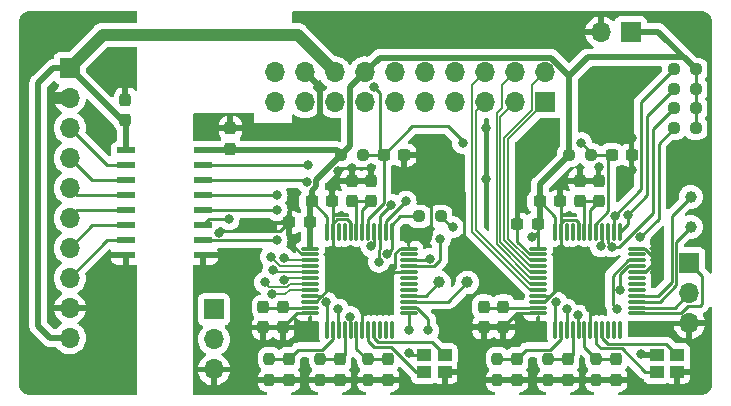
<source format=gtl>
G04 #@! TF.GenerationSoftware,KiCad,Pcbnew,7.0.0-da2b9df05c~163~ubuntu22.04.1*
G04 #@! TF.CreationDate,2023-02-25T14:43:30+01:00*
G04 #@! TF.ProjectId,metering_board,6d657465-7269-46e6-975f-626f6172642e,rev?*
G04 #@! TF.SameCoordinates,Original*
G04 #@! TF.FileFunction,Copper,L1,Top*
G04 #@! TF.FilePolarity,Positive*
%FSLAX46Y46*%
G04 Gerber Fmt 4.6, Leading zero omitted, Abs format (unit mm)*
G04 Created by KiCad (PCBNEW 7.0.0-da2b9df05c~163~ubuntu22.04.1) date 2023-02-25 14:43:30*
%MOMM*%
%LPD*%
G01*
G04 APERTURE LIST*
G04 Aperture macros list*
%AMRoundRect*
0 Rectangle with rounded corners*
0 $1 Rounding radius*
0 $2 $3 $4 $5 $6 $7 $8 $9 X,Y pos of 4 corners*
0 Add a 4 corners polygon primitive as box body*
4,1,4,$2,$3,$4,$5,$6,$7,$8,$9,$2,$3,0*
0 Add four circle primitives for the rounded corners*
1,1,$1+$1,$2,$3*
1,1,$1+$1,$4,$5*
1,1,$1+$1,$6,$7*
1,1,$1+$1,$8,$9*
0 Add four rect primitives between the rounded corners*
20,1,$1+$1,$2,$3,$4,$5,0*
20,1,$1+$1,$4,$5,$6,$7,0*
20,1,$1+$1,$6,$7,$8,$9,0*
20,1,$1+$1,$8,$9,$2,$3,0*%
G04 Aperture macros list end*
G04 #@! TA.AperFunction,SMDPad,CuDef*
%ADD10RoundRect,0.237500X0.250000X0.237500X-0.250000X0.237500X-0.250000X-0.237500X0.250000X-0.237500X0*%
G04 #@! TD*
G04 #@! TA.AperFunction,SMDPad,CuDef*
%ADD11RoundRect,0.237500X-0.237500X0.300000X-0.237500X-0.300000X0.237500X-0.300000X0.237500X0.300000X0*%
G04 #@! TD*
G04 #@! TA.AperFunction,SMDPad,CuDef*
%ADD12RoundRect,0.237500X-0.250000X-0.237500X0.250000X-0.237500X0.250000X0.237500X-0.250000X0.237500X0*%
G04 #@! TD*
G04 #@! TA.AperFunction,SMDPad,CuDef*
%ADD13RoundRect,0.237500X-0.300000X-0.237500X0.300000X-0.237500X0.300000X0.237500X-0.300000X0.237500X0*%
G04 #@! TD*
G04 #@! TA.AperFunction,SMDPad,CuDef*
%ADD14RoundRect,0.237500X0.237500X-0.300000X0.237500X0.300000X-0.237500X0.300000X-0.237500X-0.300000X0*%
G04 #@! TD*
G04 #@! TA.AperFunction,SMDPad,CuDef*
%ADD15RoundRect,0.075000X-0.662500X-0.075000X0.662500X-0.075000X0.662500X0.075000X-0.662500X0.075000X0*%
G04 #@! TD*
G04 #@! TA.AperFunction,SMDPad,CuDef*
%ADD16RoundRect,0.075000X-0.075000X-0.662500X0.075000X-0.662500X0.075000X0.662500X-0.075000X0.662500X0*%
G04 #@! TD*
G04 #@! TA.AperFunction,ComponentPad*
%ADD17R,1.700000X1.700000*%
G04 #@! TD*
G04 #@! TA.AperFunction,ComponentPad*
%ADD18O,1.700000X1.700000*%
G04 #@! TD*
G04 #@! TA.AperFunction,SMDPad,CuDef*
%ADD19RoundRect,0.237500X-0.237500X0.250000X-0.237500X-0.250000X0.237500X-0.250000X0.237500X0.250000X0*%
G04 #@! TD*
G04 #@! TA.AperFunction,SMDPad,CuDef*
%ADD20RoundRect,0.237500X0.300000X0.237500X-0.300000X0.237500X-0.300000X-0.237500X0.300000X-0.237500X0*%
G04 #@! TD*
G04 #@! TA.AperFunction,SMDPad,CuDef*
%ADD21R,1.150000X1.000000*%
G04 #@! TD*
G04 #@! TA.AperFunction,SMDPad,CuDef*
%ADD22C,1.000000*%
G04 #@! TD*
G04 #@! TA.AperFunction,SMDPad,CuDef*
%ADD23RoundRect,0.137500X-0.662500X-0.137500X0.662500X-0.137500X0.662500X0.137500X-0.662500X0.137500X0*%
G04 #@! TD*
G04 #@! TA.AperFunction,ViaPad*
%ADD24C,0.800000*%
G04 #@! TD*
G04 #@! TA.AperFunction,Conductor*
%ADD25C,0.500000*%
G04 #@! TD*
G04 #@! TA.AperFunction,Conductor*
%ADD26C,0.250000*%
G04 #@! TD*
G04 #@! TA.AperFunction,Conductor*
%ADD27C,1.000000*%
G04 #@! TD*
G04 #@! TA.AperFunction,Conductor*
%ADD28C,0.200000*%
G04 #@! TD*
G04 APERTURE END LIST*
D10*
G04 #@! TO.P,R52,1*
G04 #@! TO.N,Board_0-+3.3VADC*
X156360500Y-101149000D03*
G04 #@! TO.P,R52,2*
G04 #@! TO.N,Board_0-/MeteringConn/CS_1*
X154535500Y-101149000D03*
G04 #@! TD*
D11*
G04 #@! TO.P,C17,1*
G04 #@! TO.N,Board_0-GND*
X129667000Y-91269500D03*
G04 #@! TO.P,C17,2*
G04 #@! TO.N,Board_0-+3V3*
X129667000Y-92994500D03*
G04 #@! TD*
D12*
G04 #@! TO.P,R37,1*
G04 #@! TO.N,Board_0-+3.3VADC*
X147931500Y-95942000D03*
G04 #@! TO.P,R37,2*
G04 #@! TO.N,Board_0-/MeteringConn/RESET*
X149756500Y-95942000D03*
G04 #@! TD*
D13*
G04 #@! TO.P,C32,1*
G04 #@! TO.N,Board_0-/MeteringConn/RESET*
X151537500Y-95942000D03*
G04 #@! TO.P,C32,2*
G04 #@! TO.N,Board_0-GNDREF*
X153262500Y-95942000D03*
G04 #@! TD*
D14*
G04 #@! TO.P,C9,1*
G04 #@! TO.N,Board_0-GNDREF*
X160020000Y-110520500D03*
G04 #@! TO.P,C9,2*
G04 #@! TO.N,Board_0-Net-(IC1-VREF)*
X160020000Y-108795500D03*
G04 #@! TD*
D13*
G04 #@! TO.P,C24,1*
G04 #@! TO.N,Board_0-GNDREF*
X143536500Y-101657000D03*
G04 #@! TO.P,C24,2*
G04 #@! TO.N,Board_0-+3.3VADC*
X145261500Y-101657000D03*
G04 #@! TD*
D15*
G04 #@! TO.P,IC2,1,AVDD*
G04 #@! TO.N,Board_0-+3.3VADC*
X145316500Y-103860000D03*
G04 #@! TO.P,IC2,2,AGND*
G04 #@! TO.N,Board_0-GNDREF*
X145316500Y-104360000D03*
G04 #@! TO.P,IC2,3,I1P*
G04 #@! TO.N,Board_0-/I1P_1*
X145316500Y-104860000D03*
G04 #@! TO.P,IC2,4,I1N*
G04 #@! TO.N,Board_0-/I1N_1*
X145316500Y-105360000D03*
G04 #@! TO.P,IC2,5,I2P*
G04 #@! TO.N,Board_0-/I2P_1*
X145316500Y-105860000D03*
G04 #@! TO.P,IC2,6,I2N*
G04 #@! TO.N,Board_0-/I2N_1*
X145316500Y-106360000D03*
G04 #@! TO.P,IC2,7,I3P*
G04 #@! TO.N,Board_0-/I3P_1*
X145316500Y-106860000D03*
G04 #@! TO.P,IC2,8,I3N*
G04 #@! TO.N,Board_0-/I3N_1*
X145316500Y-107360000D03*
G04 #@! TO.P,IC2,9,IC*
G04 #@! TO.N,Board_0-GNDREF*
X145316500Y-107860000D03*
G04 #@! TO.P,IC2,10,IC*
X145316500Y-108360000D03*
G04 #@! TO.P,IC2,11,VREF*
G04 #@! TO.N,Board_0-Net-(IC2-VREF)*
X145316500Y-108860000D03*
G04 #@! TO.P,IC2,12,AGND*
G04 #@! TO.N,Board_0-GNDREF*
X145316500Y-109360000D03*
D16*
G04 #@! TO.P,IC2,13,V1P*
G04 #@! TO.N,Board_0-/U1_S*
X146729000Y-110772500D03*
G04 #@! TO.P,IC2,14,V1N*
G04 #@! TO.N,Board_0-Net-(IC2-V1N)*
X147229000Y-110772500D03*
G04 #@! TO.P,IC2,15,V2P*
G04 #@! TO.N,Board_0-/U2_S*
X147729000Y-110772500D03*
G04 #@! TO.P,IC2,16,V2N*
G04 #@! TO.N,Board_0-Net-(IC2-V2N)*
X148229000Y-110772500D03*
G04 #@! TO.P,IC2,17,V3P*
G04 #@! TO.N,Board_0-/U3_S*
X148729000Y-110772500D03*
G04 #@! TO.P,IC2,18,V3N*
G04 #@! TO.N,Board_0-Net-(IC2-V3N)*
X149229000Y-110772500D03*
G04 #@! TO.P,IC2,19,DGND*
G04 #@! TO.N,Board_0-GNDREF*
X149729000Y-110772500D03*
G04 #@! TO.P,IC2,20,OSCI*
G04 #@! TO.N,Board_0-Net-(IC2-OSCI)*
X150229000Y-110772500D03*
G04 #@! TO.P,IC2,21,OSCO*
G04 #@! TO.N,Board_0-Net-(IC2-OSCO)*
X150729000Y-110772500D03*
G04 #@! TO.P,IC2,22,ZX0*
G04 #@! TO.N,Board_0-Net-(IC2-ZX0)*
X151229000Y-110772500D03*
G04 #@! TO.P,IC2,23,ZX1*
G04 #@! TO.N,Board_0-Net-(IC2-ZX1)*
X151729000Y-110772500D03*
G04 #@! TO.P,IC2,24,ZX2*
G04 #@! TO.N,Board_0-Net-(IC2-ZX2)*
X152229000Y-110772500D03*
D15*
G04 #@! TO.P,IC2,25,CF1*
G04 #@! TO.N,Board_0-/MeteringIC1/CF1*
X153641500Y-109360000D03*
G04 #@! TO.P,IC2,26,CF2*
G04 #@! TO.N,Board_0-/MeteringIC1/CF2*
X153641500Y-108860000D03*
G04 #@! TO.P,IC2,27,CF3*
G04 #@! TO.N,Board_0-Net-(IC2-CF3)*
X153641500Y-108360000D03*
G04 #@! TO.P,IC2,28,CF4*
G04 #@! TO.N,Board_0-Net-(IC2-CF4)*
X153641500Y-107860000D03*
G04 #@! TO.P,IC2,29,WARNOUT*
G04 #@! TO.N,Board_0-Net-(IC2-WARNOUT)*
X153641500Y-107360000D03*
G04 #@! TO.P,IC2,30,IRQ0*
G04 #@! TO.N,Board_0-Net-(IC2-IRQ0)*
X153641500Y-106860000D03*
G04 #@! TO.P,IC2,31,IRQ1*
G04 #@! TO.N,Board_0-Net-(IC2-IRQ1)*
X153641500Y-106360000D03*
G04 #@! TO.P,IC2,32,TEST*
G04 #@! TO.N,Board_0-GNDREF*
X153641500Y-105860000D03*
G04 #@! TO.P,IC2,33,PM0*
G04 #@! TO.N,Board_0-/MeteringIC1/PM0*
X153641500Y-105360000D03*
G04 #@! TO.P,IC2,34,PM1*
G04 #@! TO.N,Board_0-/MeteringIC1/PM1*
X153641500Y-104860000D03*
G04 #@! TO.P,IC2,35,NC*
G04 #@! TO.N,Board_0-unconnected-(IC2-NC-Pad35)*
X153641500Y-104360000D03*
G04 #@! TO.P,IC2,36,IC*
G04 #@! TO.N,Board_0-GNDREF*
X153641500Y-103860000D03*
D16*
G04 #@! TO.P,IC2,37,~{CS}*
G04 #@! TO.N,Board_0-/MeteringConn/CS_1*
X152229000Y-102447500D03*
G04 #@! TO.P,IC2,38,SCLK*
G04 #@! TO.N,Board_0-/MeteringConn/SCLK*
X151729000Y-102447500D03*
G04 #@! TO.P,IC2,39,SDO*
G04 #@! TO.N,Board_0-/MeteringConn/MISO*
X151229000Y-102447500D03*
G04 #@! TO.P,IC2,40,SDI*
G04 #@! TO.N,Board_0-/MeteringConn/MOSI*
X150729000Y-102447500D03*
G04 #@! TO.P,IC2,41,~{RESET}*
G04 #@! TO.N,Board_0-/MeteringConn/RESET*
X150229000Y-102447500D03*
G04 #@! TO.P,IC2,42,VDD18*
G04 #@! TO.N,Board_0-Net-(C29-Pad1)*
X149729000Y-102447500D03*
G04 #@! TO.P,IC2,43,VDD18*
X149229000Y-102447500D03*
G04 #@! TO.P,IC2,44,DGND*
G04 #@! TO.N,Board_0-GNDREF*
X148729000Y-102447500D03*
G04 #@! TO.P,IC2,45,NC*
G04 #@! TO.N,Board_0-unconnected-(IC2-NC-Pad45)*
X148229000Y-102447500D03*
G04 #@! TO.P,IC2,46,NC*
G04 #@! TO.N,Board_0-unconnected-(IC2-NC-Pad46)*
X147729000Y-102447500D03*
G04 #@! TO.P,IC2,47,DGND*
G04 #@! TO.N,Board_0-GNDREF*
X147229000Y-102447500D03*
G04 #@! TO.P,IC2,48,DVDD*
G04 #@! TO.N,Board_0-+3.3VADC*
X146729000Y-102447500D03*
G04 #@! TD*
D17*
G04 #@! TO.P,J12,1,Pin_1*
G04 #@! TO.N,Board_0-+3.3VADC*
X172465999Y-85527999D03*
D18*
G04 #@! TO.P,J12,2,Pin_2*
G04 #@! TO.N,Board_0-GNDREF*
X169925999Y-85527999D03*
G04 #@! TD*
D19*
G04 #@! TO.P,R36,1*
G04 #@! TO.N,Board_0-Net-(IC2-V3N)*
X150241000Y-113190500D03*
G04 #@! TO.P,R36,2*
G04 #@! TO.N,Board_0-GNDREF*
X150241000Y-115015500D03*
G04 #@! TD*
D10*
G04 #@! TO.P,R53,1*
G04 #@! TO.N,Board_0-+3.3VADC*
X177950500Y-90354000D03*
G04 #@! TO.P,R53,2*
G04 #@! TO.N,Board_0-/MeteringConn/CS_0*
X176125500Y-90354000D03*
G04 #@! TD*
D14*
G04 #@! TO.P,C31,1*
G04 #@! TO.N,Board_0-GNDREF*
X151892000Y-114965500D03*
G04 #@! TO.P,C31,2*
G04 #@! TO.N,Board_0-Net-(IC2-V3N)*
X151892000Y-113240500D03*
G04 #@! TD*
D10*
G04 #@! TO.P,R56,1*
G04 #@! TO.N,Board_0-+3.3VADC*
X177950500Y-92005000D03*
G04 #@! TO.P,R56,2*
G04 #@! TO.N,Board_0-/MeteringConn/MISO*
X176125500Y-92005000D03*
G04 #@! TD*
D14*
G04 #@! TO.P,C14,1*
G04 #@! TO.N,Board_0-Net-(C13-Pad1)*
X168148000Y-99852500D03*
G04 #@! TO.P,C14,2*
G04 #@! TO.N,Board_0-GNDREF*
X168148000Y-98127500D03*
G04 #@! TD*
D20*
G04 #@! TO.P,C11,1*
G04 #@! TO.N,Board_0-GNDREF*
X166470500Y-99879000D03*
G04 #@! TO.P,C11,2*
G04 #@! TO.N,Board_0-+3.3VADC*
X164745500Y-99879000D03*
G04 #@! TD*
D21*
G04 #@! TO.P,Y1,1,1*
G04 #@! TO.N,Board_0-Net-(IC1-OSCI)*
X174638999Y-114294999D03*
G04 #@! TO.P,Y1,2,2*
G04 #@! TO.N,Board_0-GNDREF*
X176388999Y-114294999D03*
G04 #@! TO.P,Y1,3,3*
G04 #@! TO.N,Board_0-Net-(IC1-OSCO)*
X176388999Y-112894999D03*
G04 #@! TO.P,Y1,4,4*
G04 #@! TO.N,Board_0-GNDREF*
X174638999Y-112894999D03*
G04 #@! TD*
D17*
G04 #@! TO.P,J8,1,Pin_1*
G04 #@! TO.N,Board_0-+3V3*
X124967999Y-88574999D03*
D18*
G04 #@! TO.P,J8,2,Pin_2*
G04 #@! TO.N,Board_0-GND*
X124967999Y-91114999D03*
G04 #@! TO.P,J8,3,Pin_3*
G04 #@! TO.N,Board_0-Net-(J8-Pin_3)*
X124967999Y-93654999D03*
G04 #@! TO.P,J8,4,Pin_4*
G04 #@! TO.N,Board_0-Net-(J8-Pin_4)*
X124967999Y-96194999D03*
G04 #@! TO.P,J8,5,Pin_5*
G04 #@! TO.N,Board_0-Net-(J8-Pin_5)*
X124967999Y-98734999D03*
G04 #@! TO.P,J8,6,Pin_6*
G04 #@! TO.N,Board_0-Net-(J8-Pin_6)*
X124967999Y-101274999D03*
G04 #@! TO.P,J8,7,Pin_7*
G04 #@! TO.N,Board_0-Net-(J8-Pin_7)*
X124967999Y-103814999D03*
G04 #@! TO.P,J8,8,Pin_8*
G04 #@! TO.N,Board_0-Net-(J8-Pin_8)*
X124967999Y-106354999D03*
G04 #@! TO.P,J8,9,Pin_9*
G04 #@! TO.N,Board_0-GND*
X124967999Y-108894999D03*
G04 #@! TO.P,J8,10,Pin_10*
G04 #@! TO.N,Board_0-+3V3*
X124967999Y-111434999D03*
G04 #@! TD*
D13*
G04 #@! TO.P,C16,1*
G04 #@! TO.N,Board_0-/MeteringConn/RESET*
X170841500Y-95942000D03*
G04 #@! TO.P,C16,2*
G04 #@! TO.N,Board_0-GNDREF*
X172566500Y-95942000D03*
G04 #@! TD*
D14*
G04 #@! TO.P,C25,1*
G04 #@! TO.N,Board_0-GNDREF*
X141351000Y-110547000D03*
G04 #@! TO.P,C25,2*
G04 #@! TO.N,Board_0-Net-(IC2-VREF)*
X141351000Y-108822000D03*
G04 #@! TD*
D21*
G04 #@! TO.P,Y2,1,1*
G04 #@! TO.N,Board_0-Net-(IC2-OSCI)*
X154953999Y-114294999D03*
G04 #@! TO.P,Y2,2,2*
G04 #@! TO.N,Board_0-GNDREF*
X156703999Y-114294999D03*
G04 #@! TO.P,Y2,3,3*
G04 #@! TO.N,Board_0-Net-(IC2-OSCO)*
X156703999Y-112894999D03*
G04 #@! TO.P,Y2,4,4*
G04 #@! TO.N,Board_0-GNDREF*
X154953999Y-112894999D03*
G04 #@! TD*
D13*
G04 #@! TO.P,C8,1*
G04 #@! TO.N,Board_0-GNDREF*
X162840500Y-101784000D03*
G04 #@! TO.P,C8,2*
G04 #@! TO.N,Board_0-+3.3VADC*
X164565500Y-101784000D03*
G04 #@! TD*
D14*
G04 #@! TO.P,C30,1*
G04 #@! TO.N,Board_0-Net-(C29-Pad1)*
X148844000Y-99852500D03*
G04 #@! TO.P,C30,2*
G04 #@! TO.N,Board_0-GNDREF*
X148844000Y-98127500D03*
G04 #@! TD*
D22*
G04 #@! TO.P,TP2,1,1*
G04 #@! TO.N,Board_0-Net-(IC1-CF3)*
X177546000Y-102038000D03*
G04 #@! TD*
D10*
G04 #@! TO.P,R55,1*
G04 #@! TO.N,Board_0-+3.3VADC*
X177950500Y-93656000D03*
G04 #@! TO.P,R55,2*
G04 #@! TO.N,Board_0-/MeteringConn/MOSI*
X176125500Y-93656000D03*
G04 #@! TD*
D14*
G04 #@! TO.P,C26,1*
G04 #@! TO.N,Board_0-GNDREF*
X143510000Y-114965500D03*
G04 #@! TO.P,C26,2*
G04 #@! TO.N,Board_0-Net-(IC2-V1N)*
X143510000Y-113240500D03*
G04 #@! TD*
G04 #@! TO.P,C10,1*
G04 #@! TO.N,Board_0-GNDREF*
X162814000Y-114965500D03*
G04 #@! TO.P,C10,2*
G04 #@! TO.N,Board_0-Net-(IC1-V1N)*
X162814000Y-113240500D03*
G04 #@! TD*
D15*
G04 #@! TO.P,IC1,1,AVDD*
G04 #@! TO.N,Board_0-+3.3VADC*
X164620500Y-103860000D03*
G04 #@! TO.P,IC1,2,AGND*
G04 #@! TO.N,Board_0-GNDREF*
X164620500Y-104360000D03*
G04 #@! TO.P,IC1,3,I1P*
G04 #@! TO.N,Board_0-/I1P_0*
X164620500Y-104860000D03*
G04 #@! TO.P,IC1,4,I1N*
G04 #@! TO.N,Board_0-/I1N_0*
X164620500Y-105360000D03*
G04 #@! TO.P,IC1,5,I2P*
G04 #@! TO.N,Board_0-/I2P_0*
X164620500Y-105860000D03*
G04 #@! TO.P,IC1,6,I2N*
G04 #@! TO.N,Board_0-/I2N_0*
X164620500Y-106360000D03*
G04 #@! TO.P,IC1,7,I3P*
G04 #@! TO.N,Board_0-/I3P_0*
X164620500Y-106860000D03*
G04 #@! TO.P,IC1,8,I3N*
G04 #@! TO.N,Board_0-/I3N_0*
X164620500Y-107360000D03*
G04 #@! TO.P,IC1,9,IC*
G04 #@! TO.N,Board_0-GNDREF*
X164620500Y-107860000D03*
G04 #@! TO.P,IC1,10,IC*
X164620500Y-108360000D03*
G04 #@! TO.P,IC1,11,VREF*
G04 #@! TO.N,Board_0-Net-(IC1-VREF)*
X164620500Y-108860000D03*
G04 #@! TO.P,IC1,12,AGND*
G04 #@! TO.N,Board_0-GNDREF*
X164620500Y-109360000D03*
D16*
G04 #@! TO.P,IC1,13,V1P*
G04 #@! TO.N,Board_0-/U1_S*
X166033000Y-110772500D03*
G04 #@! TO.P,IC1,14,V1N*
G04 #@! TO.N,Board_0-Net-(IC1-V1N)*
X166533000Y-110772500D03*
G04 #@! TO.P,IC1,15,V2P*
G04 #@! TO.N,Board_0-/U2_S*
X167033000Y-110772500D03*
G04 #@! TO.P,IC1,16,V2N*
G04 #@! TO.N,Board_0-Net-(IC1-V2N)*
X167533000Y-110772500D03*
G04 #@! TO.P,IC1,17,V3P*
G04 #@! TO.N,Board_0-/U3_S*
X168033000Y-110772500D03*
G04 #@! TO.P,IC1,18,V3N*
G04 #@! TO.N,Board_0-Net-(IC1-V3N)*
X168533000Y-110772500D03*
G04 #@! TO.P,IC1,19,DGND*
G04 #@! TO.N,Board_0-GNDREF*
X169033000Y-110772500D03*
G04 #@! TO.P,IC1,20,OSCI*
G04 #@! TO.N,Board_0-Net-(IC1-OSCI)*
X169533000Y-110772500D03*
G04 #@! TO.P,IC1,21,OSCO*
G04 #@! TO.N,Board_0-Net-(IC1-OSCO)*
X170033000Y-110772500D03*
G04 #@! TO.P,IC1,22,ZX0*
G04 #@! TO.N,Board_0-Net-(IC1-ZX0)*
X170533000Y-110772500D03*
G04 #@! TO.P,IC1,23,ZX1*
G04 #@! TO.N,Board_0-Net-(IC1-ZX1)*
X171033000Y-110772500D03*
G04 #@! TO.P,IC1,24,ZX2*
G04 #@! TO.N,Board_0-Net-(IC1-ZX2)*
X171533000Y-110772500D03*
D15*
G04 #@! TO.P,IC1,25,CF1*
G04 #@! TO.N,Board_0-/MeteringIC0/CF1*
X172945500Y-109360000D03*
G04 #@! TO.P,IC1,26,CF2*
G04 #@! TO.N,Board_0-/MeteringIC0/CF2*
X172945500Y-108860000D03*
G04 #@! TO.P,IC1,27,CF3*
G04 #@! TO.N,Board_0-Net-(IC1-CF3)*
X172945500Y-108360000D03*
G04 #@! TO.P,IC1,28,CF4*
G04 #@! TO.N,Board_0-Net-(IC1-CF4)*
X172945500Y-107860000D03*
G04 #@! TO.P,IC1,29,WARNOUT*
G04 #@! TO.N,Board_0-Net-(IC1-WARNOUT)*
X172945500Y-107360000D03*
G04 #@! TO.P,IC1,30,IRQ0*
G04 #@! TO.N,Board_0-Net-(IC1-IRQ0)*
X172945500Y-106860000D03*
G04 #@! TO.P,IC1,31,IRQ1*
G04 #@! TO.N,Board_0-Net-(IC1-IRQ1)*
X172945500Y-106360000D03*
G04 #@! TO.P,IC1,32,TEST*
G04 #@! TO.N,Board_0-GNDREF*
X172945500Y-105860000D03*
G04 #@! TO.P,IC1,33,PM0*
G04 #@! TO.N,Board_0-/MeteringIC0/PM0*
X172945500Y-105360000D03*
G04 #@! TO.P,IC1,34,PM1*
G04 #@! TO.N,Board_0-/MeteringIC0/PM1*
X172945500Y-104860000D03*
G04 #@! TO.P,IC1,35,NC*
G04 #@! TO.N,Board_0-unconnected-(IC1-NC-Pad35)*
X172945500Y-104360000D03*
G04 #@! TO.P,IC1,36,IC*
G04 #@! TO.N,Board_0-GNDREF*
X172945500Y-103860000D03*
D16*
G04 #@! TO.P,IC1,37,~{CS}*
G04 #@! TO.N,Board_0-/MeteringConn/CS_0*
X171533000Y-102447500D03*
G04 #@! TO.P,IC1,38,SCLK*
G04 #@! TO.N,Board_0-/MeteringConn/SCLK*
X171033000Y-102447500D03*
G04 #@! TO.P,IC1,39,SDO*
G04 #@! TO.N,Board_0-/MeteringConn/MISO*
X170533000Y-102447500D03*
G04 #@! TO.P,IC1,40,SDI*
G04 #@! TO.N,Board_0-/MeteringConn/MOSI*
X170033000Y-102447500D03*
G04 #@! TO.P,IC1,41,~{RESET}*
G04 #@! TO.N,Board_0-/MeteringConn/RESET*
X169533000Y-102447500D03*
G04 #@! TO.P,IC1,42,VDD18*
G04 #@! TO.N,Board_0-Net-(C13-Pad1)*
X169033000Y-102447500D03*
G04 #@! TO.P,IC1,43,VDD18*
X168533000Y-102447500D03*
G04 #@! TO.P,IC1,44,DGND*
G04 #@! TO.N,Board_0-GNDREF*
X168033000Y-102447500D03*
G04 #@! TO.P,IC1,45,NC*
G04 #@! TO.N,Board_0-unconnected-(IC1-NC-Pad45)*
X167533000Y-102447500D03*
G04 #@! TO.P,IC1,46,NC*
G04 #@! TO.N,Board_0-unconnected-(IC1-NC-Pad46)*
X167033000Y-102447500D03*
G04 #@! TO.P,IC1,47,DGND*
G04 #@! TO.N,Board_0-GNDREF*
X166533000Y-102447500D03*
G04 #@! TO.P,IC1,48,DVDD*
G04 #@! TO.N,Board_0-+3.3VADC*
X166033000Y-102447500D03*
G04 #@! TD*
D22*
G04 #@! TO.P,TP11,1,1*
G04 #@! TO.N,Board_0-Net-(IC2-CF3)*
X158623000Y-106737000D03*
G04 #@! TD*
D14*
G04 #@! TO.P,C29,1*
G04 #@! TO.N,Board_0-Net-(C29-Pad1)*
X150495000Y-99852500D03*
G04 #@! TO.P,C29,2*
G04 #@! TO.N,Board_0-GNDREF*
X150495000Y-98127500D03*
G04 #@! TD*
D19*
G04 #@! TO.P,R17,1*
G04 #@! TO.N,Board_0-Net-(IC1-V2N)*
X165481000Y-113190500D03*
G04 #@! TO.P,R17,2*
G04 #@! TO.N,Board_0-GNDREF*
X165481000Y-115015500D03*
G04 #@! TD*
D14*
G04 #@! TO.P,C7,1*
G04 #@! TO.N,Board_0-GNDREF*
X161671000Y-110520500D03*
G04 #@! TO.P,C7,2*
G04 #@! TO.N,Board_0-Net-(IC1-VREF)*
X161671000Y-108795500D03*
G04 #@! TD*
D17*
G04 #@! TO.P,J7,1,Pin_1*
G04 #@! TO.N,Board_0-/MeteringIC0/CF1*
X177418999Y-105100999D03*
D18*
G04 #@! TO.P,J7,2,Pin_2*
G04 #@! TO.N,Board_0-/MeteringIC0/CF2*
X177418999Y-107640999D03*
G04 #@! TO.P,J7,3,Pin_3*
G04 #@! TO.N,Board_0-GNDREF*
X177418999Y-110180999D03*
G04 #@! TD*
D17*
G04 #@! TO.P,J11,1,Pin_1*
G04 #@! TO.N,Board_0-/MeteringIC1/CF1*
X137159999Y-109022999D03*
D18*
G04 #@! TO.P,J11,2,Pin_2*
G04 #@! TO.N,Board_0-/MeteringIC1/CF2*
X137159999Y-111562999D03*
G04 #@! TO.P,J11,3,Pin_3*
G04 #@! TO.N,Board_0-GNDREF*
X137159999Y-114102999D03*
G04 #@! TD*
D14*
G04 #@! TO.P,C28,1*
G04 #@! TO.N,Board_0-GNDREF*
X147828000Y-114965500D03*
G04 #@! TO.P,C28,2*
G04 #@! TO.N,Board_0-Net-(IC2-V2N)*
X147828000Y-113240500D03*
G04 #@! TD*
G04 #@! TO.P,C12,1*
G04 #@! TO.N,Board_0-GNDREF*
X167132000Y-114965500D03*
G04 #@! TO.P,C12,2*
G04 #@! TO.N,Board_0-Net-(IC1-V2N)*
X167132000Y-113240500D03*
G04 #@! TD*
D19*
G04 #@! TO.P,R34,1*
G04 #@! TO.N,Board_0-Net-(IC2-V1N)*
X141859000Y-113190500D03*
G04 #@! TO.P,R34,2*
G04 #@! TO.N,Board_0-GNDREF*
X141859000Y-115015500D03*
G04 #@! TD*
G04 #@! TO.P,R18,1*
G04 #@! TO.N,Board_0-Net-(IC1-V3N)*
X169545000Y-113190500D03*
G04 #@! TO.P,R18,2*
G04 #@! TO.N,Board_0-GNDREF*
X169545000Y-115015500D03*
G04 #@! TD*
D22*
G04 #@! TO.P,TP6,1,1*
G04 #@! TO.N,Board_0-Net-(IC1-CF4)*
X177546000Y-99498000D03*
G04 #@! TD*
D14*
G04 #@! TO.P,C13,1*
G04 #@! TO.N,Board_0-Net-(C13-Pad1)*
X169799000Y-99852500D03*
G04 #@! TO.P,C13,2*
G04 #@! TO.N,Board_0-GNDREF*
X169799000Y-98127500D03*
G04 #@! TD*
G04 #@! TO.P,C23,1*
G04 #@! TO.N,Board_0-GNDREF*
X143002000Y-110547000D03*
G04 #@! TO.P,C23,2*
G04 #@! TO.N,Board_0-Net-(IC2-VREF)*
X143002000Y-108822000D03*
G04 #@! TD*
D10*
G04 #@! TO.P,R54,1*
G04 #@! TO.N,Board_0-+3.3VADC*
X177950500Y-88703000D03*
G04 #@! TO.P,R54,2*
G04 #@! TO.N,Board_0-/MeteringConn/SCLK*
X176125500Y-88703000D03*
G04 #@! TD*
D11*
G04 #@! TO.P,C18,1*
G04 #@! TO.N,Board_0-GNDREF*
X138557000Y-93682500D03*
G04 #@! TO.P,C18,2*
G04 #@! TO.N,Board_0-+3.3VADC*
X138557000Y-95407500D03*
G04 #@! TD*
D23*
G04 #@! TO.P,U5,1,Vdd1*
G04 #@! TO.N,Board_0-+3V3*
X129719000Y-95555000D03*
G04 #@! TO.P,U5,2,INA*
G04 #@! TO.N,Board_0-Net-(J8-Pin_3)*
X129719000Y-96825000D03*
G04 #@! TO.P,U5,3,INB*
G04 #@! TO.N,Board_0-Net-(J8-Pin_4)*
X129719000Y-98095000D03*
G04 #@! TO.P,U5,4,INC*
G04 #@! TO.N,Board_0-Net-(J8-Pin_5)*
X129719000Y-99365000D03*
G04 #@! TO.P,U5,5,IND*
G04 #@! TO.N,Board_0-Net-(J8-Pin_6)*
X129719000Y-100635000D03*
G04 #@! TO.P,U5,6,INE*
G04 #@! TO.N,Board_0-Net-(J8-Pin_7)*
X129719000Y-101905000D03*
G04 #@! TO.P,U5,7,OUTF*
G04 #@! TO.N,Board_0-Net-(J8-Pin_8)*
X129719000Y-103175000D03*
G04 #@! TO.P,U5,8,GND1*
G04 #@! TO.N,Board_0-GND*
X129719000Y-104445000D03*
G04 #@! TO.P,U5,9,GND2*
G04 #@! TO.N,Board_0-GNDREF*
X136219000Y-104445000D03*
G04 #@! TO.P,U5,10,INF*
G04 #@! TO.N,Board_0-/MeteringConn/MISO*
X136219000Y-103175000D03*
G04 #@! TO.P,U5,11,OUTE*
G04 #@! TO.N,Board_0-/MeteringConn/RESET*
X136219000Y-101905000D03*
G04 #@! TO.P,U5,12,OUTD*
G04 #@! TO.N,Board_0-/MeteringConn/CS_1*
X136219000Y-100635000D03*
G04 #@! TO.P,U5,13,OUTC*
G04 #@! TO.N,Board_0-/MeteringConn/CS_0*
X136219000Y-99365000D03*
G04 #@! TO.P,U5,14,OUTB*
G04 #@! TO.N,Board_0-/MeteringConn/SCLK*
X136219000Y-98095000D03*
G04 #@! TO.P,U5,15,OUTA*
G04 #@! TO.N,Board_0-/MeteringConn/MOSI*
X136219000Y-96825000D03*
G04 #@! TO.P,U5,16,Vdd2*
G04 #@! TO.N,Board_0-+3.3VADC*
X136219000Y-95555000D03*
G04 #@! TD*
D19*
G04 #@! TO.P,R16,1*
G04 #@! TO.N,Board_0-Net-(IC1-V1N)*
X161163000Y-113190500D03*
G04 #@! TO.P,R16,2*
G04 #@! TO.N,Board_0-GNDREF*
X161163000Y-115015500D03*
G04 #@! TD*
D20*
G04 #@! TO.P,C27,1*
G04 #@! TO.N,Board_0-GNDREF*
X147166500Y-99879000D03*
G04 #@! TO.P,C27,2*
G04 #@! TO.N,Board_0-+3.3VADC*
X145441500Y-99879000D03*
G04 #@! TD*
D19*
G04 #@! TO.P,R35,1*
G04 #@! TO.N,Board_0-Net-(IC2-V2N)*
X146177000Y-113190500D03*
G04 #@! TO.P,R35,2*
G04 #@! TO.N,Board_0-GNDREF*
X146177000Y-115015500D03*
G04 #@! TD*
D12*
G04 #@! TO.P,R19,1*
G04 #@! TO.N,Board_0-+3.3VADC*
X167235500Y-95942000D03*
G04 #@! TO.P,R19,2*
G04 #@! TO.N,Board_0-/MeteringConn/RESET*
X169060500Y-95942000D03*
G04 #@! TD*
D22*
G04 #@! TO.P,TP15,1,1*
G04 #@! TO.N,Board_0-Net-(IC2-CF4)*
X156210000Y-106737000D03*
G04 #@! TD*
D14*
G04 #@! TO.P,C15,1*
G04 #@! TO.N,Board_0-GNDREF*
X171196000Y-114965500D03*
G04 #@! TO.P,C15,2*
G04 #@! TO.N,Board_0-Net-(IC1-V3N)*
X171196000Y-113240500D03*
G04 #@! TD*
D17*
G04 #@! TO.P,J10,1,Pin_1*
G04 #@! TO.N,Board_0-/I1P_0*
X165195999Y-91490999D03*
D18*
G04 #@! TO.P,J10,2,Pin_2*
G04 #@! TO.N,Board_0-/I1N_0*
X165195999Y-88950999D03*
G04 #@! TO.P,J10,3,Pin_3*
G04 #@! TO.N,Board_0-/I2P_0*
X162655999Y-91490999D03*
G04 #@! TO.P,J10,4,Pin_4*
G04 #@! TO.N,Board_0-/I2N_0*
X162655999Y-88950999D03*
G04 #@! TO.P,J10,5,Pin_5*
G04 #@! TO.N,Board_0-/I3P_0*
X160115999Y-91490999D03*
G04 #@! TO.P,J10,6,Pin_6*
G04 #@! TO.N,Board_0-/I3N_0*
X160115999Y-88950999D03*
G04 #@! TO.P,J10,7,Pin_7*
G04 #@! TO.N,Board_0-/I1P_1*
X157575999Y-91490999D03*
G04 #@! TO.P,J10,8,Pin_8*
G04 #@! TO.N,Board_0-/I1N_1*
X157575999Y-88950999D03*
G04 #@! TO.P,J10,9,Pin_9*
G04 #@! TO.N,Board_0-/I2P_1*
X155035999Y-91490999D03*
G04 #@! TO.P,J10,10,Pin_10*
G04 #@! TO.N,Board_0-/I2N_1*
X155035999Y-88950999D03*
G04 #@! TO.P,J10,11,Pin_11*
G04 #@! TO.N,Board_0-/I3P_1*
X152495999Y-91490999D03*
G04 #@! TO.P,J10,12,Pin_12*
G04 #@! TO.N,Board_0-/I3N_1*
X152495999Y-88950999D03*
G04 #@! TO.P,J10,13,Pin_13*
G04 #@! TO.N,Board_0-/U1_S*
X149955999Y-91490999D03*
G04 #@! TO.P,J10,14,Pin_14*
G04 #@! TO.N,Board_0-+3.3VADC*
X149955999Y-88950999D03*
G04 #@! TO.P,J10,15,Pin_15*
G04 #@! TO.N,Board_0-/U2_S*
X147415999Y-91490999D03*
G04 #@! TO.P,J10,16,Pin_16*
G04 #@! TO.N,Board_0-+3V3*
X147415999Y-88950999D03*
G04 #@! TO.P,J10,17,Pin_17*
G04 #@! TO.N,Board_0-/U3_S*
X144875999Y-91490999D03*
G04 #@! TO.P,J10,18,Pin_18*
G04 #@! TO.N,Board_0-GNDREF*
X144875999Y-88950999D03*
G04 #@! TO.P,J10,19,Pin_19*
G04 #@! TO.N,Board_0-GND*
X142335999Y-91490999D03*
G04 #@! TO.P,J10,20,Pin_20*
X142335999Y-88950999D03*
G04 #@! TD*
D24*
G04 #@! TO.N,Board_0-+3.3VADC*
X164084000Y-102927000D03*
X157427631Y-102054500D03*
G04 #@! TO.N,Board_0-/I1N_1*
X141986000Y-104578000D03*
G04 #@! TO.N,Board_0-/I1P_1*
X143088144Y-104661856D03*
G04 #@! TO.N,Board_0-/I2N_1*
X143129000Y-106486500D03*
G04 #@! TO.N,Board_0-/I2P_1*
X142177997Y-105656003D03*
G04 #@! TO.N,Board_0-/I3N_1*
X142113000Y-107740000D03*
G04 #@! TO.N,Board_0-/I3P_1*
X141478000Y-106737000D03*
G04 #@! TO.N,Board_0-/MeteringConn/CS_0*
X172212000Y-101022000D03*
X142494000Y-99371000D03*
G04 #@! TO.N,Board_0-/MeteringConn/CS_1*
X142494000Y-100635000D03*
X151785136Y-104337364D03*
G04 #@! TO.N,Board_0-/MeteringConn/MISO*
X142494000Y-103181000D03*
X170852408Y-103702160D03*
X151130000Y-104992500D03*
X152181484Y-100138437D03*
G04 #@! TO.N,Board_0-/MeteringConn/MOSI*
X150495000Y-103689000D03*
X173228000Y-102927000D03*
X169926000Y-103689000D03*
X145161000Y-96825000D03*
G04 #@! TO.N,Board_0-/MeteringConn/RESET*
X138430000Y-101403000D03*
X158242000Y-94943000D03*
X150749000Y-90227000D03*
X168275000Y-94943000D03*
G04 #@! TO.N,Board_0-/MeteringConn/SCLK*
X145062760Y-98256760D03*
X153416000Y-99879000D03*
X171124457Y-101077457D03*
G04 #@! TO.N,Board_0-/MeteringIC0/PM0*
X171577500Y-107376820D03*
G04 #@! TO.N,Board_0-/MeteringIC0/PM1*
X171323000Y-109023000D03*
G04 #@! TO.N,Board_0-/MeteringIC1/CF1*
X153670000Y-110801000D03*
G04 #@! TO.N,Board_0-/MeteringIC1/CF2*
X155321000Y-110801000D03*
G04 #@! TO.N,Board_0-/MeteringIC1/PM0*
X156337500Y-103069900D03*
G04 #@! TO.N,Board_0-/MeteringIC1/PM1*
X155448000Y-104708500D03*
G04 #@! TO.N,Board_0-/U1_S*
X166116000Y-108354500D03*
X146685000Y-108388000D03*
G04 #@! TO.N,Board_0-/U2_S*
X147701000Y-109023000D03*
X167033000Y-109006500D03*
G04 #@! TO.N,Board_0-/U3_S*
X168021000Y-109531000D03*
X148717000Y-109658000D03*
G04 #@! TO.N,Board_0-GND*
X127635000Y-106356000D03*
X129667000Y-88957000D03*
X127635000Y-93656000D03*
X127762000Y-89592000D03*
G04 #@! TO.N,Board_0-GNDREF*
X172593000Y-94545000D03*
X159893000Y-114992000D03*
X160207000Y-93639000D03*
X138049000Y-104451000D03*
X166370000Y-107118000D03*
X137601000Y-102529500D03*
X153670000Y-112706000D03*
X176784000Y-97847000D03*
X153857000Y-85511000D03*
X147066000Y-107245000D03*
X160207000Y-97957000D03*
X171069000Y-88957000D03*
X163763000Y-85511000D03*
X177860000Y-114340000D03*
X146304000Y-85528000D03*
X145094000Y-110530000D03*
X137160000Y-93656000D03*
X147193000Y-98736000D03*
X150495000Y-97085000D03*
X165033000Y-93512000D03*
X144907000Y-114992000D03*
X166751000Y-98228000D03*
X168402000Y-114992000D03*
X174498000Y-104832000D03*
X149098000Y-114992000D03*
X156270000Y-94655000D03*
X177546000Y-96069000D03*
X169037000Y-108879000D03*
X152146000Y-105848000D03*
X140589000Y-114992000D03*
X147066000Y-105086000D03*
X156270000Y-85511000D03*
X153603000Y-103037000D03*
X149031000Y-85511000D03*
X161096000Y-85511000D03*
X175133000Y-110674000D03*
X158683000Y-85511000D03*
X157226000Y-97974000D03*
X166533000Y-103926000D03*
X153924000Y-97974000D03*
X153289000Y-114992000D03*
X163001000Y-110530000D03*
X163576000Y-97974000D03*
X148844000Y-97085000D03*
X172593000Y-114992000D03*
X139954000Y-93656000D03*
X172593000Y-97212000D03*
X166430000Y-85511000D03*
X155194000Y-103054000D03*
X164211000Y-114992000D03*
X160909000Y-106610000D03*
X147701000Y-97339000D03*
X151444000Y-85511000D03*
X149733000Y-107245000D03*
X158810000Y-110530000D03*
X139319000Y-109785000D03*
X173355000Y-112833000D03*
X169799000Y-96958000D03*
G04 #@! TD*
D25*
G04 #@! TO.N,Board_0-+3.3VADC*
X148717000Y-95156500D02*
X147931500Y-95942000D01*
X164745500Y-98432000D02*
X164745500Y-99879000D01*
X148717000Y-90190000D02*
X148717000Y-95156500D01*
X145441500Y-98976864D02*
X145441500Y-99879000D01*
X176934500Y-87687000D02*
X168803759Y-87687000D01*
X174775500Y-85528000D02*
X172466000Y-85528000D01*
D26*
X164620500Y-103860000D02*
X164620500Y-101839000D01*
X157427631Y-102054500D02*
X157266000Y-102054500D01*
D25*
X149956000Y-88951000D02*
X151183000Y-87724000D01*
X145316500Y-103689000D02*
X145316500Y-99833000D01*
X164745500Y-99879000D02*
X164745500Y-101604000D01*
X149956000Y-88951000D02*
X148717000Y-90190000D01*
X147931500Y-95942000D02*
X145839760Y-98033740D01*
D26*
X166033000Y-101166500D02*
X164745500Y-99879000D01*
D25*
X146999000Y-95555000D02*
X147544500Y-95555000D01*
D26*
X164565500Y-101784000D02*
X164565500Y-102445500D01*
X177950500Y-93656000D02*
X177950500Y-88703000D01*
D25*
X177950500Y-88703000D02*
X176934500Y-87687000D01*
X146999000Y-95555000D02*
X136219000Y-95555000D01*
X168803759Y-87687000D02*
X167235500Y-89255259D01*
D26*
X146729000Y-102447500D02*
X146729000Y-101166500D01*
D25*
X151183000Y-87724000D02*
X165704241Y-87724000D01*
D26*
X164565500Y-102445500D02*
X164084000Y-102927000D01*
D25*
X167235500Y-95942000D02*
X164745500Y-98432000D01*
D26*
X146729000Y-101166500D02*
X145441500Y-99879000D01*
D25*
X177950500Y-88703000D02*
X174775500Y-85528000D01*
X167235500Y-89255259D02*
X167235500Y-95942000D01*
D26*
X164620500Y-101839000D02*
X164565500Y-101784000D01*
D25*
X165704241Y-87724000D02*
X167235500Y-89255259D01*
D26*
X157266000Y-102054500D02*
X156360500Y-101149000D01*
D25*
X145839760Y-98033740D02*
X145839760Y-98578604D01*
X145839760Y-98578604D02*
X145441500Y-98976864D01*
X147544500Y-95555000D02*
X147931500Y-95942000D01*
D26*
X166033000Y-102447500D02*
X166033000Y-101166500D01*
D25*
G04 #@! TO.N,Board_0-+3V3*
X129719000Y-93326000D02*
X129719000Y-95555000D01*
X123572000Y-88575000D02*
X124968000Y-88575000D01*
X124968000Y-111435000D02*
X123316000Y-111435000D01*
X122301000Y-110420000D02*
X122301000Y-89846000D01*
X124968000Y-88575000D02*
X129719000Y-93326000D01*
X122301000Y-89846000D02*
X123572000Y-88575000D01*
D27*
X144247000Y-85782000D02*
X127761000Y-85782000D01*
X127761000Y-85782000D02*
X124968000Y-88575000D01*
D25*
X123316000Y-111435000D02*
X122301000Y-110420000D01*
D27*
X147416000Y-88951000D02*
X144247000Y-85782000D01*
D28*
G04 #@! TO.N,Board_0-/I1N_0*
X161749000Y-94475552D02*
X164119000Y-92105552D01*
X163955908Y-105360000D02*
X161749000Y-103153092D01*
X164620500Y-105360000D02*
X163955908Y-105360000D01*
X164119000Y-92105552D02*
X164119000Y-90028000D01*
X164119000Y-90028000D02*
X165196000Y-88951000D01*
X161749000Y-103153092D02*
X161749000Y-94475552D01*
G04 #@! TO.N,Board_0-/I1N_1*
X145316500Y-105360000D02*
X142768000Y-105360000D01*
X142768000Y-105360000D02*
X141986000Y-104578000D01*
G04 #@! TO.N,Board_0-/I1P_0*
X163922749Y-104860000D02*
X162076000Y-103013251D01*
X162076000Y-103013251D02*
X162076000Y-94611000D01*
X164620500Y-104860000D02*
X163922749Y-104860000D01*
X162076000Y-94611000D02*
X165196000Y-91491000D01*
G04 #@! TO.N,Board_0-/I1P_1*
X143088144Y-104661856D02*
X143286288Y-104860000D01*
X143286288Y-104860000D02*
X145316500Y-104860000D01*
G04 #@! TO.N,Board_0-/I2N_0*
X161579000Y-90028000D02*
X162656000Y-88951000D01*
X164620500Y-106360000D02*
X163955908Y-106360000D01*
X163955908Y-106360000D02*
X161095000Y-103499092D01*
X161095000Y-103499092D02*
X161095000Y-92421109D01*
X161579000Y-91937109D02*
X161579000Y-90028000D01*
X161095000Y-92421109D02*
X161579000Y-91937109D01*
G04 #@! TO.N,Board_0-/I2N_1*
X145316500Y-106360000D02*
X143255500Y-106360000D01*
X143255500Y-106360000D02*
X143129000Y-106486500D01*
G04 #@! TO.N,Board_0-/I2P_0*
X164620500Y-105860000D02*
X163955908Y-105860000D01*
X161422000Y-92725000D02*
X162656000Y-91491000D01*
X161422000Y-103326092D02*
X161422000Y-92725000D01*
X163955908Y-105860000D02*
X161422000Y-103326092D01*
G04 #@! TO.N,Board_0-/I2P_1*
X145316500Y-105860000D02*
X142381994Y-105860000D01*
X142381994Y-105860000D02*
X142177997Y-105656003D01*
G04 #@! TO.N,Board_0-/I3N_0*
X163955908Y-107360000D02*
X159039000Y-102443092D01*
X159039000Y-102443092D02*
X159039000Y-90028000D01*
X164620500Y-107360000D02*
X163955908Y-107360000D01*
X159039000Y-90028000D02*
X160116000Y-88951000D01*
G04 #@! TO.N,Board_0-/I3N_1*
X145304500Y-107372000D02*
X143592660Y-107372000D01*
X143211660Y-107753000D02*
X142126000Y-107753000D01*
X143592660Y-107372000D02*
X143211660Y-107753000D01*
X142126000Y-107753000D02*
X142113000Y-107740000D01*
X145316500Y-107360000D02*
X145304500Y-107372000D01*
G04 #@! TO.N,Board_0-/I3P_0*
X164620500Y-106860000D02*
X163955908Y-106860000D01*
X159385000Y-102289092D02*
X159385000Y-92222000D01*
X159385000Y-92222000D02*
X160116000Y-91491000D01*
X163955908Y-106860000D02*
X159385000Y-102289092D01*
G04 #@! TO.N,Board_0-/I3P_1*
X143642212Y-106860000D02*
X143388712Y-107113500D01*
X143388712Y-107113500D02*
X141854500Y-107113500D01*
X145316500Y-106860000D02*
X143642212Y-106860000D01*
X141854500Y-107113500D02*
X141478000Y-106737000D01*
D26*
G04 #@! TO.N,Board_0-/MeteringConn/CS_0*
X173863000Y-92616500D02*
X176125500Y-90354000D01*
X172212000Y-101022000D02*
X172212000Y-101768500D01*
X142494000Y-99371000D02*
X136225000Y-99371000D01*
X136225000Y-99371000D02*
X136219000Y-99365000D01*
X172212000Y-101768500D02*
X171533000Y-102447500D01*
X173863000Y-99371000D02*
X173863000Y-92616500D01*
X172212000Y-101022000D02*
X173863000Y-99371000D01*
G04 #@! TO.N,Board_0-/MeteringConn/CS_1*
X142494000Y-100635000D02*
X136219000Y-100635000D01*
X152229000Y-102447500D02*
X152229000Y-101828000D01*
X152229000Y-103893500D02*
X152229000Y-102447500D01*
X152229000Y-101828000D02*
X152908000Y-101149000D01*
X152908000Y-101149000D02*
X154535500Y-101149000D01*
X151785136Y-104337364D02*
X152229000Y-103893500D01*
G04 #@! TO.N,Board_0-/MeteringConn/MISO*
X170852408Y-103702160D02*
X170533000Y-103382752D01*
X171500340Y-103702160D02*
X174371000Y-100831500D01*
X142494000Y-103181000D02*
X136225000Y-103181000D01*
X136225000Y-103181000D02*
X136219000Y-103175000D01*
X170533000Y-103382752D02*
X170533000Y-102447500D01*
X174371000Y-100831500D02*
X174371000Y-93759500D01*
X151130000Y-103976068D02*
X151229000Y-103877068D01*
X151229000Y-103877068D02*
X151229000Y-102447500D01*
X170852408Y-103702160D02*
X171500340Y-103702160D01*
X151229000Y-101090921D02*
X152181484Y-100138437D01*
X151130000Y-104992500D02*
X151130000Y-103976068D01*
X151229000Y-102447500D02*
X151229000Y-101090921D01*
X174371000Y-93759500D02*
X176125500Y-92005000D01*
G04 #@! TO.N,Board_0-/MeteringConn/MOSI*
X145161000Y-96825000D02*
X136219000Y-96825000D01*
X150729000Y-102447500D02*
X150729000Y-103455000D01*
X170033000Y-103582000D02*
X170033000Y-102447500D01*
X169926000Y-103689000D02*
X170033000Y-103582000D01*
X173228000Y-102927000D02*
X174811500Y-101343500D01*
X150729000Y-103455000D02*
X150495000Y-103689000D01*
X174811500Y-94970000D02*
X176125500Y-93656000D01*
X174811500Y-101343500D02*
X174811500Y-94970000D01*
G04 #@! TO.N,Board_0-/MeteringConn/RESET*
X151190000Y-90668000D02*
X151190000Y-95594500D01*
X158242000Y-94943000D02*
X158242000Y-94765932D01*
X169060500Y-95728500D02*
X169060500Y-95942000D01*
X150229000Y-102447500D02*
X150229000Y-101348258D01*
X170841500Y-95942000D02*
X169060500Y-95942000D01*
X136721000Y-101403000D02*
X138430000Y-101403000D01*
X169533000Y-102447500D02*
X169533000Y-101747552D01*
X170561000Y-100719552D02*
X170561000Y-96222500D01*
X169533000Y-101747552D02*
X170561000Y-100719552D01*
X158242000Y-94765932D02*
X156988068Y-93512000D01*
X170561000Y-96222500D02*
X170841500Y-95942000D01*
X151190000Y-95594500D02*
X151537500Y-95942000D01*
X136219000Y-101905000D02*
X136721000Y-101403000D01*
X151537500Y-95942000D02*
X149756500Y-95942000D01*
X168275000Y-94943000D02*
X169060500Y-95728500D01*
X153967500Y-93512000D02*
X151537500Y-95942000D01*
X151537500Y-100039758D02*
X151537500Y-95942000D01*
X150749000Y-90227000D02*
X151190000Y-90668000D01*
X156988068Y-93512000D02*
X153967500Y-93512000D01*
X150229000Y-101348258D02*
X151537500Y-100039758D01*
G04 #@! TO.N,Board_0-/MeteringConn/SCLK*
X171124457Y-101077457D02*
X173355000Y-98846914D01*
X144907000Y-98101000D02*
X136225000Y-98101000D01*
X171033000Y-102447500D02*
X171033000Y-101168914D01*
X173355000Y-91473500D02*
X176125500Y-88703000D01*
X145062760Y-98256760D02*
X144907000Y-98101000D01*
X173355000Y-96383258D02*
X173356000Y-96382258D01*
X153416000Y-99879000D02*
X151729000Y-101566000D01*
X171033000Y-101168914D02*
X171124457Y-101077457D01*
X173355000Y-98846914D02*
X173355000Y-96383258D01*
X173355000Y-95500742D02*
X173355000Y-91473500D01*
X173356000Y-95501742D02*
X173355000Y-95500742D01*
X151729000Y-101566000D02*
X151729000Y-102447500D01*
X136225000Y-98101000D02*
X136219000Y-98095000D01*
X173356000Y-96382258D02*
X173356000Y-95501742D01*
G04 #@! TO.N,Board_0-/MeteringIC0/CF1*
X178521000Y-106203000D02*
X177419000Y-105101000D01*
X172945500Y-109360000D02*
X176681536Y-109360000D01*
X177298536Y-108743000D02*
X178334000Y-108743000D01*
X178521000Y-108556000D02*
X178521000Y-106203000D01*
X176681536Y-109360000D02*
X177298536Y-108743000D01*
X178334000Y-108743000D02*
X178521000Y-108556000D01*
G04 #@! TO.N,Board_0-/MeteringIC0/CF2*
X176200000Y-108860000D02*
X177419000Y-107641000D01*
X172945500Y-108860000D02*
X176200000Y-108860000D01*
G04 #@! TO.N,Board_0-/MeteringIC0/PM0*
X172945500Y-105360000D02*
X172245552Y-105360000D01*
X172245552Y-105360000D02*
X171577500Y-106028052D01*
X171577500Y-106028052D02*
X171577500Y-107376820D01*
G04 #@! TO.N,Board_0-/MeteringIC0/PM1*
X170925500Y-106146894D02*
X170925500Y-108625500D01*
X172212394Y-104860000D02*
X170925500Y-106146894D01*
X170925500Y-108625500D02*
X171323000Y-109023000D01*
X172945500Y-104860000D02*
X172212394Y-104860000D01*
G04 #@! TO.N,Board_0-/MeteringIC1/CF1*
X153670000Y-110801000D02*
X153641500Y-110772500D01*
X153641500Y-110772500D02*
X153641500Y-109360000D01*
G04 #@! TO.N,Board_0-/MeteringIC1/CF2*
X153641500Y-108860000D02*
X154341448Y-108860000D01*
X155321000Y-109839552D02*
X155321000Y-110801000D01*
X154341448Y-108860000D02*
X155321000Y-109839552D01*
G04 #@! TO.N,Board_0-/MeteringIC1/PM0*
X156337500Y-104831500D02*
X155809000Y-105360000D01*
X155809000Y-105360000D02*
X153641500Y-105360000D01*
X156337500Y-103069900D02*
X156337500Y-104831500D01*
G04 #@! TO.N,Board_0-/MeteringIC1/PM1*
X153641500Y-104860000D02*
X155296500Y-104860000D01*
X155296500Y-104860000D02*
X155448000Y-104708500D01*
G04 #@! TO.N,Board_0-/U1_S*
X146729000Y-108432000D02*
X146729000Y-110772500D01*
X146685000Y-108388000D02*
X146729000Y-108432000D01*
X166033000Y-108437500D02*
X166033000Y-110772500D01*
X166116000Y-108354500D02*
X166033000Y-108437500D01*
G04 #@! TO.N,Board_0-/U2_S*
X147701000Y-109023000D02*
X147701000Y-110744500D01*
X167033000Y-109006500D02*
X167033000Y-110772500D01*
X147701000Y-110744500D02*
X147729000Y-110772500D01*
G04 #@! TO.N,Board_0-/U3_S*
X148717000Y-110760500D02*
X148729000Y-110772500D01*
X148717000Y-109658000D02*
X148717000Y-110760500D01*
X168021000Y-110760500D02*
X168033000Y-110772500D01*
X168021000Y-109531000D02*
X168021000Y-110760500D01*
D25*
G04 #@! TO.N,Board_0-GND*
X129719000Y-106350000D02*
X129719000Y-104445000D01*
X124968000Y-108895000D02*
X127174000Y-108895000D01*
D27*
X124968000Y-91115000D02*
X123699000Y-91115000D01*
D25*
X127174000Y-108895000D02*
X129719000Y-106350000D01*
D27*
X123699000Y-91115000D02*
X123698000Y-91116000D01*
D26*
X129667000Y-91269500D02*
X129667000Y-88957000D01*
G04 #@! TO.N,Board_0-GNDREF*
X161671000Y-110520500D02*
X160020000Y-110520500D01*
X158302000Y-104003000D02*
X160909000Y-106610000D01*
X145790932Y-108360000D02*
X146905932Y-107245000D01*
X137601000Y-102529500D02*
X137711500Y-102419000D01*
X145316500Y-107860000D02*
X146290932Y-107860000D01*
X153641500Y-103860000D02*
X152941552Y-103860000D01*
X145316500Y-109360000D02*
X144189000Y-109360000D01*
X164620500Y-109360000D02*
X162831500Y-109360000D01*
D25*
X146110000Y-90185000D02*
X146110000Y-93004000D01*
D26*
X147229000Y-104923000D02*
X147066000Y-105086000D01*
X147229000Y-102447500D02*
X147229000Y-101747552D01*
D25*
X144876000Y-88951000D02*
X146110000Y-90185000D01*
D26*
X168033000Y-101686000D02*
X168033000Y-102447500D01*
X149729000Y-107249000D02*
X149729000Y-110772500D01*
X157226000Y-97974000D02*
X158302000Y-99050000D01*
X147229000Y-102447500D02*
X147229000Y-99941500D01*
X148446000Y-101403000D02*
X148729000Y-101686000D01*
X153859000Y-112895000D02*
X153670000Y-112706000D01*
X148729000Y-101686000D02*
X148729000Y-102447500D01*
X166822552Y-101458000D02*
X167805000Y-101458000D01*
X174498000Y-104832000D02*
X174498000Y-104712552D01*
X145316500Y-104360000D02*
X144616552Y-104360000D01*
X146905932Y-107245000D02*
X147066000Y-107245000D01*
X164620500Y-107860000D02*
X165628000Y-107860000D01*
X137711500Y-102419000D02*
X142774500Y-102419000D01*
X153641500Y-105860000D02*
X152158000Y-105860000D01*
X169033000Y-108883000D02*
X169033000Y-110772500D01*
X164620500Y-104360000D02*
X163920552Y-104360000D01*
X173645448Y-103860000D02*
X172945500Y-103860000D01*
X166533000Y-101747552D02*
X166822552Y-101458000D01*
X173645448Y-105860000D02*
X172945500Y-105860000D01*
X173417000Y-112895000D02*
X173355000Y-112833000D01*
X144616552Y-104360000D02*
X143536500Y-103279948D01*
X155194000Y-103054000D02*
X155508000Y-102740000D01*
X148844000Y-97085000D02*
X150495000Y-97085000D01*
X155508000Y-102740000D02*
X155508000Y-99692000D01*
X166533000Y-103926000D02*
X166533000Y-102447500D01*
X174498000Y-104832000D02*
X174498000Y-105007448D01*
X146290932Y-107860000D02*
X146905932Y-107245000D01*
X167805000Y-101458000D02*
X168033000Y-101686000D01*
X165128000Y-108360000D02*
X166370000Y-107118000D01*
X166533000Y-99941500D02*
X166470500Y-99879000D01*
X142774500Y-102419000D02*
X143536500Y-101657000D01*
X162840500Y-101784000D02*
X162840500Y-98709500D01*
X147229000Y-102447500D02*
X147229000Y-104923000D01*
X162840500Y-103279948D02*
X162840500Y-101784000D01*
X147229000Y-101747552D02*
X147573552Y-101403000D01*
X155508000Y-99692000D02*
X157226000Y-97974000D01*
X174498000Y-105007448D02*
X173645448Y-105860000D01*
X166533000Y-102447500D02*
X166533000Y-99941500D01*
X165628000Y-107860000D02*
X166370000Y-107118000D01*
X152527000Y-104274552D02*
X152527000Y-105467000D01*
X141351000Y-110547000D02*
X143002000Y-110547000D01*
X169037000Y-108879000D02*
X169033000Y-108883000D01*
X154954000Y-112895000D02*
X153859000Y-112895000D01*
X174639000Y-112895000D02*
X173417000Y-112895000D01*
X164620500Y-108360000D02*
X165128000Y-108360000D01*
X174498000Y-104712552D02*
X173645448Y-103860000D01*
X149733000Y-107245000D02*
X149729000Y-107249000D01*
X144189000Y-109360000D02*
X143002000Y-110547000D01*
X143536500Y-103279948D02*
X143536500Y-101657000D01*
X163920552Y-104360000D02*
X162840500Y-103279948D01*
X147229000Y-99941500D02*
X147166500Y-99879000D01*
X152527000Y-105467000D02*
X152146000Y-105848000D01*
X147955000Y-97085000D02*
X148844000Y-97085000D01*
X166533000Y-102447500D02*
X166533000Y-101747552D01*
X158302000Y-99050000D02*
X158302000Y-104003000D01*
X162831500Y-109360000D02*
X161671000Y-110520500D01*
X145316500Y-108360000D02*
X145790932Y-108360000D01*
X147701000Y-97339000D02*
X147955000Y-97085000D01*
X152941552Y-103860000D02*
X152527000Y-104274552D01*
X147573552Y-101403000D02*
X148446000Y-101403000D01*
X162840500Y-98709500D02*
X163576000Y-97974000D01*
X152158000Y-105860000D02*
X152146000Y-105848000D01*
G04 #@! TO.N,Board_0-Net-(C13-Pad1)*
X168533000Y-100237500D02*
X168148000Y-99852500D01*
X168533000Y-102447500D02*
X168533000Y-100237500D01*
X169799000Y-99852500D02*
X168148000Y-99852500D01*
X169033000Y-100618500D02*
X169799000Y-99852500D01*
X169033000Y-102447500D02*
X169033000Y-100618500D01*
G04 #@! TO.N,Board_0-Net-(C29-Pad1)*
X149729000Y-100618500D02*
X150495000Y-99852500D01*
X149729000Y-102447500D02*
X149729000Y-100618500D01*
X149229000Y-100237500D02*
X148844000Y-99852500D01*
X149229000Y-102447500D02*
X149229000Y-100237500D01*
X150495000Y-99852500D02*
X148844000Y-99852500D01*
G04 #@! TO.N,Board_0-Net-(IC1-CF3)*
X174940068Y-108360000D02*
X176317000Y-106983068D01*
X176317000Y-106983068D02*
X176317000Y-103267000D01*
X172945500Y-108360000D02*
X174940068Y-108360000D01*
X176317000Y-103267000D02*
X177546000Y-102038000D01*
G04 #@! TO.N,Board_0-Net-(IC1-CF4)*
X172945500Y-107860000D02*
X174772000Y-107860000D01*
X174772000Y-107860000D02*
X175940000Y-106692000D01*
X175940000Y-101104000D02*
X177546000Y-99498000D01*
X175940000Y-106692000D02*
X175940000Y-101104000D01*
G04 #@! TO.N,Board_0-Net-(IC1-OSCI)*
X173674000Y-114295000D02*
X171704000Y-112325000D01*
X169533000Y-111932000D02*
X169533000Y-110772500D01*
X174639000Y-114295000D02*
X173674000Y-114295000D01*
X171704000Y-112325000D02*
X169926000Y-112325000D01*
X169926000Y-112325000D02*
X169533000Y-111932000D01*
G04 #@! TO.N,Board_0-Net-(IC1-OSCO)*
X170033000Y-111472448D02*
X170504552Y-111944000D01*
X175438000Y-111944000D02*
X176389000Y-112895000D01*
X170033000Y-110772500D02*
X170033000Y-111472448D01*
X170504552Y-111944000D02*
X175438000Y-111944000D01*
G04 #@! TO.N,Board_0-Net-(IC1-V1N)*
X165616000Y-112451000D02*
X166533000Y-111534000D01*
X162764000Y-113190500D02*
X162814000Y-113240500D01*
X162814000Y-113240500D02*
X163603500Y-112451000D01*
X163603500Y-112451000D02*
X165616000Y-112451000D01*
X161163000Y-113190500D02*
X162764000Y-113190500D01*
X166533000Y-111534000D02*
X166533000Y-110772500D01*
G04 #@! TO.N,Board_0-Net-(IC1-V2N)*
X167082000Y-113190500D02*
X167132000Y-113240500D01*
X167533000Y-112839500D02*
X167533000Y-110772500D01*
X167132000Y-113240500D02*
X167533000Y-112839500D01*
X165481000Y-113190500D02*
X167082000Y-113190500D01*
G04 #@! TO.N,Board_0-Net-(IC1-V3N)*
X171196000Y-113240500D02*
X169595000Y-113240500D01*
X168533000Y-112178500D02*
X168533000Y-110772500D01*
X169595000Y-113240500D02*
X169545000Y-113190500D01*
X169545000Y-113190500D02*
X168533000Y-112178500D01*
G04 #@! TO.N,Board_0-Net-(IC1-VREF)*
X160084500Y-108860000D02*
X160020000Y-108795500D01*
X164620500Y-108860000D02*
X160084500Y-108860000D01*
G04 #@! TO.N,Board_0-Net-(IC2-CF3)*
X153641500Y-108360000D02*
X157000000Y-108360000D01*
X157000000Y-108360000D02*
X158623000Y-106737000D01*
G04 #@! TO.N,Board_0-Net-(IC2-CF4)*
X153641500Y-107860000D02*
X155087000Y-107860000D01*
X155087000Y-107860000D02*
X156210000Y-106737000D01*
G04 #@! TO.N,Board_0-Net-(IC2-OSCI)*
X152146000Y-112198000D02*
X150758552Y-112198000D01*
X150758552Y-112198000D02*
X150229000Y-111668448D01*
X150229000Y-111668448D02*
X150229000Y-110772500D01*
X154243000Y-114295000D02*
X152146000Y-112198000D01*
X154954000Y-114295000D02*
X154243000Y-114295000D01*
G04 #@! TO.N,Board_0-Net-(IC2-OSCO)*
X150729000Y-110772500D02*
X150729000Y-111472448D01*
X151073552Y-111817000D02*
X155626000Y-111817000D01*
X155626000Y-111817000D02*
X156704000Y-112895000D01*
X150729000Y-111472448D02*
X151073552Y-111817000D01*
G04 #@! TO.N,Board_0-Net-(IC2-V1N)*
X141859000Y-113190500D02*
X143460000Y-113190500D01*
X146305000Y-112451000D02*
X147229000Y-111527000D01*
X144299500Y-112451000D02*
X146305000Y-112451000D01*
X143510000Y-113240500D02*
X144299500Y-112451000D01*
X143460000Y-113190500D02*
X143510000Y-113240500D01*
X147229000Y-111527000D02*
X147229000Y-110772500D01*
G04 #@! TO.N,Board_0-Net-(IC2-V2N)*
X147828000Y-113240500D02*
X148229000Y-112839500D01*
X146177000Y-113190500D02*
X147778000Y-113190500D01*
X148229000Y-112839500D02*
X148229000Y-110772500D01*
X147778000Y-113190500D02*
X147828000Y-113240500D01*
G04 #@! TO.N,Board_0-Net-(IC2-V3N)*
X149229000Y-112329000D02*
X149229000Y-110772500D01*
X150291000Y-113240500D02*
X150241000Y-113190500D01*
X150241000Y-113190500D02*
X150090500Y-113190500D01*
X150090500Y-113190500D02*
X149229000Y-112329000D01*
X151892000Y-113240500D02*
X150291000Y-113240500D01*
G04 #@! TO.N,Board_0-Net-(IC2-VREF)*
X141389000Y-108860000D02*
X141351000Y-108822000D01*
X145316500Y-108860000D02*
X141389000Y-108860000D01*
G04 #@! TO.N,Board_0-Net-(J8-Pin_3)*
X128138000Y-96825000D02*
X129719000Y-96825000D01*
X124968000Y-93655000D02*
X128138000Y-96825000D01*
G04 #@! TO.N,Board_0-Net-(J8-Pin_4)*
X124968000Y-96195000D02*
X126868000Y-98095000D01*
X126868000Y-98095000D02*
X129719000Y-98095000D01*
G04 #@! TO.N,Board_0-Net-(J8-Pin_5)*
X125598000Y-99365000D02*
X129719000Y-99365000D01*
X124968000Y-98735000D02*
X125598000Y-99365000D01*
G04 #@! TO.N,Board_0-Net-(J8-Pin_6)*
X125608000Y-100635000D02*
X129719000Y-100635000D01*
X124968000Y-101275000D02*
X125608000Y-100635000D01*
G04 #@! TO.N,Board_0-Net-(J8-Pin_7)*
X126878000Y-101905000D02*
X129719000Y-101905000D01*
X124968000Y-103815000D02*
X126878000Y-101905000D01*
G04 #@! TO.N,Board_0-Net-(J8-Pin_8)*
X128148000Y-103175000D02*
X129719000Y-103175000D01*
X124968000Y-106355000D02*
X128148000Y-103175000D01*
G04 #@! TD*
G04 #@! TA.AperFunction,Conductor*
G04 #@! TO.N,Board_0-GND*
G36*
X130621000Y-83767113D02*
G01*
X130666387Y-83812500D01*
X130683000Y-83874500D01*
X130683000Y-84649500D01*
X130666387Y-84711500D01*
X130621000Y-84756887D01*
X130559000Y-84773500D01*
X127816640Y-84773500D01*
X127804486Y-84772903D01*
X127767061Y-84769217D01*
X127761000Y-84768620D01*
X127754939Y-84769217D01*
X127711453Y-84773500D01*
X127569363Y-84787494D01*
X127569355Y-84787495D01*
X127563299Y-84788092D01*
X127557475Y-84789858D01*
X127557468Y-84789860D01*
X127379023Y-84843991D01*
X127379019Y-84843992D01*
X127373196Y-84845759D01*
X127367830Y-84848626D01*
X127367823Y-84848630D01*
X127203372Y-84936531D01*
X127203368Y-84936533D01*
X127197996Y-84939405D01*
X127193288Y-84943268D01*
X127193283Y-84943272D01*
X127049138Y-85061569D01*
X127049133Y-85061573D01*
X127044432Y-85065432D01*
X127040573Y-85070133D01*
X127040571Y-85070136D01*
X127016710Y-85099210D01*
X127008540Y-85108223D01*
X124936585Y-87180181D01*
X124896357Y-87207061D01*
X124848904Y-87216500D01*
X124069362Y-87216500D01*
X124066082Y-87216852D01*
X124066075Y-87216853D01*
X124016505Y-87222182D01*
X124016500Y-87222182D01*
X124008799Y-87223011D01*
X124001543Y-87225717D01*
X124001536Y-87225719D01*
X123880105Y-87271011D01*
X123880099Y-87271013D01*
X123871796Y-87274111D01*
X123864698Y-87279423D01*
X123864695Y-87279426D01*
X123761835Y-87356426D01*
X123761831Y-87356429D01*
X123754739Y-87361739D01*
X123749429Y-87368831D01*
X123749426Y-87368835D01*
X123672426Y-87471695D01*
X123672423Y-87471698D01*
X123667111Y-87478796D01*
X123664013Y-87487099D01*
X123664011Y-87487105D01*
X123618719Y-87608536D01*
X123618717Y-87608543D01*
X123616011Y-87615799D01*
X123615182Y-87623500D01*
X123615182Y-87623505D01*
X123609853Y-87673075D01*
X123609500Y-87676362D01*
X123609500Y-87679672D01*
X123609500Y-87696602D01*
X123595206Y-87754400D01*
X123555619Y-87798873D01*
X123499866Y-87819767D01*
X123496651Y-87820142D01*
X123493094Y-87820505D01*
X123424762Y-87826483D01*
X123424753Y-87826484D01*
X123417573Y-87827113D01*
X123410728Y-87829380D01*
X123407043Y-87830142D01*
X123406870Y-87830170D01*
X123406686Y-87830222D01*
X123403050Y-87831083D01*
X123395887Y-87831921D01*
X123389109Y-87834387D01*
X123389108Y-87834388D01*
X123324661Y-87857844D01*
X123321259Y-87859026D01*
X123256117Y-87880613D01*
X123256109Y-87880616D01*
X123249261Y-87882886D01*
X123243121Y-87886672D01*
X123239726Y-87888256D01*
X123239557Y-87888325D01*
X123239396Y-87888416D01*
X123236050Y-87890096D01*
X123229268Y-87892565D01*
X123223237Y-87896531D01*
X123223236Y-87896532D01*
X123165907Y-87934237D01*
X123162869Y-87936172D01*
X123104490Y-87972181D01*
X123104481Y-87972187D01*
X123098348Y-87975971D01*
X123093250Y-87981067D01*
X123090306Y-87983396D01*
X123090160Y-87983501D01*
X123090035Y-87983616D01*
X123087152Y-87986034D01*
X123081126Y-87989999D01*
X123076176Y-87995245D01*
X123076173Y-87995248D01*
X123029053Y-88045191D01*
X123026541Y-88047776D01*
X121810123Y-89264194D01*
X121796495Y-89275972D01*
X121782735Y-89286216D01*
X121782724Y-89286225D01*
X121776942Y-89290531D01*
X121772307Y-89296053D01*
X121772298Y-89296063D01*
X121744715Y-89328935D01*
X121737419Y-89336898D01*
X121735975Y-89338341D01*
X121735953Y-89338365D01*
X121733420Y-89340899D01*
X121731194Y-89343713D01*
X121731186Y-89343723D01*
X121713982Y-89365480D01*
X121711710Y-89368268D01*
X121667608Y-89420828D01*
X121667601Y-89420837D01*
X121662968Y-89426360D01*
X121659732Y-89432801D01*
X121657664Y-89435946D01*
X121657568Y-89436078D01*
X121657481Y-89436235D01*
X121655508Y-89439432D01*
X121651033Y-89445094D01*
X121647982Y-89451635D01*
X121647981Y-89451638D01*
X121618982Y-89513825D01*
X121617427Y-89517037D01*
X121583391Y-89584812D01*
X121581727Y-89591828D01*
X121580446Y-89595350D01*
X121580376Y-89595518D01*
X121580328Y-89595689D01*
X121579147Y-89599252D01*
X121576097Y-89605794D01*
X121574638Y-89612857D01*
X121574636Y-89612865D01*
X121560759Y-89680072D01*
X121559979Y-89683592D01*
X121542500Y-89757344D01*
X121542500Y-89764557D01*
X121542067Y-89768261D01*
X121542036Y-89768453D01*
X121542028Y-89768638D01*
X121541701Y-89772370D01*
X121540241Y-89779442D01*
X121540450Y-89786649D01*
X121540450Y-89786658D01*
X121542448Y-89855293D01*
X121542500Y-89858899D01*
X121542500Y-110355705D01*
X121541190Y-110373677D01*
X121537659Y-110397789D01*
X121538288Y-110404980D01*
X121538288Y-110404986D01*
X121542028Y-110447725D01*
X121542500Y-110458533D01*
X121542500Y-110464180D01*
X121542916Y-110467739D01*
X121542917Y-110467756D01*
X121546139Y-110495321D01*
X121546505Y-110498905D01*
X121553113Y-110574426D01*
X121555381Y-110581273D01*
X121556143Y-110584962D01*
X121556168Y-110585121D01*
X121556220Y-110585302D01*
X121557081Y-110588937D01*
X121557921Y-110596113D01*
X121560391Y-110602900D01*
X121560392Y-110602903D01*
X121583854Y-110667367D01*
X121585038Y-110670771D01*
X121606615Y-110735885D01*
X121608886Y-110742738D01*
X121612675Y-110748881D01*
X121614255Y-110752269D01*
X121614328Y-110752446D01*
X121614417Y-110752605D01*
X121616095Y-110755946D01*
X121618565Y-110762732D01*
X121622532Y-110768763D01*
X121660245Y-110826103D01*
X121662178Y-110829138D01*
X121701970Y-110893651D01*
X121707080Y-110898761D01*
X121709385Y-110901676D01*
X121709502Y-110901838D01*
X121709621Y-110901968D01*
X121712027Y-110904836D01*
X121715999Y-110910874D01*
X121721254Y-110915831D01*
X121721255Y-110915833D01*
X121771173Y-110962928D01*
X121773760Y-110965441D01*
X122734195Y-111925876D01*
X122745973Y-111939503D01*
X122760531Y-111959058D01*
X122766067Y-111963703D01*
X122798932Y-111991280D01*
X122806907Y-111998588D01*
X122810900Y-112002581D01*
X122813731Y-112004819D01*
X122813735Y-112004823D01*
X122835469Y-112022008D01*
X122838267Y-112024287D01*
X122890822Y-112068386D01*
X122890827Y-112068389D01*
X122896360Y-112073032D01*
X122902818Y-112076275D01*
X122905935Y-112078325D01*
X122906087Y-112078435D01*
X122906261Y-112078532D01*
X122909424Y-112080483D01*
X122915095Y-112084967D01*
X122921644Y-112088021D01*
X122921646Y-112088022D01*
X122983830Y-112117019D01*
X122987077Y-112118591D01*
X123048348Y-112149363D01*
X123048350Y-112149363D01*
X123054812Y-112152609D01*
X123061850Y-112154276D01*
X123065322Y-112155540D01*
X123065522Y-112155623D01*
X123065702Y-112155674D01*
X123069240Y-112156846D01*
X123075794Y-112159903D01*
X123150100Y-112175245D01*
X123153572Y-112176015D01*
X123227344Y-112193500D01*
X123234576Y-112193500D01*
X123238255Y-112193930D01*
X123238468Y-112193964D01*
X123238638Y-112193972D01*
X123242369Y-112194298D01*
X123249442Y-112195759D01*
X123325292Y-112193552D01*
X123328899Y-112193500D01*
X123773711Y-112193500D01*
X123832728Y-112208445D01*
X123877519Y-112249678D01*
X123892278Y-112272268D01*
X123895753Y-112276043D01*
X123895754Y-112276044D01*
X124041288Y-112434135D01*
X124041291Y-112434138D01*
X124044760Y-112437906D01*
X124048801Y-112441051D01*
X124218376Y-112573039D01*
X124218381Y-112573042D01*
X124222424Y-112576189D01*
X124226931Y-112578628D01*
X124226934Y-112578630D01*
X124415919Y-112680903D01*
X124420426Y-112683342D01*
X124633365Y-112756444D01*
X124855431Y-112793500D01*
X125075436Y-112793500D01*
X125080569Y-112793500D01*
X125302635Y-112756444D01*
X125515574Y-112683342D01*
X125713576Y-112576189D01*
X125891240Y-112437906D01*
X126043722Y-112272268D01*
X126166860Y-112083791D01*
X126257296Y-111877616D01*
X126312564Y-111659368D01*
X126331156Y-111435000D01*
X126312564Y-111210632D01*
X126257296Y-110992384D01*
X126166860Y-110786209D01*
X126058481Y-110620322D01*
X126046525Y-110602022D01*
X126046523Y-110602020D01*
X126043722Y-110597732D01*
X126015650Y-110567238D01*
X125894711Y-110435864D01*
X125894708Y-110435861D01*
X125891240Y-110432094D01*
X125856412Y-110404986D01*
X125717623Y-110296960D01*
X125717615Y-110296955D01*
X125713576Y-110293811D01*
X125709071Y-110291373D01*
X125709065Y-110291369D01*
X125670305Y-110270394D01*
X125624665Y-110227844D01*
X125605526Y-110168454D01*
X125617734Y-110107263D01*
X125658198Y-110059764D01*
X125834643Y-109936215D01*
X125842909Y-109929278D01*
X126002278Y-109769909D01*
X126009215Y-109761643D01*
X126138498Y-109577008D01*
X126143886Y-109567676D01*
X126239143Y-109363397D01*
X126242831Y-109353263D01*
X126294943Y-109158780D01*
X126295311Y-109147551D01*
X126284369Y-109145000D01*
X123651631Y-109145000D01*
X123640688Y-109147551D01*
X123641056Y-109158780D01*
X123693168Y-109353263D01*
X123696856Y-109363397D01*
X123792113Y-109567676D01*
X123797501Y-109577008D01*
X123926784Y-109761643D01*
X123933721Y-109769909D01*
X124093090Y-109929278D01*
X124101356Y-109936215D01*
X124277801Y-110059764D01*
X124318264Y-110107263D01*
X124330473Y-110168454D01*
X124311334Y-110227844D01*
X124265695Y-110270393D01*
X124226939Y-110291366D01*
X124226924Y-110291375D01*
X124222424Y-110293811D01*
X124218389Y-110296951D01*
X124218376Y-110296960D01*
X124048801Y-110428948D01*
X124048795Y-110428952D01*
X124044760Y-110432094D01*
X124041297Y-110435855D01*
X124041288Y-110435864D01*
X123895754Y-110593955D01*
X123895748Y-110593962D01*
X123892278Y-110597732D01*
X123889476Y-110602019D01*
X123889471Y-110602027D01*
X123877519Y-110620322D01*
X123832728Y-110661555D01*
X123773711Y-110676500D01*
X123681543Y-110676500D01*
X123634090Y-110667061D01*
X123593862Y-110640181D01*
X123095819Y-110142138D01*
X123068939Y-110101910D01*
X123059500Y-110054457D01*
X123059500Y-90211543D01*
X123068939Y-90164090D01*
X123095819Y-90123862D01*
X123144344Y-90075337D01*
X123515135Y-89704544D01*
X123559479Y-89676046D01*
X123611659Y-89668544D01*
X123662240Y-89683396D01*
X123702080Y-89717917D01*
X123739947Y-89768502D01*
X123754739Y-89788261D01*
X123871796Y-89875889D01*
X124001380Y-89924221D01*
X124051759Y-89959200D01*
X124079212Y-90014045D01*
X124077023Y-90075337D01*
X124045728Y-90128084D01*
X123933714Y-90240098D01*
X123926784Y-90248357D01*
X123797508Y-90432982D01*
X123792110Y-90442332D01*
X123696856Y-90646602D01*
X123693168Y-90656736D01*
X123641056Y-90851219D01*
X123640688Y-90862448D01*
X123651631Y-90865000D01*
X125094000Y-90865000D01*
X125156000Y-90881613D01*
X125201387Y-90927000D01*
X125218000Y-90989000D01*
X125218000Y-91241000D01*
X125201387Y-91303000D01*
X125156000Y-91348387D01*
X125094000Y-91365000D01*
X123651631Y-91365000D01*
X123640688Y-91367551D01*
X123641056Y-91378780D01*
X123693168Y-91573263D01*
X123696856Y-91583397D01*
X123792113Y-91787676D01*
X123797501Y-91797008D01*
X123926784Y-91981643D01*
X123933721Y-91989909D01*
X124093090Y-92149278D01*
X124101356Y-92156215D01*
X124277801Y-92279764D01*
X124318264Y-92327263D01*
X124330473Y-92388454D01*
X124311334Y-92447844D01*
X124265695Y-92490393D01*
X124226939Y-92511366D01*
X124226924Y-92511375D01*
X124222424Y-92513811D01*
X124218389Y-92516951D01*
X124218376Y-92516960D01*
X124048801Y-92648948D01*
X124048795Y-92648952D01*
X124044760Y-92652094D01*
X124041297Y-92655855D01*
X124041288Y-92655864D01*
X123895753Y-92813956D01*
X123895747Y-92813963D01*
X123892278Y-92817732D01*
X123889481Y-92822012D01*
X123889474Y-92822022D01*
X123771942Y-93001920D01*
X123769140Y-93006209D01*
X123767085Y-93010892D01*
X123767080Y-93010903D01*
X123680764Y-93207687D01*
X123678704Y-93212384D01*
X123677446Y-93217349D01*
X123677445Y-93217354D01*
X123624695Y-93425657D01*
X123624693Y-93425666D01*
X123623436Y-93430632D01*
X123623012Y-93435741D01*
X123623011Y-93435751D01*
X123608982Y-93605061D01*
X123604844Y-93655000D01*
X123605268Y-93660117D01*
X123623011Y-93874248D01*
X123623012Y-93874256D01*
X123623436Y-93879368D01*
X123624693Y-93884335D01*
X123624695Y-93884342D01*
X123636730Y-93931866D01*
X123678704Y-94097616D01*
X123680764Y-94102312D01*
X123767080Y-94299096D01*
X123767083Y-94299101D01*
X123769140Y-94303791D01*
X123828505Y-94394656D01*
X123889474Y-94487977D01*
X123889477Y-94487981D01*
X123892278Y-94492268D01*
X123895752Y-94496041D01*
X123895753Y-94496043D01*
X124041288Y-94654135D01*
X124041291Y-94654138D01*
X124044760Y-94657906D01*
X124048801Y-94661051D01*
X124218376Y-94793039D01*
X124218381Y-94793042D01*
X124222424Y-94796189D01*
X124226931Y-94798628D01*
X124226934Y-94798630D01*
X124258930Y-94815945D01*
X124306436Y-94861526D01*
X124323913Y-94925000D01*
X124306436Y-94988474D01*
X124258930Y-95034055D01*
X124226934Y-95051369D01*
X124226922Y-95051376D01*
X124222424Y-95053811D01*
X124218389Y-95056951D01*
X124218376Y-95056960D01*
X124048801Y-95188948D01*
X124048795Y-95188952D01*
X124044760Y-95192094D01*
X124041297Y-95195855D01*
X124041288Y-95195864D01*
X123895753Y-95353956D01*
X123895747Y-95353963D01*
X123892278Y-95357732D01*
X123889481Y-95362012D01*
X123889474Y-95362022D01*
X123771942Y-95541920D01*
X123769140Y-95546209D01*
X123767085Y-95550892D01*
X123767080Y-95550903D01*
X123680764Y-95747687D01*
X123678704Y-95752384D01*
X123677446Y-95757349D01*
X123677445Y-95757354D01*
X123624695Y-95965657D01*
X123624693Y-95965666D01*
X123623436Y-95970632D01*
X123623012Y-95975741D01*
X123623011Y-95975751D01*
X123615803Y-96062747D01*
X123604844Y-96195000D01*
X123605268Y-96200117D01*
X123623011Y-96414248D01*
X123623012Y-96414251D01*
X123623436Y-96419368D01*
X123624693Y-96424335D01*
X123624695Y-96424342D01*
X123651461Y-96530037D01*
X123678704Y-96637616D01*
X123680764Y-96642312D01*
X123767080Y-96839096D01*
X123767083Y-96839101D01*
X123769140Y-96843791D01*
X123828505Y-96934656D01*
X123889474Y-97027977D01*
X123889477Y-97027981D01*
X123892278Y-97032268D01*
X123895752Y-97036041D01*
X123895753Y-97036043D01*
X124041288Y-97194135D01*
X124041291Y-97194138D01*
X124044760Y-97197906D01*
X124048801Y-97201051D01*
X124218376Y-97333039D01*
X124218381Y-97333042D01*
X124222424Y-97336189D01*
X124226931Y-97338628D01*
X124226934Y-97338630D01*
X124258930Y-97355945D01*
X124306436Y-97401526D01*
X124323913Y-97465000D01*
X124306436Y-97528474D01*
X124258930Y-97574055D01*
X124226934Y-97591369D01*
X124226922Y-97591376D01*
X124222424Y-97593811D01*
X124218389Y-97596951D01*
X124218376Y-97596960D01*
X124048801Y-97728948D01*
X124048795Y-97728952D01*
X124044760Y-97732094D01*
X124041297Y-97735855D01*
X124041288Y-97735864D01*
X123895753Y-97893956D01*
X123895747Y-97893963D01*
X123892278Y-97897732D01*
X123889481Y-97902012D01*
X123889474Y-97902022D01*
X123771942Y-98081920D01*
X123769140Y-98086209D01*
X123767085Y-98090892D01*
X123767080Y-98090903D01*
X123680764Y-98287687D01*
X123678704Y-98292384D01*
X123677446Y-98297349D01*
X123677445Y-98297354D01*
X123624695Y-98505657D01*
X123624693Y-98505666D01*
X123623436Y-98510632D01*
X123623012Y-98515741D01*
X123623011Y-98515751D01*
X123610683Y-98664532D01*
X123604844Y-98735000D01*
X123605268Y-98740117D01*
X123623011Y-98954248D01*
X123623012Y-98954256D01*
X123623436Y-98959368D01*
X123624693Y-98964335D01*
X123624695Y-98964342D01*
X123665542Y-99125640D01*
X123678704Y-99177616D01*
X123680764Y-99182312D01*
X123767080Y-99379096D01*
X123767083Y-99379101D01*
X123769140Y-99383791D01*
X123828505Y-99474656D01*
X123889474Y-99567977D01*
X123889477Y-99567981D01*
X123892278Y-99572268D01*
X123895752Y-99576041D01*
X123895753Y-99576043D01*
X124041288Y-99734135D01*
X124041291Y-99734138D01*
X124044760Y-99737906D01*
X124048801Y-99741051D01*
X124218376Y-99873039D01*
X124218381Y-99873042D01*
X124222424Y-99876189D01*
X124226931Y-99878628D01*
X124226934Y-99878630D01*
X124258930Y-99895945D01*
X124306436Y-99941526D01*
X124323913Y-100005000D01*
X124306436Y-100068474D01*
X124258930Y-100114055D01*
X124226934Y-100131369D01*
X124226922Y-100131376D01*
X124222424Y-100133811D01*
X124218389Y-100136951D01*
X124218376Y-100136960D01*
X124048801Y-100268948D01*
X124048795Y-100268952D01*
X124044760Y-100272094D01*
X124041297Y-100275855D01*
X124041288Y-100275864D01*
X123895753Y-100433956D01*
X123895747Y-100433963D01*
X123892278Y-100437732D01*
X123889481Y-100442012D01*
X123889474Y-100442022D01*
X123771942Y-100621920D01*
X123769140Y-100626209D01*
X123767085Y-100630892D01*
X123767080Y-100630903D01*
X123680764Y-100827687D01*
X123678704Y-100832384D01*
X123677446Y-100837349D01*
X123677445Y-100837354D01*
X123624695Y-101045657D01*
X123624693Y-101045666D01*
X123623436Y-101050632D01*
X123623012Y-101055741D01*
X123623011Y-101055751D01*
X123613413Y-101171585D01*
X123604844Y-101275000D01*
X123605268Y-101280117D01*
X123623011Y-101494248D01*
X123623012Y-101494256D01*
X123623436Y-101499368D01*
X123624693Y-101504335D01*
X123624695Y-101504342D01*
X123665542Y-101665640D01*
X123678704Y-101717616D01*
X123680764Y-101722312D01*
X123767080Y-101919096D01*
X123767083Y-101919101D01*
X123769140Y-101923791D01*
X123828505Y-102014656D01*
X123889474Y-102107977D01*
X123889477Y-102107981D01*
X123892278Y-102112268D01*
X123895752Y-102116041D01*
X123895753Y-102116043D01*
X124041288Y-102274135D01*
X124041291Y-102274138D01*
X124044760Y-102277906D01*
X124048801Y-102281051D01*
X124218376Y-102413039D01*
X124218381Y-102413042D01*
X124222424Y-102416189D01*
X124226931Y-102418628D01*
X124226934Y-102418630D01*
X124258930Y-102435945D01*
X124306436Y-102481526D01*
X124323913Y-102545000D01*
X124306436Y-102608474D01*
X124258930Y-102654055D01*
X124226934Y-102671369D01*
X124226922Y-102671376D01*
X124222424Y-102673811D01*
X124218389Y-102676951D01*
X124218376Y-102676960D01*
X124048801Y-102808948D01*
X124048795Y-102808952D01*
X124044760Y-102812094D01*
X124041297Y-102815855D01*
X124041288Y-102815864D01*
X123895753Y-102973956D01*
X123895747Y-102973963D01*
X123892278Y-102977732D01*
X123889481Y-102982012D01*
X123889474Y-102982022D01*
X123771942Y-103161920D01*
X123769140Y-103166209D01*
X123767085Y-103170892D01*
X123767080Y-103170903D01*
X123683329Y-103361840D01*
X123678704Y-103372384D01*
X123677446Y-103377349D01*
X123677445Y-103377354D01*
X123624695Y-103585657D01*
X123624693Y-103585666D01*
X123623436Y-103590632D01*
X123623012Y-103595741D01*
X123623011Y-103595751D01*
X123613413Y-103711585D01*
X123604844Y-103815000D01*
X123605268Y-103820117D01*
X123623011Y-104034248D01*
X123623012Y-104034256D01*
X123623436Y-104039368D01*
X123624693Y-104044335D01*
X123624695Y-104044342D01*
X123659338Y-104181141D01*
X123678704Y-104257616D01*
X123680764Y-104262312D01*
X123767080Y-104459096D01*
X123767083Y-104459101D01*
X123769140Y-104463791D01*
X123828505Y-104554656D01*
X123889474Y-104647977D01*
X123889477Y-104647981D01*
X123892278Y-104652268D01*
X123895752Y-104656041D01*
X123895753Y-104656043D01*
X124041288Y-104814135D01*
X124041291Y-104814138D01*
X124044760Y-104817906D01*
X124078815Y-104844412D01*
X124218376Y-104953039D01*
X124218381Y-104953042D01*
X124222424Y-104956189D01*
X124258930Y-104975945D01*
X124306434Y-105021523D01*
X124323913Y-105084996D01*
X124306437Y-105148471D01*
X124258933Y-105194053D01*
X124226930Y-105211372D01*
X124226925Y-105211374D01*
X124222424Y-105213811D01*
X124218389Y-105216951D01*
X124218376Y-105216960D01*
X124048801Y-105348948D01*
X124048795Y-105348952D01*
X124044760Y-105352094D01*
X124041297Y-105355855D01*
X124041288Y-105355864D01*
X123895753Y-105513956D01*
X123895747Y-105513963D01*
X123892278Y-105517732D01*
X123889481Y-105522012D01*
X123889474Y-105522022D01*
X123771942Y-105701920D01*
X123769140Y-105706209D01*
X123767085Y-105710892D01*
X123767080Y-105710903D01*
X123683329Y-105901839D01*
X123678704Y-105912384D01*
X123677446Y-105917349D01*
X123677445Y-105917354D01*
X123624695Y-106125657D01*
X123624693Y-106125666D01*
X123623436Y-106130632D01*
X123623012Y-106135741D01*
X123623011Y-106135751D01*
X123605268Y-106349883D01*
X123604844Y-106355000D01*
X123605268Y-106360117D01*
X123623011Y-106574248D01*
X123623012Y-106574256D01*
X123623436Y-106579368D01*
X123624693Y-106584335D01*
X123624695Y-106584342D01*
X123677445Y-106792645D01*
X123678704Y-106797616D01*
X123680764Y-106802312D01*
X123767080Y-106999096D01*
X123767083Y-106999101D01*
X123769140Y-107003791D01*
X123828505Y-107094656D01*
X123889474Y-107187977D01*
X123889477Y-107187981D01*
X123892278Y-107192268D01*
X123895752Y-107196041D01*
X123895753Y-107196043D01*
X124041288Y-107354135D01*
X124041291Y-107354138D01*
X124044760Y-107357906D01*
X124048801Y-107361051D01*
X124218376Y-107493039D01*
X124218381Y-107493042D01*
X124222424Y-107496189D01*
X124265691Y-107519604D01*
X124265695Y-107519606D01*
X124311335Y-107562155D01*
X124330475Y-107621545D01*
X124318267Y-107682737D01*
X124277803Y-107730236D01*
X124101352Y-107853788D01*
X124093092Y-107860719D01*
X123933719Y-108020092D01*
X123926784Y-108028357D01*
X123797508Y-108212982D01*
X123792110Y-108222332D01*
X123696856Y-108426602D01*
X123693168Y-108436736D01*
X123641056Y-108631219D01*
X123640688Y-108642448D01*
X123651631Y-108645000D01*
X126284369Y-108645000D01*
X126295311Y-108642448D01*
X126294943Y-108631219D01*
X126242831Y-108436736D01*
X126239143Y-108426602D01*
X126143889Y-108222332D01*
X126138491Y-108212982D01*
X126009215Y-108028357D01*
X126002280Y-108020092D01*
X125842909Y-107860721D01*
X125834635Y-107853778D01*
X125658198Y-107730234D01*
X125617734Y-107682735D01*
X125605526Y-107621543D01*
X125624666Y-107562153D01*
X125670304Y-107519606D01*
X125713576Y-107496189D01*
X125891240Y-107357906D01*
X126043722Y-107192268D01*
X126166860Y-107003791D01*
X126257296Y-106797616D01*
X126312564Y-106579368D01*
X126331156Y-106355000D01*
X126312564Y-106130632D01*
X126284537Y-106019960D01*
X126285193Y-105956602D01*
X126317061Y-105901841D01*
X127521313Y-104697590D01*
X128428775Y-104697590D01*
X128429350Y-104708857D01*
X128464604Y-104830201D01*
X128470754Y-104844412D01*
X128544799Y-104969617D01*
X128554290Y-104981852D01*
X128657147Y-105084709D01*
X128669382Y-105094200D01*
X128794590Y-105168247D01*
X128808798Y-105174395D01*
X128949891Y-105215387D01*
X128962297Y-105217653D01*
X128989682Y-105219808D01*
X128994562Y-105220000D01*
X129452674Y-105220000D01*
X129465549Y-105216549D01*
X129469000Y-105203674D01*
X129469000Y-104711326D01*
X129465549Y-104698450D01*
X129452674Y-104695000D01*
X128439755Y-104695000D01*
X128428775Y-104697590D01*
X127521313Y-104697590D01*
X128248209Y-103970694D01*
X128304297Y-103938469D01*
X128368985Y-103938875D01*
X128424665Y-103971804D01*
X128456185Y-104028294D01*
X128454966Y-104092971D01*
X128429350Y-104181141D01*
X128428775Y-104192409D01*
X128439755Y-104195000D01*
X129845000Y-104195000D01*
X129907000Y-104211613D01*
X129952387Y-104257000D01*
X129969000Y-104319000D01*
X129969000Y-105203673D01*
X129972450Y-105216548D01*
X129985326Y-105219999D01*
X130443459Y-105219999D01*
X130448298Y-105219808D01*
X130475704Y-105217652D01*
X130488104Y-105215388D01*
X130524405Y-105204842D01*
X130581278Y-105201936D01*
X130633452Y-105224757D01*
X130669924Y-105268493D01*
X130683000Y-105323918D01*
X130683000Y-116125500D01*
X130666387Y-116187500D01*
X130621000Y-116232887D01*
X130559000Y-116249500D01*
X121598341Y-116249500D01*
X121587638Y-116249037D01*
X121584272Y-116248745D01*
X121547396Y-116245550D01*
X121546078Y-116245429D01*
X121433493Y-116234461D01*
X121413735Y-116230903D01*
X121352065Y-116214551D01*
X121348199Y-116213459D01*
X121265433Y-116188617D01*
X121249166Y-116182461D01*
X121186889Y-116153751D01*
X121180888Y-116150785D01*
X121108627Y-116112616D01*
X121096040Y-116104979D01*
X121038277Y-116065056D01*
X121030775Y-116059441D01*
X120968367Y-116008938D01*
X120959382Y-116000914D01*
X120909030Y-115951348D01*
X120900866Y-115942490D01*
X120849384Y-115880878D01*
X120843672Y-115873493D01*
X120802831Y-115816344D01*
X120795004Y-115803889D01*
X120755662Y-115732163D01*
X120752660Y-115726320D01*
X120722948Y-115664449D01*
X120716547Y-115648308D01*
X120690391Y-115565892D01*
X120689268Y-115562141D01*
X120671918Y-115500630D01*
X120668060Y-115480985D01*
X120655421Y-115369551D01*
X120655338Y-115368778D01*
X120651146Y-115327877D01*
X120650500Y-115315238D01*
X120650500Y-84698336D01*
X120650961Y-84687658D01*
X120654489Y-84646928D01*
X120654540Y-84646373D01*
X120665540Y-84533475D01*
X120669091Y-84513756D01*
X120685480Y-84451947D01*
X120686510Y-84448300D01*
X120711387Y-84365415D01*
X120717530Y-84349182D01*
X120746269Y-84286843D01*
X120749190Y-84280933D01*
X120787396Y-84208602D01*
X120795006Y-84196061D01*
X120834957Y-84138256D01*
X120840534Y-84130804D01*
X120891078Y-84068346D01*
X120899068Y-84059399D01*
X120948674Y-84009007D01*
X120957482Y-84000889D01*
X121019145Y-83949363D01*
X121026479Y-83943691D01*
X121083669Y-83902821D01*
X121096094Y-83895012D01*
X121167866Y-83855646D01*
X121173648Y-83852674D01*
X121235559Y-83822944D01*
X121251681Y-83816551D01*
X121334129Y-83790384D01*
X121337835Y-83789274D01*
X121399369Y-83771918D01*
X121419014Y-83768060D01*
X121530482Y-83755417D01*
X121531175Y-83755342D01*
X121567341Y-83751635D01*
X121572124Y-83751146D01*
X121584762Y-83750500D01*
X130559000Y-83750500D01*
X130621000Y-83767113D01*
G37*
G04 #@! TD.AperFunction*
G04 #@! TA.AperFunction,Conductor*
G36*
X126520213Y-91199894D02*
G01*
X128654465Y-93334146D01*
X128678782Y-93368606D01*
X128690142Y-93409224D01*
X128693249Y-93439642D01*
X128693250Y-93439646D01*
X128693938Y-93446381D01*
X128748791Y-93611920D01*
X128840342Y-93760346D01*
X128845452Y-93765456D01*
X128924181Y-93844185D01*
X128951061Y-93884413D01*
X128960500Y-93931866D01*
X128960500Y-94679579D01*
X128949245Y-94731198D01*
X128917524Y-94773446D01*
X128871095Y-94798655D01*
X128805396Y-94817742D01*
X128805393Y-94817743D01*
X128797904Y-94819919D01*
X128791192Y-94823887D01*
X128791188Y-94823890D01*
X128664131Y-94899030D01*
X128664124Y-94899035D01*
X128657415Y-94903003D01*
X128651900Y-94908517D01*
X128651896Y-94908521D01*
X128547521Y-95012896D01*
X128547517Y-95012900D01*
X128542003Y-95018415D01*
X128538035Y-95025124D01*
X128538030Y-95025131D01*
X128462890Y-95152188D01*
X128462887Y-95152192D01*
X128458919Y-95158904D01*
X128456743Y-95166393D01*
X128456742Y-95166396D01*
X128415151Y-95309551D01*
X128415149Y-95309560D01*
X128413383Y-95315640D01*
X128412886Y-95321949D01*
X128412885Y-95321957D01*
X128410691Y-95349835D01*
X128410690Y-95349851D01*
X128410500Y-95352270D01*
X128410500Y-95757730D01*
X128410690Y-95760149D01*
X128410691Y-95760164D01*
X128412885Y-95788042D01*
X128412886Y-95788049D01*
X128413383Y-95794360D01*
X128446588Y-95908652D01*
X128447807Y-95973328D01*
X128416287Y-96029818D01*
X128360607Y-96062747D01*
X128295919Y-96063153D01*
X128239830Y-96030926D01*
X126317062Y-94108157D01*
X126285192Y-94053393D01*
X126284538Y-93990037D01*
X126312564Y-93879368D01*
X126331156Y-93655000D01*
X126312564Y-93430632D01*
X126257296Y-93212384D01*
X126166860Y-93006209D01*
X126043722Y-92817732D01*
X125891240Y-92652094D01*
X125878597Y-92642253D01*
X125717623Y-92516960D01*
X125717615Y-92516955D01*
X125713576Y-92513811D01*
X125709071Y-92511373D01*
X125709065Y-92511369D01*
X125670305Y-92490394D01*
X125624665Y-92447844D01*
X125605526Y-92388454D01*
X125617734Y-92327263D01*
X125658198Y-92279764D01*
X125834643Y-92156215D01*
X125842909Y-92149278D01*
X126002278Y-91989909D01*
X126009215Y-91981643D01*
X126138498Y-91797008D01*
X126143886Y-91787676D01*
X126239143Y-91583397D01*
X126242831Y-91573263D01*
X126301166Y-91355553D01*
X126303041Y-91344922D01*
X126309004Y-91276768D01*
X126334156Y-91212089D01*
X126390121Y-91171053D01*
X126459370Y-91166514D01*
X126520213Y-91199894D01*
G37*
G04 #@! TD.AperFunction*
G04 #@! TA.AperFunction,Conductor*
G36*
X130621000Y-86807113D02*
G01*
X130666387Y-86852500D01*
X130683000Y-86914500D01*
X130683000Y-90405655D01*
X130669485Y-90461950D01*
X130631885Y-90505973D01*
X130578398Y-90528128D01*
X130520682Y-90523586D01*
X130471319Y-90493336D01*
X130370148Y-90392165D01*
X130358886Y-90383260D01*
X130224452Y-90300340D01*
X130211444Y-90294274D01*
X130061075Y-90244447D01*
X130047919Y-90241631D01*
X129956776Y-90232319D01*
X129950500Y-90232000D01*
X129933326Y-90232000D01*
X129920450Y-90235450D01*
X129917000Y-90248326D01*
X129917000Y-91395500D01*
X129900387Y-91457500D01*
X129855000Y-91502887D01*
X129793000Y-91519500D01*
X129541000Y-91519500D01*
X129479000Y-91502887D01*
X129433613Y-91457500D01*
X129417000Y-91395500D01*
X129417000Y-90248327D01*
X129413549Y-90235451D01*
X129400674Y-90232001D01*
X129383503Y-90232001D01*
X129377220Y-90232321D01*
X129286087Y-90241630D01*
X129272918Y-90244449D01*
X129122555Y-90294274D01*
X129109547Y-90300340D01*
X128975113Y-90383260D01*
X128963851Y-90392165D01*
X128852165Y-90503851D01*
X128843260Y-90515113D01*
X128760340Y-90649547D01*
X128754274Y-90662555D01*
X128704447Y-90812924D01*
X128701631Y-90826080D01*
X128692319Y-90917223D01*
X128692000Y-90923500D01*
X128692000Y-90926957D01*
X128678485Y-90983252D01*
X128640885Y-91027275D01*
X128587398Y-91049430D01*
X128529682Y-91044888D01*
X128480319Y-91014638D01*
X126362819Y-88897138D01*
X126335939Y-88856910D01*
X126326500Y-88809457D01*
X126326500Y-88694096D01*
X126335939Y-88646643D01*
X126362819Y-88606415D01*
X128142416Y-86826819D01*
X128182644Y-86799939D01*
X128230097Y-86790500D01*
X130559000Y-86790500D01*
X130621000Y-86807113D01*
G37*
G04 #@! TD.AperFunction*
G04 #@! TD*
G04 #@! TA.AperFunction,Conductor*
G04 #@! TO.N,Board_0-GNDREF*
G36*
X158371264Y-102465622D02*
G01*
X158418198Y-102504657D01*
X158440818Y-102561356D01*
X158446162Y-102601943D01*
X158449271Y-102609449D01*
X158449272Y-102609452D01*
X158498599Y-102728538D01*
X158507476Y-102749968D01*
X158512421Y-102756412D01*
X158512422Y-102756414D01*
X158548796Y-102803817D01*
X158580523Y-102845164D01*
X158580525Y-102845166D01*
X158605013Y-102877079D01*
X158630481Y-102896621D01*
X158642672Y-102907313D01*
X163354684Y-107619325D01*
X163377610Y-107650952D01*
X163389560Y-107688142D01*
X163392328Y-107706127D01*
X163402601Y-107709122D01*
X163437913Y-107725823D01*
X163466278Y-107752681D01*
X163510655Y-107810513D01*
X163535683Y-107873845D01*
X163523493Y-107940843D01*
X163477761Y-107991301D01*
X163412280Y-108010000D01*
X163405616Y-108010000D01*
X163392328Y-108013873D01*
X163390222Y-108027552D01*
X163397800Y-108085105D01*
X163395450Y-108085414D01*
X163396803Y-108126688D01*
X163373562Y-108177985D01*
X163330030Y-108213712D01*
X163275185Y-108226500D01*
X162688281Y-108226500D01*
X162627850Y-108210778D01*
X162582743Y-108167597D01*
X162501452Y-108035805D01*
X162497658Y-108029654D01*
X162374346Y-107906342D01*
X162368196Y-107902548D01*
X162368194Y-107902547D01*
X162232069Y-107818584D01*
X162232070Y-107818584D01*
X162225920Y-107814791D01*
X162219062Y-107812518D01*
X162219061Y-107812518D01*
X162066805Y-107762066D01*
X162066799Y-107762064D01*
X162060381Y-107759938D01*
X162053651Y-107759250D01*
X162053649Y-107759250D01*
X161961342Y-107749819D01*
X161961328Y-107749818D01*
X161958213Y-107749500D01*
X161955065Y-107749500D01*
X161386936Y-107749500D01*
X161386916Y-107749500D01*
X161383788Y-107749501D01*
X161380675Y-107749818D01*
X161380655Y-107749820D01*
X161288358Y-107759249D01*
X161288352Y-107759250D01*
X161281619Y-107759938D01*
X161275189Y-107762068D01*
X161275187Y-107762069D01*
X161122938Y-107812518D01*
X161122934Y-107812519D01*
X161116080Y-107814791D01*
X161109932Y-107818582D01*
X161109930Y-107818584D01*
X160973805Y-107902547D01*
X160973799Y-107902551D01*
X160967654Y-107906342D01*
X160962547Y-107911448D01*
X160962543Y-107911452D01*
X160933181Y-107940815D01*
X160877594Y-107972909D01*
X160813406Y-107972909D01*
X160757819Y-107940815D01*
X160728456Y-107911452D01*
X160723346Y-107906342D01*
X160717196Y-107902548D01*
X160717194Y-107902547D01*
X160581069Y-107818584D01*
X160581070Y-107818584D01*
X160574920Y-107814791D01*
X160568062Y-107812518D01*
X160568061Y-107812518D01*
X160415805Y-107762066D01*
X160415799Y-107762064D01*
X160409381Y-107759938D01*
X160402651Y-107759250D01*
X160402649Y-107759250D01*
X160310342Y-107749819D01*
X160310328Y-107749818D01*
X160307213Y-107749500D01*
X160304065Y-107749500D01*
X159735936Y-107749500D01*
X159735916Y-107749500D01*
X159732788Y-107749501D01*
X159729675Y-107749818D01*
X159729655Y-107749820D01*
X159637358Y-107759249D01*
X159637352Y-107759250D01*
X159630619Y-107759938D01*
X159624189Y-107762068D01*
X159624187Y-107762069D01*
X159471938Y-107812518D01*
X159471934Y-107812519D01*
X159465080Y-107814791D01*
X159458932Y-107818582D01*
X159458930Y-107818584D01*
X159322805Y-107902547D01*
X159322799Y-107902551D01*
X159316654Y-107906342D01*
X159311547Y-107911448D01*
X159311543Y-107911452D01*
X159198452Y-108024543D01*
X159198448Y-108024547D01*
X159193342Y-108029654D01*
X159189551Y-108035799D01*
X159189547Y-108035805D01*
X159108257Y-108167597D01*
X159101791Y-108178080D01*
X159099519Y-108184934D01*
X159099518Y-108184938D01*
X159049066Y-108337194D01*
X159049064Y-108337202D01*
X159046938Y-108343619D01*
X159046250Y-108350347D01*
X159046250Y-108350350D01*
X159036819Y-108442657D01*
X159036818Y-108442672D01*
X159036500Y-108445787D01*
X159036500Y-108448933D01*
X159036500Y-108448934D01*
X159036500Y-109142063D01*
X159036500Y-109142082D01*
X159036501Y-109145212D01*
X159036819Y-109148325D01*
X159036820Y-109148344D01*
X159045480Y-109233112D01*
X159046938Y-109247381D01*
X159049069Y-109253812D01*
X159090452Y-109378702D01*
X159101791Y-109412920D01*
X159121929Y-109445569D01*
X159189182Y-109554603D01*
X159193342Y-109561346D01*
X159198452Y-109566456D01*
X159208324Y-109576328D01*
X159240417Y-109631911D01*
X159240420Y-109696093D01*
X159208335Y-109751680D01*
X159205164Y-109754850D01*
X159196262Y-109766110D01*
X159113340Y-109900547D01*
X159107274Y-109913555D01*
X159057447Y-110063924D01*
X159054631Y-110077080D01*
X159045319Y-110168223D01*
X159045000Y-110174500D01*
X159045000Y-110254174D01*
X159048450Y-110267049D01*
X159061326Y-110270500D01*
X162629673Y-110270500D01*
X162642548Y-110267049D01*
X162645999Y-110254174D01*
X162645999Y-110174503D01*
X162645678Y-110168220D01*
X162636369Y-110077087D01*
X162633550Y-110063918D01*
X162583725Y-109913555D01*
X162577659Y-109900547D01*
X162494739Y-109766113D01*
X162485834Y-109754851D01*
X162482674Y-109751691D01*
X162450579Y-109696101D01*
X162450582Y-109631911D01*
X162482678Y-109576325D01*
X162497658Y-109561346D01*
X162503174Y-109552402D01*
X162505173Y-109550488D01*
X162505927Y-109549536D01*
X162506059Y-109549640D01*
X162548280Y-109509223D01*
X162608712Y-109493500D01*
X163279204Y-109493500D01*
X163331608Y-109505117D01*
X163374192Y-109537792D01*
X163398978Y-109585403D01*
X163400910Y-109592614D01*
X163452626Y-109717470D01*
X163460684Y-109731428D01*
X163542961Y-109838652D01*
X163554347Y-109850038D01*
X163661571Y-109932315D01*
X163675529Y-109940373D01*
X163800380Y-109992087D01*
X163815957Y-109996261D01*
X163916290Y-110009470D01*
X163924363Y-110010000D01*
X164454174Y-110010000D01*
X164467049Y-110006549D01*
X164470500Y-109993674D01*
X164470500Y-109642500D01*
X164487113Y-109580500D01*
X164532500Y-109535113D01*
X164594500Y-109518500D01*
X164646500Y-109518500D01*
X164708500Y-109535113D01*
X164753887Y-109580500D01*
X164770500Y-109642500D01*
X164770500Y-109993674D01*
X164773950Y-110006549D01*
X164786826Y-110010000D01*
X165250500Y-110010000D01*
X165312500Y-110026613D01*
X165357887Y-110072000D01*
X165374500Y-110134000D01*
X165374500Y-111473244D01*
X165375028Y-111477261D01*
X165375029Y-111477263D01*
X165388457Y-111579264D01*
X165388458Y-111579270D01*
X165389519Y-111587324D01*
X165392628Y-111594830D01*
X165392629Y-111594833D01*
X165413843Y-111646047D01*
X165422685Y-111705654D01*
X165402384Y-111762391D01*
X165357735Y-111802858D01*
X165299282Y-111817500D01*
X163682348Y-111817500D01*
X163671063Y-111816968D01*
X163663592Y-111815298D01*
X163655794Y-111815543D01*
X163595470Y-111817439D01*
X163591575Y-111817500D01*
X163563644Y-111817500D01*
X163559789Y-111817986D01*
X163559755Y-111817989D01*
X163559524Y-111818019D01*
X163547905Y-111818933D01*
X163511408Y-111820080D01*
X163511400Y-111820081D01*
X163503611Y-111820326D01*
X163496125Y-111822500D01*
X163496116Y-111822502D01*
X163483996Y-111826023D01*
X163464960Y-111829965D01*
X163452441Y-111831547D01*
X163452431Y-111831549D01*
X163444703Y-111832526D01*
X163437460Y-111835393D01*
X163437450Y-111835396D01*
X163403513Y-111848832D01*
X163392471Y-111852613D01*
X163357400Y-111862803D01*
X163357393Y-111862805D01*
X163349907Y-111864981D01*
X163343197Y-111868949D01*
X163343188Y-111868953D01*
X163332324Y-111875378D01*
X163314865Y-111883931D01*
X163303137Y-111888575D01*
X163303131Y-111888577D01*
X163295883Y-111891448D01*
X163289578Y-111896028D01*
X163289570Y-111896033D01*
X163260037Y-111917489D01*
X163250282Y-111923897D01*
X163218854Y-111942485D01*
X163218848Y-111942489D01*
X163212138Y-111946458D01*
X163206625Y-111951969D01*
X163206618Y-111951976D01*
X163197697Y-111960897D01*
X163182914Y-111973523D01*
X163172706Y-111980940D01*
X163172700Y-111980944D01*
X163166393Y-111985528D01*
X163161426Y-111991530D01*
X163161415Y-111991542D01*
X163138143Y-112019673D01*
X163130283Y-112028311D01*
X163000413Y-112158181D01*
X162960185Y-112185061D01*
X162912732Y-112194500D01*
X162529936Y-112194500D01*
X162529916Y-112194500D01*
X162526788Y-112194501D01*
X162523675Y-112194818D01*
X162523655Y-112194820D01*
X162431358Y-112204249D01*
X162431352Y-112204250D01*
X162424619Y-112204938D01*
X162418189Y-112207068D01*
X162418187Y-112207069D01*
X162265938Y-112257518D01*
X162265934Y-112257519D01*
X162259080Y-112259791D01*
X162252932Y-112263582D01*
X162252930Y-112263584D01*
X162116805Y-112347547D01*
X162116799Y-112347551D01*
X162110654Y-112351342D01*
X162105547Y-112356448D01*
X162105543Y-112356452D01*
X162076181Y-112385815D01*
X162020594Y-112417909D01*
X161956406Y-112417909D01*
X161900819Y-112385815D01*
X161871456Y-112356452D01*
X161866346Y-112351342D01*
X161860196Y-112347548D01*
X161860194Y-112347547D01*
X161724069Y-112263584D01*
X161724070Y-112263584D01*
X161717920Y-112259791D01*
X161711062Y-112257518D01*
X161711061Y-112257518D01*
X161558805Y-112207066D01*
X161558799Y-112207064D01*
X161552381Y-112204938D01*
X161545651Y-112204250D01*
X161545649Y-112204250D01*
X161453342Y-112194819D01*
X161453328Y-112194818D01*
X161450213Y-112194500D01*
X161447065Y-112194500D01*
X160878936Y-112194500D01*
X160878916Y-112194500D01*
X160875788Y-112194501D01*
X160872675Y-112194818D01*
X160872655Y-112194820D01*
X160780358Y-112204249D01*
X160780352Y-112204250D01*
X160773619Y-112204938D01*
X160767189Y-112207068D01*
X160767187Y-112207069D01*
X160614938Y-112257518D01*
X160614934Y-112257519D01*
X160608080Y-112259791D01*
X160601932Y-112263582D01*
X160601930Y-112263584D01*
X160465805Y-112347547D01*
X160465799Y-112347551D01*
X160459654Y-112351342D01*
X160454547Y-112356448D01*
X160454543Y-112356452D01*
X160341452Y-112469543D01*
X160341448Y-112469547D01*
X160336342Y-112474654D01*
X160332551Y-112480799D01*
X160332547Y-112480805D01*
X160248584Y-112616930D01*
X160244791Y-112623080D01*
X160242519Y-112629934D01*
X160242518Y-112629938D01*
X160192066Y-112782194D01*
X160192064Y-112782202D01*
X160189938Y-112788619D01*
X160189250Y-112795347D01*
X160189250Y-112795350D01*
X160179819Y-112887657D01*
X160179818Y-112887672D01*
X160179500Y-112890787D01*
X160179500Y-112893933D01*
X160179500Y-112893934D01*
X160179500Y-113487063D01*
X160179500Y-113487082D01*
X160179501Y-113490212D01*
X160179819Y-113493325D01*
X160179820Y-113493344D01*
X160189249Y-113585641D01*
X160189938Y-113592381D01*
X160244791Y-113757920D01*
X160248584Y-113764069D01*
X160318632Y-113877635D01*
X160336342Y-113906346D01*
X160341451Y-113911455D01*
X160341452Y-113911456D01*
X160451325Y-114021329D01*
X160483419Y-114076916D01*
X160483419Y-114141103D01*
X160451326Y-114196691D01*
X160348161Y-114299856D01*
X160339260Y-114311113D01*
X160256340Y-114445547D01*
X160250274Y-114458555D01*
X160200447Y-114608924D01*
X160197631Y-114622080D01*
X160188319Y-114713223D01*
X160188000Y-114719500D01*
X160188000Y-114749174D01*
X160191450Y-114762049D01*
X160204326Y-114765500D01*
X161782674Y-114765500D01*
X161796813Y-114761711D01*
X161806706Y-114751819D01*
X161846934Y-114724939D01*
X161894387Y-114715500D01*
X163772673Y-114715500D01*
X163785548Y-114712049D01*
X163788999Y-114699174D01*
X163788999Y-114619503D01*
X163788678Y-114613220D01*
X163779369Y-114522087D01*
X163776550Y-114508918D01*
X163726725Y-114358555D01*
X163720659Y-114345547D01*
X163637739Y-114211113D01*
X163628834Y-114199851D01*
X163625674Y-114196691D01*
X163593579Y-114141101D01*
X163593582Y-114076911D01*
X163625678Y-114021325D01*
X163640658Y-114006346D01*
X163732209Y-113857920D01*
X163787062Y-113692381D01*
X163797500Y-113590213D01*
X163797499Y-113208499D01*
X163814112Y-113146500D01*
X163859499Y-113101113D01*
X163921499Y-113084500D01*
X164373500Y-113084500D01*
X164435500Y-113101113D01*
X164480887Y-113146500D01*
X164497500Y-113208500D01*
X164497500Y-113487063D01*
X164497500Y-113487082D01*
X164497501Y-113490212D01*
X164497819Y-113493325D01*
X164497820Y-113493344D01*
X164507249Y-113585641D01*
X164507938Y-113592381D01*
X164562791Y-113757920D01*
X164566584Y-113764069D01*
X164636632Y-113877635D01*
X164654342Y-113906346D01*
X164659451Y-113911455D01*
X164659452Y-113911456D01*
X164769325Y-114021329D01*
X164801419Y-114076916D01*
X164801419Y-114141103D01*
X164769326Y-114196691D01*
X164666161Y-114299856D01*
X164657260Y-114311113D01*
X164574340Y-114445547D01*
X164568274Y-114458555D01*
X164518447Y-114608924D01*
X164515631Y-114622080D01*
X164506319Y-114713223D01*
X164506000Y-114719500D01*
X164506000Y-114749174D01*
X164509450Y-114762049D01*
X164522326Y-114765500D01*
X166100674Y-114765500D01*
X166114813Y-114761711D01*
X166124706Y-114751819D01*
X166164934Y-114724939D01*
X166212387Y-114715500D01*
X168090673Y-114715500D01*
X168103548Y-114712049D01*
X168106999Y-114699174D01*
X168106999Y-114619503D01*
X168106678Y-114613220D01*
X168097369Y-114522087D01*
X168094550Y-114508918D01*
X168044725Y-114358555D01*
X168038659Y-114345547D01*
X167955739Y-114211113D01*
X167946834Y-114199851D01*
X167943674Y-114196691D01*
X167911579Y-114141101D01*
X167911582Y-114076911D01*
X167943678Y-114021325D01*
X167958658Y-114006346D01*
X168050209Y-113857920D01*
X168105062Y-113692381D01*
X168115500Y-113590213D01*
X168115499Y-113123834D01*
X168123946Y-113079559D01*
X168126695Y-113074560D01*
X168128743Y-113066585D01*
X168131773Y-113054783D01*
X168138078Y-113036369D01*
X168146181Y-113017645D01*
X168153112Y-112973876D01*
X168155491Y-112962403D01*
X168155681Y-112961664D01*
X168187429Y-112905529D01*
X168243074Y-112872931D01*
X168307565Y-112872685D01*
X168363456Y-112904860D01*
X168525181Y-113066585D01*
X168552061Y-113106813D01*
X168561500Y-113154266D01*
X168561500Y-113487063D01*
X168561500Y-113487082D01*
X168561501Y-113490212D01*
X168561819Y-113493325D01*
X168561820Y-113493344D01*
X168571249Y-113585641D01*
X168571938Y-113592381D01*
X168626791Y-113757920D01*
X168630584Y-113764069D01*
X168700632Y-113877635D01*
X168718342Y-113906346D01*
X168723451Y-113911455D01*
X168723452Y-113911456D01*
X168833325Y-114021329D01*
X168865419Y-114076916D01*
X168865419Y-114141103D01*
X168833326Y-114196691D01*
X168730161Y-114299856D01*
X168721260Y-114311113D01*
X168638340Y-114445547D01*
X168632274Y-114458555D01*
X168582447Y-114608924D01*
X168579631Y-114622080D01*
X168570319Y-114713223D01*
X168570000Y-114719500D01*
X168570000Y-114749174D01*
X168573450Y-114762049D01*
X168586326Y-114765500D01*
X170164674Y-114765500D01*
X170178813Y-114761711D01*
X170188706Y-114751819D01*
X170228934Y-114724939D01*
X170276387Y-114715500D01*
X172154673Y-114715500D01*
X172167548Y-114712049D01*
X172170999Y-114699174D01*
X172170999Y-114619503D01*
X172170678Y-114613220D01*
X172161369Y-114522087D01*
X172158550Y-114508918D01*
X172108725Y-114358555D01*
X172102659Y-114345547D01*
X172019739Y-114211113D01*
X172010834Y-114199851D01*
X172007674Y-114196691D01*
X171975579Y-114141101D01*
X171975582Y-114076911D01*
X172007678Y-114021325D01*
X172022658Y-114006346D01*
X172114209Y-113857920D01*
X172114757Y-113858258D01*
X172147754Y-113817140D01*
X172201709Y-113793397D01*
X172260531Y-113797250D01*
X172310927Y-113827831D01*
X173170294Y-114687198D01*
X173177896Y-114695551D01*
X173182000Y-114702018D01*
X173187688Y-114707359D01*
X173187690Y-114707361D01*
X173231667Y-114748658D01*
X173234450Y-114751354D01*
X173254231Y-114771135D01*
X173257310Y-114773523D01*
X173257486Y-114773660D01*
X173266376Y-114781252D01*
X173298679Y-114811586D01*
X173316570Y-114821421D01*
X173332827Y-114832100D01*
X173348959Y-114844614D01*
X173377474Y-114856953D01*
X173389616Y-114862207D01*
X173400112Y-114867348D01*
X173438940Y-114888695D01*
X173458716Y-114893772D01*
X173477123Y-114900075D01*
X173488691Y-114905081D01*
X173488692Y-114905081D01*
X173495855Y-114908181D01*
X173503560Y-114909401D01*
X173511055Y-114911579D01*
X173510196Y-114914532D01*
X173555262Y-114934653D01*
X173593035Y-114987382D01*
X173610009Y-115032890D01*
X173610011Y-115032894D01*
X173613111Y-115041204D01*
X173700739Y-115158261D01*
X173817796Y-115245889D01*
X173954799Y-115296989D01*
X174015362Y-115303500D01*
X175259328Y-115303500D01*
X175262638Y-115303500D01*
X175323201Y-115296989D01*
X175460204Y-115245889D01*
X175465078Y-115242239D01*
X175522958Y-115227466D01*
X175571363Y-115239821D01*
X175571911Y-115238353D01*
X175699358Y-115285888D01*
X175714332Y-115289426D01*
X175762885Y-115294646D01*
X175769482Y-115295000D01*
X176122674Y-115295000D01*
X176135549Y-115291549D01*
X176139000Y-115278674D01*
X176639000Y-115278674D01*
X176642450Y-115291549D01*
X176655326Y-115295000D01*
X177008518Y-115295000D01*
X177015114Y-115294646D01*
X177063667Y-115289426D01*
X177078641Y-115285888D01*
X177197777Y-115241452D01*
X177213189Y-115233037D01*
X177314092Y-115157501D01*
X177326501Y-115145092D01*
X177402037Y-115044189D01*
X177410452Y-115028777D01*
X177454888Y-114909641D01*
X177458426Y-114894667D01*
X177463646Y-114846114D01*
X177464000Y-114839518D01*
X177464000Y-114561326D01*
X177460549Y-114548450D01*
X177447674Y-114545000D01*
X176655326Y-114545000D01*
X176642450Y-114548450D01*
X176639000Y-114561326D01*
X176639000Y-115278674D01*
X176139000Y-115278674D01*
X176139000Y-114169000D01*
X176155613Y-114107000D01*
X176201000Y-114061613D01*
X176263000Y-114045000D01*
X177447674Y-114045000D01*
X177460549Y-114041549D01*
X177464000Y-114028674D01*
X177464000Y-113750482D01*
X177463646Y-113743885D01*
X177458426Y-113695330D01*
X177454889Y-113680360D01*
X177443749Y-113650495D01*
X177435930Y-113607159D01*
X177443746Y-113563833D01*
X177465989Y-113504201D01*
X177472500Y-113443638D01*
X177472500Y-112346362D01*
X177465989Y-112285799D01*
X177414889Y-112148796D01*
X177327261Y-112031739D01*
X177285724Y-112000645D01*
X177217304Y-111949426D01*
X177217303Y-111949425D01*
X177210204Y-111944111D01*
X177201896Y-111941012D01*
X177201894Y-111941011D01*
X177080463Y-111895719D01*
X177080458Y-111895717D01*
X177073201Y-111893011D01*
X177065497Y-111892182D01*
X177065494Y-111892182D01*
X177015924Y-111886853D01*
X177015918Y-111886852D01*
X177012638Y-111886500D01*
X177009328Y-111886500D01*
X176327767Y-111886500D01*
X176280314Y-111877061D01*
X176240086Y-111850181D01*
X175941697Y-111551793D01*
X175934102Y-111543446D01*
X175930000Y-111536982D01*
X175899468Y-111508311D01*
X175880327Y-111490336D01*
X175877530Y-111487625D01*
X175860527Y-111470622D01*
X175860527Y-111470621D01*
X175857770Y-111467865D01*
X175854486Y-111465317D01*
X175845624Y-111457746D01*
X175819009Y-111432754D01*
X175819003Y-111432749D01*
X175813321Y-111427414D01*
X175806488Y-111423658D01*
X175806482Y-111423653D01*
X175795429Y-111417576D01*
X175779174Y-111406899D01*
X175769209Y-111399170D01*
X175769206Y-111399168D01*
X175763041Y-111394386D01*
X175722376Y-111376789D01*
X175711884Y-111371649D01*
X175679896Y-111354063D01*
X175679894Y-111354062D01*
X175673060Y-111350305D01*
X175653284Y-111345227D01*
X175634881Y-111338926D01*
X175623309Y-111333918D01*
X175623301Y-111333915D01*
X175616145Y-111330819D01*
X175608440Y-111329598D01*
X175608438Y-111329598D01*
X175572381Y-111323887D01*
X175560955Y-111321521D01*
X175518030Y-111310500D01*
X175510228Y-111310500D01*
X175497615Y-111310500D01*
X175478217Y-111308973D01*
X175465766Y-111307001D01*
X175458057Y-111305780D01*
X175450291Y-111306514D01*
X175450288Y-111306514D01*
X175413942Y-111309950D01*
X175402273Y-111310500D01*
X172315500Y-111310500D01*
X172253500Y-111293887D01*
X172208113Y-111248500D01*
X172191500Y-111186500D01*
X172191500Y-110433551D01*
X176091688Y-110433551D01*
X176092056Y-110444780D01*
X176144168Y-110639263D01*
X176147856Y-110649397D01*
X176243113Y-110853676D01*
X176248501Y-110863008D01*
X176377784Y-111047643D01*
X176384721Y-111055909D01*
X176544090Y-111215278D01*
X176552356Y-111222215D01*
X176736991Y-111351498D01*
X176746323Y-111356886D01*
X176950602Y-111452143D01*
X176960736Y-111455831D01*
X177155219Y-111507943D01*
X177166448Y-111508311D01*
X177169000Y-111497369D01*
X177669000Y-111497369D01*
X177671551Y-111508311D01*
X177682780Y-111507943D01*
X177877263Y-111455831D01*
X177887397Y-111452143D01*
X178091676Y-111356886D01*
X178101008Y-111351498D01*
X178285643Y-111222215D01*
X178293909Y-111215278D01*
X178453278Y-111055909D01*
X178460215Y-111047643D01*
X178589498Y-110863008D01*
X178594886Y-110853676D01*
X178690143Y-110649397D01*
X178693831Y-110639263D01*
X178745943Y-110444780D01*
X178746311Y-110433551D01*
X178735369Y-110431000D01*
X177685326Y-110431000D01*
X177672450Y-110434450D01*
X177669000Y-110447326D01*
X177669000Y-111497369D01*
X177169000Y-111497369D01*
X177169000Y-110447326D01*
X177165549Y-110434450D01*
X177152674Y-110431000D01*
X176102631Y-110431000D01*
X176091688Y-110433551D01*
X172191500Y-110433551D01*
X172191500Y-110142500D01*
X172208113Y-110080500D01*
X172253500Y-110035113D01*
X172315500Y-110018500D01*
X173642191Y-110018500D01*
X173646244Y-110018500D01*
X173760324Y-110003481D01*
X173767833Y-110000370D01*
X173775684Y-109998267D01*
X173776161Y-110000050D01*
X173809085Y-109993500D01*
X176602690Y-109993500D01*
X176613973Y-109994031D01*
X176621445Y-109995702D01*
X176689553Y-109993560D01*
X176693449Y-109993500D01*
X176717494Y-109993500D01*
X176721392Y-109993500D01*
X176725260Y-109993011D01*
X176725483Y-109992983D01*
X176737144Y-109992064D01*
X176781425Y-109990673D01*
X176801026Y-109984977D01*
X176820077Y-109981032D01*
X176840333Y-109978474D01*
X176875338Y-109964614D01*
X176881529Y-109962163D01*
X176892579Y-109958379D01*
X176935129Y-109946018D01*
X176941844Y-109942046D01*
X176943803Y-109941199D01*
X176993050Y-109931000D01*
X178735369Y-109931000D01*
X178746311Y-109928448D01*
X178745943Y-109917219D01*
X178693831Y-109722736D01*
X178690143Y-109712602D01*
X178594889Y-109508332D01*
X178589493Y-109498986D01*
X178583176Y-109489964D01*
X178562326Y-109438548D01*
X178565986Y-109383187D01*
X178593421Y-109334964D01*
X178628456Y-109310877D01*
X178627525Y-109309183D01*
X178634358Y-109305425D01*
X178641617Y-109302552D01*
X178677475Y-109276498D01*
X178687223Y-109270096D01*
X178725362Y-109247542D01*
X178739793Y-109233110D01*
X178754588Y-109220472D01*
X178771107Y-109208472D01*
X178799346Y-109174335D01*
X178807197Y-109165705D01*
X178913219Y-109059684D01*
X178921554Y-109052101D01*
X178928018Y-109048000D01*
X178974692Y-108998294D01*
X178977310Y-108995593D01*
X178997135Y-108975770D01*
X178999660Y-108972513D01*
X179007251Y-108963624D01*
X179037586Y-108931321D01*
X179047423Y-108913425D01*
X179058096Y-108897177D01*
X179070614Y-108881041D01*
X179086197Y-108845027D01*
X179128379Y-108793047D01*
X179191434Y-108770567D01*
X179256987Y-108784141D01*
X179305930Y-108829813D01*
X179324000Y-108894271D01*
X179324000Y-115496136D01*
X179319856Y-115527924D01*
X179314541Y-115547964D01*
X179313451Y-115551822D01*
X179288617Y-115634564D01*
X179282461Y-115650832D01*
X179253751Y-115713109D01*
X179250785Y-115719110D01*
X179212616Y-115791371D01*
X179204979Y-115803958D01*
X179165056Y-115861721D01*
X179159441Y-115869223D01*
X179108938Y-115931631D01*
X179100914Y-115940616D01*
X179051348Y-115990968D01*
X179042490Y-115999132D01*
X178980890Y-116050605D01*
X178973476Y-116056339D01*
X178916345Y-116097166D01*
X178903883Y-116104998D01*
X178832219Y-116144307D01*
X178826262Y-116147368D01*
X178764463Y-116177044D01*
X178748296Y-116183455D01*
X178665947Y-116209590D01*
X178662100Y-116210742D01*
X178600651Y-116228075D01*
X178580962Y-116231942D01*
X178469850Y-116244544D01*
X178468521Y-116244688D01*
X178445201Y-116247078D01*
X178427875Y-116248854D01*
X178415235Y-116249500D01*
X171503636Y-116249500D01*
X171443467Y-116233924D01*
X171398414Y-116191108D01*
X171379797Y-116131809D01*
X171392292Y-116070925D01*
X171432760Y-116023752D01*
X171491035Y-116002142D01*
X171576912Y-115993369D01*
X171590081Y-115990550D01*
X171740444Y-115940725D01*
X171753452Y-115934659D01*
X171887886Y-115851739D01*
X171899148Y-115842834D01*
X172010834Y-115731148D01*
X172019739Y-115719886D01*
X172102659Y-115585452D01*
X172108725Y-115572444D01*
X172158552Y-115422075D01*
X172161368Y-115408919D01*
X172170680Y-115317776D01*
X172171000Y-115311500D01*
X172171000Y-115231826D01*
X172167549Y-115218950D01*
X172154674Y-115215500D01*
X170576326Y-115215500D01*
X170562186Y-115219288D01*
X170552294Y-115229181D01*
X170512066Y-115256061D01*
X170464613Y-115265500D01*
X168586327Y-115265500D01*
X168573451Y-115268950D01*
X168570001Y-115281826D01*
X168570001Y-115311497D01*
X168570321Y-115317779D01*
X168579630Y-115408912D01*
X168582449Y-115422081D01*
X168632274Y-115572444D01*
X168638340Y-115585452D01*
X168721260Y-115719886D01*
X168730165Y-115731148D01*
X168841851Y-115842834D01*
X168853113Y-115851739D01*
X168987547Y-115934659D01*
X169000555Y-115940725D01*
X169150924Y-115990552D01*
X169164080Y-115993368D01*
X169249955Y-116002142D01*
X169308229Y-116023753D01*
X169348697Y-116070926D01*
X169361191Y-116131810D01*
X169342574Y-116191108D01*
X169297521Y-116233924D01*
X169237352Y-116249500D01*
X167439636Y-116249500D01*
X167379467Y-116233924D01*
X167334414Y-116191108D01*
X167315797Y-116131809D01*
X167328292Y-116070925D01*
X167368760Y-116023752D01*
X167427035Y-116002142D01*
X167512912Y-115993369D01*
X167526081Y-115990550D01*
X167676444Y-115940725D01*
X167689452Y-115934659D01*
X167823886Y-115851739D01*
X167835148Y-115842834D01*
X167946834Y-115731148D01*
X167955739Y-115719886D01*
X168038659Y-115585452D01*
X168044725Y-115572444D01*
X168094552Y-115422075D01*
X168097368Y-115408919D01*
X168106680Y-115317776D01*
X168107000Y-115311500D01*
X168107000Y-115231826D01*
X168103549Y-115218950D01*
X168090674Y-115215500D01*
X166512326Y-115215500D01*
X166498186Y-115219288D01*
X166488294Y-115229181D01*
X166448066Y-115256061D01*
X166400613Y-115265500D01*
X164522327Y-115265500D01*
X164509451Y-115268950D01*
X164506001Y-115281826D01*
X164506001Y-115311497D01*
X164506321Y-115317779D01*
X164515630Y-115408912D01*
X164518449Y-115422081D01*
X164568274Y-115572444D01*
X164574340Y-115585452D01*
X164657260Y-115719886D01*
X164666165Y-115731148D01*
X164777851Y-115842834D01*
X164789113Y-115851739D01*
X164923547Y-115934659D01*
X164936555Y-115940725D01*
X165086924Y-115990552D01*
X165100080Y-115993368D01*
X165185955Y-116002142D01*
X165244229Y-116023753D01*
X165284697Y-116070926D01*
X165297191Y-116131810D01*
X165278574Y-116191108D01*
X165233521Y-116233924D01*
X165173352Y-116249500D01*
X163121636Y-116249500D01*
X163061467Y-116233924D01*
X163016414Y-116191108D01*
X162997797Y-116131809D01*
X163010292Y-116070925D01*
X163050760Y-116023752D01*
X163109035Y-116002142D01*
X163194912Y-115993369D01*
X163208081Y-115990550D01*
X163358444Y-115940725D01*
X163371452Y-115934659D01*
X163505886Y-115851739D01*
X163517148Y-115842834D01*
X163628834Y-115731148D01*
X163637739Y-115719886D01*
X163720659Y-115585452D01*
X163726725Y-115572444D01*
X163776552Y-115422075D01*
X163779368Y-115408919D01*
X163788680Y-115317776D01*
X163789000Y-115311500D01*
X163789000Y-115231826D01*
X163785549Y-115218950D01*
X163772674Y-115215500D01*
X162194326Y-115215500D01*
X162180186Y-115219288D01*
X162170294Y-115229181D01*
X162130066Y-115256061D01*
X162082613Y-115265500D01*
X160204327Y-115265500D01*
X160191451Y-115268950D01*
X160188001Y-115281826D01*
X160188001Y-115311497D01*
X160188321Y-115317779D01*
X160197630Y-115408912D01*
X160200449Y-115422081D01*
X160250274Y-115572444D01*
X160256340Y-115585452D01*
X160339260Y-115719886D01*
X160348165Y-115731148D01*
X160459851Y-115842834D01*
X160471113Y-115851739D01*
X160605547Y-115934659D01*
X160618555Y-115940725D01*
X160768924Y-115990552D01*
X160782080Y-115993368D01*
X160867955Y-116002142D01*
X160926229Y-116023753D01*
X160966697Y-116070926D01*
X160979191Y-116131810D01*
X160960574Y-116191108D01*
X160915521Y-116233924D01*
X160855352Y-116249500D01*
X152199636Y-116249500D01*
X152139467Y-116233924D01*
X152094414Y-116191108D01*
X152075797Y-116131809D01*
X152088292Y-116070925D01*
X152128760Y-116023752D01*
X152187035Y-116002142D01*
X152272912Y-115993369D01*
X152286081Y-115990550D01*
X152436444Y-115940725D01*
X152449452Y-115934659D01*
X152583886Y-115851739D01*
X152595148Y-115842834D01*
X152706834Y-115731148D01*
X152715739Y-115719886D01*
X152798659Y-115585452D01*
X152804725Y-115572444D01*
X152854552Y-115422075D01*
X152857368Y-115408919D01*
X152866680Y-115317776D01*
X152867000Y-115311500D01*
X152867000Y-115231826D01*
X152863549Y-115218950D01*
X152850674Y-115215500D01*
X151272326Y-115215500D01*
X151258186Y-115219288D01*
X151248294Y-115229181D01*
X151208066Y-115256061D01*
X151160613Y-115265500D01*
X149282327Y-115265500D01*
X149269451Y-115268950D01*
X149266001Y-115281826D01*
X149266001Y-115311497D01*
X149266321Y-115317779D01*
X149275630Y-115408912D01*
X149278449Y-115422081D01*
X149328274Y-115572444D01*
X149334340Y-115585452D01*
X149417260Y-115719886D01*
X149426165Y-115731148D01*
X149537851Y-115842834D01*
X149549113Y-115851739D01*
X149683547Y-115934659D01*
X149696555Y-115940725D01*
X149846924Y-115990552D01*
X149860080Y-115993368D01*
X149945955Y-116002142D01*
X150004229Y-116023753D01*
X150044697Y-116070926D01*
X150057191Y-116131810D01*
X150038574Y-116191108D01*
X149993521Y-116233924D01*
X149933352Y-116249500D01*
X148135636Y-116249500D01*
X148075467Y-116233924D01*
X148030414Y-116191108D01*
X148011797Y-116131809D01*
X148024292Y-116070925D01*
X148064760Y-116023752D01*
X148123035Y-116002142D01*
X148208912Y-115993369D01*
X148222081Y-115990550D01*
X148372444Y-115940725D01*
X148385452Y-115934659D01*
X148519886Y-115851739D01*
X148531148Y-115842834D01*
X148642834Y-115731148D01*
X148651739Y-115719886D01*
X148734659Y-115585452D01*
X148740725Y-115572444D01*
X148790552Y-115422075D01*
X148793368Y-115408919D01*
X148802680Y-115317776D01*
X148803000Y-115311500D01*
X148803000Y-115231826D01*
X148799549Y-115218950D01*
X148786674Y-115215500D01*
X147208326Y-115215500D01*
X147194186Y-115219288D01*
X147184294Y-115229181D01*
X147144066Y-115256061D01*
X147096613Y-115265500D01*
X145218327Y-115265500D01*
X145205451Y-115268950D01*
X145202001Y-115281826D01*
X145202001Y-115311497D01*
X145202321Y-115317779D01*
X145211630Y-115408912D01*
X145214449Y-115422081D01*
X145264274Y-115572444D01*
X145270340Y-115585452D01*
X145353260Y-115719886D01*
X145362165Y-115731148D01*
X145473851Y-115842834D01*
X145485113Y-115851739D01*
X145619547Y-115934659D01*
X145632555Y-115940725D01*
X145782924Y-115990552D01*
X145796080Y-115993368D01*
X145881955Y-116002142D01*
X145940229Y-116023753D01*
X145980697Y-116070926D01*
X145993191Y-116131810D01*
X145974574Y-116191108D01*
X145929521Y-116233924D01*
X145869352Y-116249500D01*
X143817636Y-116249500D01*
X143757467Y-116233924D01*
X143712414Y-116191108D01*
X143693797Y-116131809D01*
X143706292Y-116070925D01*
X143746760Y-116023752D01*
X143805035Y-116002142D01*
X143890912Y-115993369D01*
X143904081Y-115990550D01*
X144054444Y-115940725D01*
X144067452Y-115934659D01*
X144201886Y-115851739D01*
X144213148Y-115842834D01*
X144324834Y-115731148D01*
X144333739Y-115719886D01*
X144416659Y-115585452D01*
X144422725Y-115572444D01*
X144472552Y-115422075D01*
X144475368Y-115408919D01*
X144484680Y-115317776D01*
X144485000Y-115311500D01*
X144485000Y-115231826D01*
X144481549Y-115218950D01*
X144468674Y-115215500D01*
X142890326Y-115215500D01*
X142876186Y-115219288D01*
X142866294Y-115229181D01*
X142826066Y-115256061D01*
X142778613Y-115265500D01*
X140900327Y-115265500D01*
X140887451Y-115268950D01*
X140884001Y-115281826D01*
X140884001Y-115311497D01*
X140884321Y-115317779D01*
X140893630Y-115408912D01*
X140896449Y-115422081D01*
X140946274Y-115572444D01*
X140952340Y-115585452D01*
X141035260Y-115719886D01*
X141044165Y-115731148D01*
X141155851Y-115842834D01*
X141167113Y-115851739D01*
X141301547Y-115934659D01*
X141314555Y-115940725D01*
X141464924Y-115990552D01*
X141478080Y-115993368D01*
X141563955Y-116002142D01*
X141622229Y-116023753D01*
X141662697Y-116070926D01*
X141675191Y-116131810D01*
X141656574Y-116191108D01*
X141611521Y-116233924D01*
X141551352Y-116249500D01*
X135506000Y-116249500D01*
X135444000Y-116232887D01*
X135398613Y-116187500D01*
X135382000Y-116125500D01*
X135382000Y-114355551D01*
X135832688Y-114355551D01*
X135833056Y-114366780D01*
X135885168Y-114561263D01*
X135888856Y-114571397D01*
X135984113Y-114775676D01*
X135989501Y-114785008D01*
X136118784Y-114969643D01*
X136125721Y-114977909D01*
X136285090Y-115137278D01*
X136293356Y-115144215D01*
X136477991Y-115273498D01*
X136487323Y-115278886D01*
X136691602Y-115374143D01*
X136701736Y-115377831D01*
X136896219Y-115429943D01*
X136907448Y-115430311D01*
X136910000Y-115419369D01*
X137410000Y-115419369D01*
X137412551Y-115430311D01*
X137423780Y-115429943D01*
X137618263Y-115377831D01*
X137628397Y-115374143D01*
X137832676Y-115278886D01*
X137842008Y-115273498D01*
X138026643Y-115144215D01*
X138034909Y-115137278D01*
X138194278Y-114977909D01*
X138201215Y-114969643D01*
X138330498Y-114785008D01*
X138335886Y-114775676D01*
X138431143Y-114571397D01*
X138434831Y-114561263D01*
X138486943Y-114366780D01*
X138487311Y-114355551D01*
X138476369Y-114353000D01*
X137426326Y-114353000D01*
X137413450Y-114356450D01*
X137410000Y-114369326D01*
X137410000Y-115419369D01*
X136910000Y-115419369D01*
X136910000Y-114369326D01*
X136906549Y-114356450D01*
X136893674Y-114353000D01*
X135843631Y-114353000D01*
X135832688Y-114355551D01*
X135382000Y-114355551D01*
X135382000Y-111563000D01*
X135796844Y-111563000D01*
X135797268Y-111568117D01*
X135815011Y-111782248D01*
X135815012Y-111782256D01*
X135815436Y-111787368D01*
X135816693Y-111792335D01*
X135816695Y-111792342D01*
X135861126Y-111967793D01*
X135870704Y-112005616D01*
X135872764Y-112010312D01*
X135959080Y-112207096D01*
X135959083Y-112207101D01*
X135961140Y-112211791D01*
X135991015Y-112257518D01*
X136081474Y-112395977D01*
X136081477Y-112395981D01*
X136084278Y-112400268D01*
X136087752Y-112404041D01*
X136087753Y-112404043D01*
X136233288Y-112562135D01*
X136233291Y-112562138D01*
X136236760Y-112565906D01*
X136251656Y-112577500D01*
X136410376Y-112701039D01*
X136410381Y-112701042D01*
X136414424Y-112704189D01*
X136421289Y-112707904D01*
X136457695Y-112727606D01*
X136503335Y-112770155D01*
X136522475Y-112829545D01*
X136510267Y-112890737D01*
X136469803Y-112938236D01*
X136293352Y-113061788D01*
X136285092Y-113068719D01*
X136125719Y-113228092D01*
X136118784Y-113236357D01*
X135989508Y-113420982D01*
X135984110Y-113430332D01*
X135888856Y-113634602D01*
X135885168Y-113644736D01*
X135833056Y-113839219D01*
X135832688Y-113850448D01*
X135843631Y-113853000D01*
X138476369Y-113853000D01*
X138487311Y-113850448D01*
X138486943Y-113839219D01*
X138434831Y-113644736D01*
X138431143Y-113634602D01*
X138335889Y-113430332D01*
X138330491Y-113420982D01*
X138201215Y-113236357D01*
X138194280Y-113228092D01*
X138034909Y-113068721D01*
X138026635Y-113061778D01*
X137850198Y-112938234D01*
X137809734Y-112890735D01*
X137797526Y-112829543D01*
X137816666Y-112770153D01*
X137862304Y-112727606D01*
X137905576Y-112704189D01*
X138083240Y-112565906D01*
X138235722Y-112400268D01*
X138358860Y-112211791D01*
X138449296Y-112005616D01*
X138504564Y-111787368D01*
X138523156Y-111563000D01*
X138504564Y-111338632D01*
X138449296Y-111120384D01*
X138358860Y-110914209D01*
X138345002Y-110892997D01*
X140376001Y-110892997D01*
X140376321Y-110899279D01*
X140385630Y-110990412D01*
X140388449Y-111003581D01*
X140438274Y-111153944D01*
X140444340Y-111166952D01*
X140527260Y-111301386D01*
X140536165Y-111312648D01*
X140647851Y-111424334D01*
X140659113Y-111433239D01*
X140793547Y-111516159D01*
X140806555Y-111522225D01*
X140956924Y-111572052D01*
X140970080Y-111574868D01*
X141061223Y-111584180D01*
X141067500Y-111584500D01*
X141084674Y-111584500D01*
X141097549Y-111581049D01*
X141101000Y-111568174D01*
X141101000Y-111568173D01*
X141601000Y-111568173D01*
X141604450Y-111581048D01*
X141617326Y-111584499D01*
X141634497Y-111584499D01*
X141640779Y-111584178D01*
X141731912Y-111574869D01*
X141745081Y-111572050D01*
X141895444Y-111522225D01*
X141908452Y-111516159D01*
X142042886Y-111433239D01*
X142054148Y-111424334D01*
X142088819Y-111389664D01*
X142144406Y-111357570D01*
X142208594Y-111357570D01*
X142264181Y-111389664D01*
X142298851Y-111424334D01*
X142310113Y-111433239D01*
X142444547Y-111516159D01*
X142457555Y-111522225D01*
X142607924Y-111572052D01*
X142621080Y-111574868D01*
X142712223Y-111584180D01*
X142718500Y-111584500D01*
X142735674Y-111584500D01*
X142748549Y-111581049D01*
X142752000Y-111568174D01*
X142752000Y-111568173D01*
X143252000Y-111568173D01*
X143255450Y-111581048D01*
X143268326Y-111584499D01*
X143285497Y-111584499D01*
X143291779Y-111584178D01*
X143382912Y-111574869D01*
X143396081Y-111572050D01*
X143546444Y-111522225D01*
X143559452Y-111516159D01*
X143693886Y-111433239D01*
X143705148Y-111424334D01*
X143816834Y-111312648D01*
X143825739Y-111301386D01*
X143908659Y-111166952D01*
X143914725Y-111153944D01*
X143964552Y-111003575D01*
X143967368Y-110990419D01*
X143976680Y-110899276D01*
X143977000Y-110893000D01*
X143977000Y-110813326D01*
X143973549Y-110800450D01*
X143960674Y-110797000D01*
X143268326Y-110797000D01*
X143255450Y-110800450D01*
X143252000Y-110813326D01*
X143252000Y-111568173D01*
X142752000Y-111568173D01*
X142752000Y-110813326D01*
X142748549Y-110800450D01*
X142735674Y-110797000D01*
X141617326Y-110797000D01*
X141604450Y-110800450D01*
X141601000Y-110813326D01*
X141601000Y-111568173D01*
X141101000Y-111568173D01*
X141101000Y-110813326D01*
X141097549Y-110800450D01*
X141084674Y-110797000D01*
X140392327Y-110797000D01*
X140379451Y-110800450D01*
X140376001Y-110813326D01*
X140376001Y-110892997D01*
X138345002Y-110892997D01*
X138235722Y-110725732D01*
X138090506Y-110567987D01*
X138061735Y-110515239D01*
X138061142Y-110455152D01*
X138088869Y-110401841D01*
X138138404Y-110367826D01*
X138256204Y-110323889D01*
X138373261Y-110236261D01*
X138460889Y-110119204D01*
X138511989Y-109982201D01*
X138518500Y-109921638D01*
X138518500Y-108124362D01*
X138511989Y-108063799D01*
X138460889Y-107926796D01*
X138373261Y-107809739D01*
X138344981Y-107788569D01*
X138263304Y-107727426D01*
X138263303Y-107727425D01*
X138256204Y-107722111D01*
X138247896Y-107719012D01*
X138247894Y-107719011D01*
X138126463Y-107673719D01*
X138126458Y-107673717D01*
X138119201Y-107671011D01*
X138111497Y-107670182D01*
X138111494Y-107670182D01*
X138061924Y-107664853D01*
X138061918Y-107664852D01*
X138058638Y-107664500D01*
X136261362Y-107664500D01*
X136258082Y-107664852D01*
X136258075Y-107664853D01*
X136208505Y-107670182D01*
X136208500Y-107670182D01*
X136200799Y-107671011D01*
X136193543Y-107673717D01*
X136193536Y-107673719D01*
X136072105Y-107719011D01*
X136072099Y-107719013D01*
X136063796Y-107722111D01*
X136056698Y-107727423D01*
X136056695Y-107727426D01*
X135953835Y-107804426D01*
X135953831Y-107804429D01*
X135946739Y-107809739D01*
X135941429Y-107816831D01*
X135941426Y-107816835D01*
X135864426Y-107919695D01*
X135864423Y-107919698D01*
X135859111Y-107926796D01*
X135856013Y-107935099D01*
X135856011Y-107935105D01*
X135810719Y-108056536D01*
X135810717Y-108056543D01*
X135808011Y-108063799D01*
X135807182Y-108071500D01*
X135807182Y-108071505D01*
X135801853Y-108121075D01*
X135801500Y-108124362D01*
X135801500Y-109921638D01*
X135801852Y-109924918D01*
X135801853Y-109924924D01*
X135805856Y-109962163D01*
X135808011Y-109982201D01*
X135810717Y-109989458D01*
X135810719Y-109989463D01*
X135852678Y-110101957D01*
X135859111Y-110119204D01*
X135864425Y-110126303D01*
X135864426Y-110126304D01*
X135906280Y-110182215D01*
X135946739Y-110236261D01*
X136063796Y-110323889D01*
X136181595Y-110367826D01*
X136231130Y-110401841D01*
X136258857Y-110455152D01*
X136258264Y-110515238D01*
X136229490Y-110567991D01*
X136087753Y-110721956D01*
X136087747Y-110721963D01*
X136084278Y-110725732D01*
X136081481Y-110730012D01*
X136081474Y-110730022D01*
X135970896Y-110899276D01*
X135961140Y-110914209D01*
X135959085Y-110918892D01*
X135959080Y-110918903D01*
X135898985Y-111055909D01*
X135870704Y-111120384D01*
X135869446Y-111125349D01*
X135869445Y-111125354D01*
X135816695Y-111333657D01*
X135816693Y-111333666D01*
X135815436Y-111338632D01*
X135815012Y-111343741D01*
X135815011Y-111343751D01*
X135802282Y-111497369D01*
X135796844Y-111563000D01*
X135382000Y-111563000D01*
X135382000Y-105344000D01*
X135398613Y-105282000D01*
X135444000Y-105236613D01*
X135506000Y-105220000D01*
X135952674Y-105220000D01*
X135965549Y-105216549D01*
X135969000Y-105203674D01*
X135969000Y-105203673D01*
X136469000Y-105203673D01*
X136472450Y-105216548D01*
X136485326Y-105219999D01*
X136943459Y-105219999D01*
X136948298Y-105219808D01*
X136975704Y-105217652D01*
X136988104Y-105215388D01*
X137129201Y-105174395D01*
X137143409Y-105168247D01*
X137268617Y-105094200D01*
X137280852Y-105084709D01*
X137383709Y-104981852D01*
X137393200Y-104969617D01*
X137467245Y-104844412D01*
X137473395Y-104830201D01*
X137508649Y-104708857D01*
X137509224Y-104697590D01*
X137498245Y-104695000D01*
X136485326Y-104695000D01*
X136472450Y-104698450D01*
X136469000Y-104711326D01*
X136469000Y-105203673D01*
X135969000Y-105203673D01*
X135969000Y-104319000D01*
X135985613Y-104257000D01*
X136031000Y-104211613D01*
X136093000Y-104195000D01*
X137498245Y-104195000D01*
X137509224Y-104192409D01*
X137508649Y-104181142D01*
X137473395Y-104059798D01*
X137467245Y-104045587D01*
X137441244Y-104001621D01*
X137423980Y-103939474D01*
X137440266Y-103877063D01*
X137485695Y-103831276D01*
X137547976Y-103814500D01*
X141172443Y-103814500D01*
X141227577Y-103827432D01*
X141271212Y-103863529D01*
X141294246Y-103915264D01*
X141291876Y-103971845D01*
X141264594Y-104021471D01*
X141251307Y-104036227D01*
X141251302Y-104036233D01*
X141246960Y-104041056D01*
X141243714Y-104046676D01*
X141243711Y-104046682D01*
X141154721Y-104200817D01*
X141154718Y-104200822D01*
X141151473Y-104206444D01*
X141149467Y-104212616D01*
X141149465Y-104212622D01*
X141094465Y-104381892D01*
X141094463Y-104381901D01*
X141092458Y-104388072D01*
X141091780Y-104394522D01*
X141091778Y-104394532D01*
X141074898Y-104555148D01*
X141072496Y-104578000D01*
X141073175Y-104584460D01*
X141091778Y-104761467D01*
X141091779Y-104761475D01*
X141092458Y-104767928D01*
X141094463Y-104774100D01*
X141094465Y-104774107D01*
X141141573Y-104919087D01*
X141151473Y-104949556D01*
X141154720Y-104955180D01*
X141154721Y-104955182D01*
X141241440Y-105105384D01*
X141246960Y-105114944D01*
X141251304Y-105119769D01*
X141251306Y-105119771D01*
X141262757Y-105132488D01*
X141301905Y-105175967D01*
X141310445Y-105185451D01*
X141339585Y-105242642D01*
X141336226Y-105306741D01*
X141286462Y-105459895D01*
X141286460Y-105459904D01*
X141284455Y-105466075D01*
X141283777Y-105472525D01*
X141283775Y-105472535D01*
X141270388Y-105599914D01*
X141264493Y-105656003D01*
X141265172Y-105662463D01*
X141273365Y-105740416D01*
X141266566Y-105795787D01*
X141236183Y-105842574D01*
X141195250Y-105867169D01*
X141195712Y-105868206D01*
X141027182Y-105943239D01*
X141027174Y-105943243D01*
X141021248Y-105945882D01*
X141015999Y-105949695D01*
X141015993Y-105949699D01*
X140872000Y-106054316D01*
X140871991Y-106054323D01*
X140866747Y-106058134D01*
X140862403Y-106062957D01*
X140862400Y-106062961D01*
X140745259Y-106193060D01*
X140738960Y-106200056D01*
X140735714Y-106205676D01*
X140735711Y-106205682D01*
X140646721Y-106359817D01*
X140646718Y-106359822D01*
X140643473Y-106365444D01*
X140641467Y-106371616D01*
X140641465Y-106371622D01*
X140586465Y-106540892D01*
X140586463Y-106540901D01*
X140584458Y-106547072D01*
X140583780Y-106553522D01*
X140583778Y-106553532D01*
X140565778Y-106724795D01*
X140564496Y-106737000D01*
X140565175Y-106743460D01*
X140583778Y-106920467D01*
X140583779Y-106920475D01*
X140584458Y-106926928D01*
X140586463Y-106933100D01*
X140586465Y-106933107D01*
X140636018Y-107085612D01*
X140643473Y-107108556D01*
X140646720Y-107114180D01*
X140646721Y-107114182D01*
X140706118Y-107217061D01*
X140738960Y-107273944D01*
X140866747Y-107415866D01*
X140871997Y-107419680D01*
X140872000Y-107419683D01*
X140951252Y-107477263D01*
X141021248Y-107528118D01*
X141045030Y-107538706D01*
X141056789Y-107543942D01*
X141106715Y-107584394D01*
X141129691Y-107644403D01*
X141119547Y-107707855D01*
X141079007Y-107757709D01*
X141018958Y-107780580D01*
X140968357Y-107785749D01*
X140968350Y-107785750D01*
X140961619Y-107786438D01*
X140955189Y-107788568D01*
X140955187Y-107788569D01*
X140802938Y-107839018D01*
X140802934Y-107839019D01*
X140796080Y-107841291D01*
X140789932Y-107845082D01*
X140789930Y-107845084D01*
X140653805Y-107929047D01*
X140653799Y-107929051D01*
X140647654Y-107932842D01*
X140642547Y-107937948D01*
X140642543Y-107937952D01*
X140529452Y-108051043D01*
X140529448Y-108051047D01*
X140524342Y-108056154D01*
X140520551Y-108062299D01*
X140520547Y-108062305D01*
X140444906Y-108184938D01*
X140432791Y-108204580D01*
X140430519Y-108211434D01*
X140430518Y-108211438D01*
X140380066Y-108363694D01*
X140380064Y-108363702D01*
X140377938Y-108370119D01*
X140377250Y-108376847D01*
X140377250Y-108376850D01*
X140367819Y-108469157D01*
X140367818Y-108469172D01*
X140367500Y-108472287D01*
X140367500Y-108475433D01*
X140367500Y-108475434D01*
X140367500Y-109168563D01*
X140367500Y-109168582D01*
X140367501Y-109171712D01*
X140367819Y-109174825D01*
X140367820Y-109174844D01*
X140377249Y-109267141D01*
X140377938Y-109273881D01*
X140432791Y-109439420D01*
X140461726Y-109486331D01*
X140517237Y-109576328D01*
X140524342Y-109587846D01*
X140529450Y-109592954D01*
X140529452Y-109592956D01*
X140539324Y-109602828D01*
X140571417Y-109658411D01*
X140571420Y-109722593D01*
X140539335Y-109778180D01*
X140536164Y-109781350D01*
X140527262Y-109792610D01*
X140444340Y-109927047D01*
X140438274Y-109940055D01*
X140388447Y-110090424D01*
X140385631Y-110103580D01*
X140376319Y-110194723D01*
X140376000Y-110201000D01*
X140376000Y-110280674D01*
X140379450Y-110293549D01*
X140392326Y-110297000D01*
X143960673Y-110297000D01*
X143973548Y-110293549D01*
X143976999Y-110280674D01*
X143976999Y-110201003D01*
X143976678Y-110194720D01*
X143967369Y-110103587D01*
X143964550Y-110090418D01*
X143914725Y-109940055D01*
X143908659Y-109927047D01*
X143825739Y-109792613D01*
X143816834Y-109781351D01*
X143813674Y-109778191D01*
X143781579Y-109722601D01*
X143781582Y-109658411D01*
X143813678Y-109602825D01*
X143828658Y-109587846D01*
X143850520Y-109552401D01*
X143895626Y-109509223D01*
X143956058Y-109493500D01*
X143975204Y-109493500D01*
X144027608Y-109505117D01*
X144070192Y-109537792D01*
X144094978Y-109585403D01*
X144096910Y-109592614D01*
X144148626Y-109717470D01*
X144156684Y-109731428D01*
X144238961Y-109838652D01*
X144250347Y-109850038D01*
X144357571Y-109932315D01*
X144371529Y-109940373D01*
X144496380Y-109992087D01*
X144511957Y-109996261D01*
X144612290Y-110009470D01*
X144620363Y-110010000D01*
X145150174Y-110010000D01*
X145163049Y-110006549D01*
X145166500Y-109993674D01*
X145166500Y-109642500D01*
X145183113Y-109580500D01*
X145228500Y-109535113D01*
X145290500Y-109518500D01*
X145342500Y-109518500D01*
X145404500Y-109535113D01*
X145449887Y-109580500D01*
X145466500Y-109642500D01*
X145466500Y-109993674D01*
X145469950Y-110006549D01*
X145482826Y-110010000D01*
X145946500Y-110010000D01*
X146008500Y-110026613D01*
X146053887Y-110072000D01*
X146070500Y-110134000D01*
X146070500Y-111473244D01*
X146071028Y-111477261D01*
X146071029Y-111477263D01*
X146084457Y-111579262D01*
X146084458Y-111579264D01*
X146085519Y-111587324D01*
X146088628Y-111594830D01*
X146088630Y-111594837D01*
X146108656Y-111643183D01*
X146118095Y-111690621D01*
X146108667Y-111738061D01*
X146081807Y-111778286D01*
X146078944Y-111781151D01*
X146038705Y-111808053D01*
X145991232Y-111817500D01*
X144378348Y-111817500D01*
X144367063Y-111816968D01*
X144359592Y-111815298D01*
X144351794Y-111815543D01*
X144291470Y-111817439D01*
X144287575Y-111817500D01*
X144259644Y-111817500D01*
X144255789Y-111817986D01*
X144255755Y-111817989D01*
X144255524Y-111818019D01*
X144243905Y-111818933D01*
X144207408Y-111820080D01*
X144207400Y-111820081D01*
X144199611Y-111820326D01*
X144192125Y-111822500D01*
X144192116Y-111822502D01*
X144179996Y-111826023D01*
X144160960Y-111829965D01*
X144148441Y-111831547D01*
X144148431Y-111831549D01*
X144140703Y-111832526D01*
X144133460Y-111835393D01*
X144133450Y-111835396D01*
X144099513Y-111848832D01*
X144088471Y-111852613D01*
X144053400Y-111862803D01*
X144053393Y-111862805D01*
X144045907Y-111864981D01*
X144039197Y-111868949D01*
X144039188Y-111868953D01*
X144028324Y-111875378D01*
X144010865Y-111883931D01*
X143999137Y-111888575D01*
X143999131Y-111888577D01*
X143991883Y-111891448D01*
X143985578Y-111896028D01*
X143985570Y-111896033D01*
X143956037Y-111917489D01*
X143946282Y-111923897D01*
X143914854Y-111942485D01*
X143914848Y-111942489D01*
X143908138Y-111946458D01*
X143902625Y-111951969D01*
X143902618Y-111951976D01*
X143893697Y-111960897D01*
X143878914Y-111973523D01*
X143868706Y-111980940D01*
X143868700Y-111980944D01*
X143862393Y-111985528D01*
X143857426Y-111991530D01*
X143857415Y-111991542D01*
X143834143Y-112019673D01*
X143826283Y-112028311D01*
X143696413Y-112158181D01*
X143656185Y-112185061D01*
X143608732Y-112194500D01*
X143225936Y-112194500D01*
X143225916Y-112194500D01*
X143222788Y-112194501D01*
X143219675Y-112194818D01*
X143219655Y-112194820D01*
X143127358Y-112204249D01*
X143127352Y-112204250D01*
X143120619Y-112204938D01*
X143114189Y-112207068D01*
X143114187Y-112207069D01*
X142961938Y-112257518D01*
X142961934Y-112257519D01*
X142955080Y-112259791D01*
X142948932Y-112263582D01*
X142948930Y-112263584D01*
X142812805Y-112347547D01*
X142812799Y-112347551D01*
X142806654Y-112351342D01*
X142801547Y-112356448D01*
X142801543Y-112356452D01*
X142772181Y-112385815D01*
X142716594Y-112417909D01*
X142652406Y-112417909D01*
X142596819Y-112385815D01*
X142567456Y-112356452D01*
X142562346Y-112351342D01*
X142556196Y-112347548D01*
X142556194Y-112347547D01*
X142420069Y-112263584D01*
X142420070Y-112263584D01*
X142413920Y-112259791D01*
X142407062Y-112257518D01*
X142407061Y-112257518D01*
X142254805Y-112207066D01*
X142254799Y-112207064D01*
X142248381Y-112204938D01*
X142241651Y-112204250D01*
X142241649Y-112204250D01*
X142149342Y-112194819D01*
X142149328Y-112194818D01*
X142146213Y-112194500D01*
X142143065Y-112194500D01*
X141574936Y-112194500D01*
X141574916Y-112194500D01*
X141571788Y-112194501D01*
X141568675Y-112194818D01*
X141568655Y-112194820D01*
X141476358Y-112204249D01*
X141476352Y-112204250D01*
X141469619Y-112204938D01*
X141463189Y-112207068D01*
X141463187Y-112207069D01*
X141310938Y-112257518D01*
X141310934Y-112257519D01*
X141304080Y-112259791D01*
X141297932Y-112263582D01*
X141297930Y-112263584D01*
X141161805Y-112347547D01*
X141161799Y-112347551D01*
X141155654Y-112351342D01*
X141150547Y-112356448D01*
X141150543Y-112356452D01*
X141037452Y-112469543D01*
X141037448Y-112469547D01*
X141032342Y-112474654D01*
X141028551Y-112480799D01*
X141028547Y-112480805D01*
X140944584Y-112616930D01*
X140940791Y-112623080D01*
X140938519Y-112629934D01*
X140938518Y-112629938D01*
X140888066Y-112782194D01*
X140888064Y-112782202D01*
X140885938Y-112788619D01*
X140885250Y-112795347D01*
X140885250Y-112795350D01*
X140875819Y-112887657D01*
X140875818Y-112887672D01*
X140875500Y-112890787D01*
X140875500Y-112893933D01*
X140875500Y-112893934D01*
X140875500Y-113487063D01*
X140875500Y-113487082D01*
X140875501Y-113490212D01*
X140875819Y-113493325D01*
X140875820Y-113493344D01*
X140885249Y-113585641D01*
X140885938Y-113592381D01*
X140940791Y-113757920D01*
X140944584Y-113764069D01*
X141014632Y-113877635D01*
X141032342Y-113906346D01*
X141037451Y-113911455D01*
X141037452Y-113911456D01*
X141147325Y-114021329D01*
X141179419Y-114076916D01*
X141179419Y-114141103D01*
X141147326Y-114196691D01*
X141044161Y-114299856D01*
X141035260Y-114311113D01*
X140952340Y-114445547D01*
X140946274Y-114458555D01*
X140896447Y-114608924D01*
X140893631Y-114622080D01*
X140884319Y-114713223D01*
X140884000Y-114719500D01*
X140884000Y-114749174D01*
X140887450Y-114762049D01*
X140900326Y-114765500D01*
X142478674Y-114765500D01*
X142492813Y-114761711D01*
X142502706Y-114751819D01*
X142542934Y-114724939D01*
X142590387Y-114715500D01*
X144468673Y-114715500D01*
X144481548Y-114712049D01*
X144484999Y-114699174D01*
X144484999Y-114619503D01*
X144484678Y-114613220D01*
X144475369Y-114522087D01*
X144472550Y-114508918D01*
X144422725Y-114358555D01*
X144416659Y-114345547D01*
X144333739Y-114211113D01*
X144324834Y-114199851D01*
X144321674Y-114196691D01*
X144289579Y-114141101D01*
X144289582Y-114076911D01*
X144321678Y-114021325D01*
X144336658Y-114006346D01*
X144428209Y-113857920D01*
X144483062Y-113692381D01*
X144493500Y-113590213D01*
X144493499Y-113208499D01*
X144510112Y-113146500D01*
X144555499Y-113101113D01*
X144617499Y-113084500D01*
X145069500Y-113084500D01*
X145131500Y-113101113D01*
X145176887Y-113146500D01*
X145193500Y-113208500D01*
X145193500Y-113487063D01*
X145193500Y-113487082D01*
X145193501Y-113490212D01*
X145193819Y-113493325D01*
X145193820Y-113493344D01*
X145203249Y-113585641D01*
X145203938Y-113592381D01*
X145258791Y-113757920D01*
X145262584Y-113764069D01*
X145332632Y-113877635D01*
X145350342Y-113906346D01*
X145355451Y-113911455D01*
X145355452Y-113911456D01*
X145465325Y-114021329D01*
X145497419Y-114076916D01*
X145497419Y-114141103D01*
X145465326Y-114196691D01*
X145362161Y-114299856D01*
X145353260Y-114311113D01*
X145270340Y-114445547D01*
X145264274Y-114458555D01*
X145214447Y-114608924D01*
X145211631Y-114622080D01*
X145202319Y-114713223D01*
X145202000Y-114719500D01*
X145202000Y-114749174D01*
X145205450Y-114762049D01*
X145218326Y-114765500D01*
X146796674Y-114765500D01*
X146810813Y-114761711D01*
X146820706Y-114751819D01*
X146860934Y-114724939D01*
X146908387Y-114715500D01*
X148786673Y-114715500D01*
X148799548Y-114712049D01*
X148802999Y-114699174D01*
X148802999Y-114619503D01*
X148802678Y-114613220D01*
X148793369Y-114522087D01*
X148790550Y-114508918D01*
X148740725Y-114358555D01*
X148734659Y-114345547D01*
X148651739Y-114211113D01*
X148642834Y-114199851D01*
X148639674Y-114196691D01*
X148607579Y-114141101D01*
X148607582Y-114076911D01*
X148639678Y-114021325D01*
X148654658Y-114006346D01*
X148746209Y-113857920D01*
X148801062Y-113692381D01*
X148811500Y-113590213D01*
X148811499Y-113123834D01*
X148819942Y-113079565D01*
X148822695Y-113074560D01*
X148824637Y-113066995D01*
X148825046Y-113065963D01*
X148860549Y-113016689D01*
X148915193Y-112990184D01*
X148975868Y-112992806D01*
X149028021Y-113023926D01*
X149221181Y-113217086D01*
X149248061Y-113257314D01*
X149257500Y-113304766D01*
X149257500Y-113487063D01*
X149257500Y-113487082D01*
X149257501Y-113490212D01*
X149257819Y-113493325D01*
X149257820Y-113493344D01*
X149267249Y-113585641D01*
X149267938Y-113592381D01*
X149322791Y-113757920D01*
X149326584Y-113764069D01*
X149396632Y-113877635D01*
X149414342Y-113906346D01*
X149419451Y-113911455D01*
X149419452Y-113911456D01*
X149529325Y-114021329D01*
X149561419Y-114076916D01*
X149561419Y-114141103D01*
X149529326Y-114196691D01*
X149426161Y-114299856D01*
X149417260Y-114311113D01*
X149334340Y-114445547D01*
X149328274Y-114458555D01*
X149278447Y-114608924D01*
X149275631Y-114622080D01*
X149266319Y-114713223D01*
X149266000Y-114719500D01*
X149266000Y-114749174D01*
X149269450Y-114762049D01*
X149282326Y-114765500D01*
X150860674Y-114765500D01*
X150874813Y-114761711D01*
X150884706Y-114751819D01*
X150924934Y-114724939D01*
X150972387Y-114715500D01*
X152850673Y-114715500D01*
X152863548Y-114712049D01*
X152866999Y-114699174D01*
X152866999Y-114619503D01*
X152866678Y-114613220D01*
X152857369Y-114522087D01*
X152854550Y-114508918D01*
X152804725Y-114358555D01*
X152798659Y-114345547D01*
X152715739Y-114211113D01*
X152706834Y-114199851D01*
X152703674Y-114196691D01*
X152671579Y-114141101D01*
X152671582Y-114076911D01*
X152703678Y-114021325D01*
X152718658Y-114006346D01*
X152765958Y-113929660D01*
X152804869Y-113890181D01*
X152857098Y-113871599D01*
X152912205Y-113877635D01*
X152959175Y-113907080D01*
X153739302Y-114687207D01*
X153746898Y-114695555D01*
X153751000Y-114702018D01*
X153765357Y-114715500D01*
X153800651Y-114748643D01*
X153803449Y-114751354D01*
X153823230Y-114771135D01*
X153826307Y-114773522D01*
X153829232Y-114776101D01*
X153828592Y-114776826D01*
X153856915Y-114809771D01*
X153871930Y-114856953D01*
X153876180Y-114896487D01*
X153876183Y-114896500D01*
X153877011Y-114904201D01*
X153879717Y-114911458D01*
X153879719Y-114911463D01*
X153925010Y-115032890D01*
X153928111Y-115041204D01*
X154015739Y-115158261D01*
X154132796Y-115245889D01*
X154269799Y-115296989D01*
X154330362Y-115303500D01*
X155574328Y-115303500D01*
X155577638Y-115303500D01*
X155638201Y-115296989D01*
X155775204Y-115245889D01*
X155780078Y-115242239D01*
X155837958Y-115227466D01*
X155886363Y-115239821D01*
X155886911Y-115238353D01*
X156014358Y-115285888D01*
X156029332Y-115289426D01*
X156077885Y-115294646D01*
X156084482Y-115295000D01*
X156437674Y-115295000D01*
X156450549Y-115291549D01*
X156454000Y-115278674D01*
X156954000Y-115278674D01*
X156957450Y-115291549D01*
X156970326Y-115295000D01*
X157323518Y-115295000D01*
X157330114Y-115294646D01*
X157378667Y-115289426D01*
X157393641Y-115285888D01*
X157512777Y-115241452D01*
X157528189Y-115233037D01*
X157629092Y-115157501D01*
X157641501Y-115145092D01*
X157717037Y-115044189D01*
X157725452Y-115028777D01*
X157769888Y-114909641D01*
X157773426Y-114894667D01*
X157778646Y-114846114D01*
X157779000Y-114839518D01*
X157779000Y-114561326D01*
X157775549Y-114548450D01*
X157762674Y-114545000D01*
X156970326Y-114545000D01*
X156957450Y-114548450D01*
X156954000Y-114561326D01*
X156954000Y-115278674D01*
X156454000Y-115278674D01*
X156454000Y-114169000D01*
X156470613Y-114107000D01*
X156516000Y-114061613D01*
X156578000Y-114045000D01*
X157762674Y-114045000D01*
X157775549Y-114041549D01*
X157779000Y-114028674D01*
X157779000Y-113750482D01*
X157778646Y-113743885D01*
X157773426Y-113695330D01*
X157769889Y-113680360D01*
X157758749Y-113650495D01*
X157750930Y-113607159D01*
X157758746Y-113563833D01*
X157780989Y-113504201D01*
X157787500Y-113443638D01*
X157787500Y-112346362D01*
X157780989Y-112285799D01*
X157729889Y-112148796D01*
X157642261Y-112031739D01*
X157600724Y-112000645D01*
X157532304Y-111949426D01*
X157532303Y-111949425D01*
X157525204Y-111944111D01*
X157516896Y-111941012D01*
X157516894Y-111941011D01*
X157395463Y-111895719D01*
X157395458Y-111895717D01*
X157388201Y-111893011D01*
X157380497Y-111892182D01*
X157380494Y-111892182D01*
X157330924Y-111886853D01*
X157330918Y-111886852D01*
X157327638Y-111886500D01*
X157324328Y-111886500D01*
X156642767Y-111886500D01*
X156595314Y-111877061D01*
X156555086Y-111850181D01*
X156129695Y-111424790D01*
X156122103Y-111416447D01*
X156118000Y-111409982D01*
X156113358Y-111405623D01*
X156090369Y-111362387D01*
X156086196Y-111312694D01*
X156101937Y-111265376D01*
X156155527Y-111172556D01*
X156214542Y-110990928D01*
X156227620Y-110866497D01*
X159045001Y-110866497D01*
X159045321Y-110872779D01*
X159054630Y-110963912D01*
X159057449Y-110977081D01*
X159107274Y-111127444D01*
X159113340Y-111140452D01*
X159196260Y-111274886D01*
X159205165Y-111286148D01*
X159316851Y-111397834D01*
X159328113Y-111406739D01*
X159462547Y-111489659D01*
X159475555Y-111495725D01*
X159625924Y-111545552D01*
X159639080Y-111548368D01*
X159730223Y-111557680D01*
X159736500Y-111558000D01*
X159753674Y-111558000D01*
X159766549Y-111554549D01*
X159770000Y-111541674D01*
X159770000Y-111541673D01*
X160270000Y-111541673D01*
X160273450Y-111554548D01*
X160286326Y-111557999D01*
X160303497Y-111557999D01*
X160309779Y-111557678D01*
X160400912Y-111548369D01*
X160414081Y-111545550D01*
X160564444Y-111495725D01*
X160577452Y-111489659D01*
X160711886Y-111406739D01*
X160723148Y-111397834D01*
X160757819Y-111363164D01*
X160813406Y-111331070D01*
X160877594Y-111331070D01*
X160933181Y-111363164D01*
X160967851Y-111397834D01*
X160979113Y-111406739D01*
X161113547Y-111489659D01*
X161126555Y-111495725D01*
X161276924Y-111545552D01*
X161290080Y-111548368D01*
X161381223Y-111557680D01*
X161387500Y-111558000D01*
X161404674Y-111558000D01*
X161417549Y-111554549D01*
X161421000Y-111541674D01*
X161421000Y-111541673D01*
X161921000Y-111541673D01*
X161924450Y-111554548D01*
X161937326Y-111557999D01*
X161954497Y-111557999D01*
X161960779Y-111557678D01*
X162051912Y-111548369D01*
X162065081Y-111545550D01*
X162215444Y-111495725D01*
X162228452Y-111489659D01*
X162362886Y-111406739D01*
X162374148Y-111397834D01*
X162485834Y-111286148D01*
X162494739Y-111274886D01*
X162577659Y-111140452D01*
X162583725Y-111127444D01*
X162633552Y-110977075D01*
X162636368Y-110963919D01*
X162645680Y-110872776D01*
X162646000Y-110866500D01*
X162646000Y-110786826D01*
X162642549Y-110773950D01*
X162629674Y-110770500D01*
X161937326Y-110770500D01*
X161924450Y-110773950D01*
X161921000Y-110786826D01*
X161921000Y-111541673D01*
X161421000Y-111541673D01*
X161421000Y-110786826D01*
X161417549Y-110773950D01*
X161404674Y-110770500D01*
X160286326Y-110770500D01*
X160273450Y-110773950D01*
X160270000Y-110786826D01*
X160270000Y-111541673D01*
X159770000Y-111541673D01*
X159770000Y-110786826D01*
X159766549Y-110773950D01*
X159753674Y-110770500D01*
X159061327Y-110770500D01*
X159048451Y-110773950D01*
X159045001Y-110786826D01*
X159045001Y-110866497D01*
X156227620Y-110866497D01*
X156234504Y-110801000D01*
X156214542Y-110611072D01*
X156155527Y-110429444D01*
X156060040Y-110264056D01*
X155986349Y-110182214D01*
X155962736Y-110143681D01*
X155954500Y-110099243D01*
X155954500Y-109918400D01*
X155955031Y-109907115D01*
X155956702Y-109899644D01*
X155954560Y-109831521D01*
X155954500Y-109827627D01*
X155954500Y-109803596D01*
X155954500Y-109799696D01*
X155953983Y-109795610D01*
X155953065Y-109783951D01*
X155951674Y-109739663D01*
X155945974Y-109720046D01*
X155942033Y-109701013D01*
X155939474Y-109680755D01*
X155923165Y-109639564D01*
X155919380Y-109628510D01*
X155909193Y-109593447D01*
X155907018Y-109585959D01*
X155896619Y-109568376D01*
X155888070Y-109550923D01*
X155880552Y-109531935D01*
X155854503Y-109496082D01*
X155848098Y-109486331D01*
X155841120Y-109474532D01*
X155825542Y-109448190D01*
X155811107Y-109433755D01*
X155798470Y-109418959D01*
X155794082Y-109412920D01*
X155786472Y-109402445D01*
X155780460Y-109397472D01*
X155780457Y-109397468D01*
X155752325Y-109374195D01*
X155743685Y-109366333D01*
X155582533Y-109205181D01*
X155552283Y-109155818D01*
X155547741Y-109098102D01*
X155569896Y-109044615D01*
X155613919Y-109007015D01*
X155670214Y-108993500D01*
X156921154Y-108993500D01*
X156932437Y-108994031D01*
X156939909Y-108995702D01*
X157008017Y-108993560D01*
X157011913Y-108993500D01*
X157035958Y-108993500D01*
X157039856Y-108993500D01*
X157043724Y-108993011D01*
X157043947Y-108992983D01*
X157055608Y-108992064D01*
X157099889Y-108990673D01*
X157119490Y-108984977D01*
X157138541Y-108981032D01*
X157158797Y-108978474D01*
X157190022Y-108966110D01*
X157199993Y-108962163D01*
X157211043Y-108958379D01*
X157253593Y-108946018D01*
X157271165Y-108935625D01*
X157288632Y-108927068D01*
X157307617Y-108919552D01*
X157343475Y-108893498D01*
X157353223Y-108887096D01*
X157391362Y-108864542D01*
X157405793Y-108850110D01*
X157420588Y-108837472D01*
X157437107Y-108825472D01*
X157465360Y-108791318D01*
X157473203Y-108782699D01*
X158474587Y-107781315D01*
X158520492Y-107752246D01*
X158574421Y-107745595D01*
X158616939Y-107749783D01*
X158623000Y-107750380D01*
X158820701Y-107730908D01*
X159010804Y-107673241D01*
X159186004Y-107579595D01*
X159339568Y-107453568D01*
X159465595Y-107300004D01*
X159559241Y-107124804D01*
X159616908Y-106934701D01*
X159636380Y-106737000D01*
X159616908Y-106539299D01*
X159559241Y-106349196D01*
X159465595Y-106173996D01*
X159339568Y-106020432D01*
X159327926Y-106010878D01*
X159190716Y-105898272D01*
X159190715Y-105898271D01*
X159186004Y-105894405D01*
X159126355Y-105862522D01*
X159016176Y-105803630D01*
X159016172Y-105803628D01*
X159010804Y-105800759D01*
X158999078Y-105797202D01*
X158826531Y-105744860D01*
X158826526Y-105744859D01*
X158820701Y-105743092D01*
X158814642Y-105742495D01*
X158814636Y-105742494D01*
X158629061Y-105724217D01*
X158623000Y-105723620D01*
X158616939Y-105724217D01*
X158431363Y-105742494D01*
X158431355Y-105742495D01*
X158425299Y-105743092D01*
X158419475Y-105744858D01*
X158419468Y-105744860D01*
X158241023Y-105798991D01*
X158241019Y-105798992D01*
X158235196Y-105800759D01*
X158229830Y-105803626D01*
X158229823Y-105803630D01*
X158065372Y-105891531D01*
X158065368Y-105891533D01*
X158059996Y-105894405D01*
X158055288Y-105898268D01*
X158055283Y-105898272D01*
X157911138Y-106016569D01*
X157911133Y-106016573D01*
X157906432Y-106020432D01*
X157902573Y-106025133D01*
X157902569Y-106025138D01*
X157784272Y-106169283D01*
X157784268Y-106169288D01*
X157780405Y-106173996D01*
X157777533Y-106179368D01*
X157777531Y-106179372D01*
X157689630Y-106343823D01*
X157689626Y-106343830D01*
X157686759Y-106349196D01*
X157684992Y-106355019D01*
X157684991Y-106355023D01*
X157630860Y-106533468D01*
X157630858Y-106533475D01*
X157629092Y-106539299D01*
X157628495Y-106545355D01*
X157628494Y-106545363D01*
X157619895Y-106632676D01*
X157609620Y-106737000D01*
X157610217Y-106743061D01*
X157610217Y-106743063D01*
X157614404Y-106785578D01*
X157607752Y-106839506D01*
X157578682Y-106885412D01*
X157411375Y-107052719D01*
X157357352Y-107084383D01*
X157294746Y-107085612D01*
X157239522Y-107056094D01*
X157205763Y-107003355D01*
X157202077Y-106940846D01*
X157202139Y-106940529D01*
X157203908Y-106934701D01*
X157223380Y-106737000D01*
X157203908Y-106539299D01*
X157146241Y-106349196D01*
X157052595Y-106173996D01*
X156926568Y-106020432D01*
X156914926Y-106010878D01*
X156777716Y-105898272D01*
X156777715Y-105898271D01*
X156773004Y-105894405D01*
X156713355Y-105862522D01*
X156603176Y-105803630D01*
X156603172Y-105803628D01*
X156597804Y-105800759D01*
X156586078Y-105797202D01*
X156539775Y-105783156D01*
X156485963Y-105749998D01*
X156455486Y-105694624D01*
X156456262Y-105631423D01*
X156488087Y-105576816D01*
X156729715Y-105335188D01*
X156738052Y-105327602D01*
X156744518Y-105323500D01*
X156791191Y-105273795D01*
X156793809Y-105271094D01*
X156813635Y-105251270D01*
X156816160Y-105248013D01*
X156823751Y-105239124D01*
X156854086Y-105206821D01*
X156863923Y-105188925D01*
X156874596Y-105172677D01*
X156887114Y-105156541D01*
X156904715Y-105115864D01*
X156909850Y-105105384D01*
X156927435Y-105073399D01*
X156927434Y-105073399D01*
X156931195Y-105066560D01*
X156936274Y-105046773D01*
X156942570Y-105028385D01*
X156950681Y-105009645D01*
X156957612Y-104965876D01*
X156959982Y-104954439D01*
X156961236Y-104949556D01*
X156971000Y-104911530D01*
X156971000Y-104891115D01*
X156972527Y-104871717D01*
X156972565Y-104871472D01*
X156975720Y-104851557D01*
X156971550Y-104807442D01*
X156971000Y-104795773D01*
X156971000Y-103771657D01*
X156979236Y-103727219D01*
X157002850Y-103688685D01*
X157011585Y-103678984D01*
X157076540Y-103606844D01*
X157172027Y-103441456D01*
X157231042Y-103259828D01*
X157250568Y-103074039D01*
X157271089Y-103017660D01*
X157315675Y-102977515D01*
X157373890Y-102963000D01*
X157516615Y-102963000D01*
X157523118Y-102963000D01*
X157709919Y-102923294D01*
X157884383Y-102845618D01*
X158038884Y-102733366D01*
X158166671Y-102591444D01*
X158210493Y-102515541D01*
X158253090Y-102471815D01*
X158311391Y-102453712D01*
X158371264Y-102465622D01*
G37*
G04 #@! TD.AperFunction*
G04 #@! TA.AperFunction,Conductor*
G36*
X173507542Y-112589117D02*
G01*
X173550126Y-112621791D01*
X173553774Y-112628799D01*
X173566186Y-112641211D01*
X173580326Y-112645000D01*
X174765000Y-112645000D01*
X174827000Y-112661613D01*
X174872387Y-112707000D01*
X174889000Y-112769000D01*
X174889000Y-113021000D01*
X174872387Y-113083000D01*
X174827000Y-113128387D01*
X174765000Y-113145000D01*
X173580326Y-113145000D01*
X173543732Y-113154805D01*
X173527027Y-113164449D01*
X173462842Y-113164447D01*
X173407258Y-113132354D01*
X173267710Y-112992806D01*
X173064086Y-112789181D01*
X173033836Y-112739818D01*
X173029294Y-112682102D01*
X173051449Y-112628615D01*
X173095472Y-112591015D01*
X173151767Y-112577500D01*
X173455139Y-112577500D01*
X173507542Y-112589117D01*
G37*
G04 #@! TD.AperFunction*
G04 #@! TA.AperFunction,Conductor*
G36*
X153817000Y-112467113D02*
G01*
X153862387Y-112512500D01*
X153879000Y-112574500D01*
X153879000Y-112735734D01*
X153865485Y-112792029D01*
X153827885Y-112836052D01*
X153774398Y-112858207D01*
X153716682Y-112853665D01*
X153667322Y-112823417D01*
X153506083Y-112662179D01*
X153475836Y-112612818D01*
X153471294Y-112555102D01*
X153493449Y-112501615D01*
X153537472Y-112464015D01*
X153593767Y-112450500D01*
X153755000Y-112450500D01*
X153817000Y-112467113D01*
G37*
G04 #@! TD.AperFunction*
G04 #@! TA.AperFunction,Conductor*
G36*
X148755839Y-103554610D02*
G01*
X148804487Y-103577295D01*
X148836319Y-103601721D01*
X148863177Y-103630085D01*
X148879878Y-103665396D01*
X148882873Y-103675671D01*
X148896551Y-103677776D01*
X148943572Y-103671586D01*
X148991853Y-103674750D01*
X148994162Y-103675368D01*
X149001676Y-103678481D01*
X149115756Y-103693500D01*
X149338191Y-103693500D01*
X149342244Y-103693500D01*
X149452499Y-103678984D01*
X149517131Y-103687780D01*
X149568359Y-103728165D01*
X149592002Y-103788961D01*
X149593733Y-103805426D01*
X149601458Y-103878928D01*
X149603463Y-103885100D01*
X149603465Y-103885107D01*
X149652568Y-104036227D01*
X149660473Y-104060556D01*
X149663720Y-104066180D01*
X149663721Y-104066182D01*
X149748268Y-104212622D01*
X149755960Y-104225944D01*
X149883747Y-104367866D01*
X149888997Y-104371680D01*
X149889000Y-104371683D01*
X149941904Y-104410120D01*
X150038248Y-104480118D01*
X150200941Y-104552553D01*
X150248219Y-104589491D01*
X150272622Y-104644301D01*
X150268437Y-104704151D01*
X150238465Y-104796392D01*
X150238463Y-104796401D01*
X150236458Y-104802572D01*
X150235780Y-104809022D01*
X150235778Y-104809032D01*
X150220496Y-104954439D01*
X150216496Y-104992500D01*
X150217175Y-104998960D01*
X150235778Y-105175967D01*
X150235779Y-105175975D01*
X150236458Y-105182428D01*
X150238463Y-105188600D01*
X150238465Y-105188607D01*
X150293465Y-105357877D01*
X150295473Y-105364056D01*
X150298720Y-105369680D01*
X150298721Y-105369682D01*
X150358103Y-105472535D01*
X150390960Y-105529444D01*
X150518747Y-105671366D01*
X150523997Y-105675180D01*
X150524000Y-105675183D01*
X150604854Y-105733927D01*
X150673248Y-105783618D01*
X150679181Y-105786259D01*
X150679182Y-105786260D01*
X150833150Y-105854811D01*
X150847712Y-105861294D01*
X150854070Y-105862645D01*
X150854072Y-105862646D01*
X150880230Y-105868206D01*
X151034513Y-105901000D01*
X151218984Y-105901000D01*
X151225487Y-105901000D01*
X151412288Y-105861294D01*
X151586752Y-105783618D01*
X151741253Y-105671366D01*
X151869040Y-105529444D01*
X151964527Y-105364056D01*
X151990477Y-105284188D01*
X152020730Y-105234822D01*
X152067443Y-105206201D01*
X152067424Y-105206158D01*
X152067423Y-105206158D01*
X152221064Y-105137753D01*
X152281229Y-105127415D01*
X152339035Y-105147038D01*
X152380473Y-105191865D01*
X152395500Y-105251033D01*
X152395500Y-105473244D01*
X152396028Y-105477261D01*
X152396029Y-105477263D01*
X152409457Y-105579264D01*
X152409458Y-105579266D01*
X152410519Y-105587324D01*
X152413628Y-105594829D01*
X152414250Y-105597151D01*
X152417413Y-105645426D01*
X152411222Y-105692446D01*
X152413328Y-105706126D01*
X152423601Y-105709121D01*
X152458913Y-105725822D01*
X152487278Y-105752680D01*
X152511704Y-105784512D01*
X152534389Y-105833160D01*
X152534390Y-105886837D01*
X152511705Y-105935485D01*
X152487279Y-105967318D01*
X152458915Y-105994176D01*
X152423603Y-106010878D01*
X152413328Y-106013872D01*
X152411222Y-106027553D01*
X152417413Y-106074574D01*
X152414250Y-106122849D01*
X152413627Y-106125170D01*
X152410519Y-106132676D01*
X152409458Y-106140727D01*
X152409457Y-106140735D01*
X152396029Y-106242735D01*
X152395500Y-106246756D01*
X152395500Y-106473244D01*
X152396028Y-106477261D01*
X152396029Y-106477263D01*
X152410519Y-106587324D01*
X152409094Y-106587511D01*
X152409095Y-106632488D01*
X152410519Y-106632676D01*
X152395500Y-106746756D01*
X152395500Y-106973244D01*
X152396028Y-106977261D01*
X152396029Y-106977263D01*
X152410519Y-107087324D01*
X152409094Y-107087511D01*
X152409095Y-107132488D01*
X152410519Y-107132676D01*
X152395500Y-107246756D01*
X152395500Y-107473244D01*
X152396028Y-107477261D01*
X152396029Y-107477263D01*
X152410519Y-107587324D01*
X152409094Y-107587511D01*
X152409095Y-107632488D01*
X152410519Y-107632676D01*
X152396410Y-107739846D01*
X152395500Y-107746756D01*
X152395500Y-107973244D01*
X152396028Y-107977261D01*
X152396029Y-107977263D01*
X152410519Y-108087324D01*
X152409094Y-108087511D01*
X152409095Y-108132488D01*
X152410519Y-108132676D01*
X152396956Y-108235699D01*
X152395500Y-108246756D01*
X152395500Y-108473244D01*
X152396028Y-108477261D01*
X152396029Y-108477263D01*
X152410519Y-108587324D01*
X152409094Y-108587511D01*
X152409095Y-108632488D01*
X152410519Y-108632676D01*
X152406217Y-108665356D01*
X152395500Y-108746756D01*
X152395500Y-108973244D01*
X152396028Y-108977261D01*
X152396029Y-108977263D01*
X152410519Y-109087324D01*
X152409094Y-109087511D01*
X152409095Y-109132488D01*
X152410519Y-109132676D01*
X152399954Y-109212928D01*
X152395500Y-109246756D01*
X152395500Y-109250809D01*
X152395500Y-109402500D01*
X152378887Y-109464500D01*
X152333500Y-109509887D01*
X152271500Y-109526500D01*
X152115756Y-109526500D01*
X152111739Y-109527028D01*
X152111736Y-109527029D01*
X152001676Y-109541519D01*
X152001488Y-109540095D01*
X151956511Y-109540094D01*
X151956324Y-109541519D01*
X151846263Y-109527029D01*
X151846261Y-109527028D01*
X151842244Y-109526500D01*
X151615756Y-109526500D01*
X151611739Y-109527028D01*
X151611736Y-109527029D01*
X151501676Y-109541519D01*
X151501488Y-109540095D01*
X151456511Y-109540094D01*
X151456324Y-109541519D01*
X151346263Y-109527029D01*
X151346261Y-109527028D01*
X151342244Y-109526500D01*
X151115756Y-109526500D01*
X151111739Y-109527028D01*
X151111736Y-109527029D01*
X151001676Y-109541519D01*
X151001488Y-109540095D01*
X150956511Y-109540094D01*
X150956324Y-109541519D01*
X150846263Y-109527029D01*
X150846261Y-109527028D01*
X150842244Y-109526500D01*
X150615756Y-109526500D01*
X150611739Y-109527028D01*
X150611736Y-109527029D01*
X150501676Y-109541519D01*
X150501488Y-109540095D01*
X150456511Y-109540094D01*
X150456324Y-109541519D01*
X150346263Y-109527029D01*
X150346261Y-109527028D01*
X150342244Y-109526500D01*
X150115756Y-109526500D01*
X150111739Y-109527028D01*
X150111736Y-109527029D01*
X150009735Y-109540457D01*
X150009727Y-109540458D01*
X150001676Y-109541519D01*
X149994170Y-109544627D01*
X149991849Y-109545250D01*
X149943574Y-109548413D01*
X149896553Y-109542222D01*
X149882872Y-109544328D01*
X149879878Y-109554603D01*
X149863176Y-109589916D01*
X149836317Y-109618280D01*
X149817662Y-109632594D01*
X149757556Y-109657260D01*
X149693228Y-109648147D01*
X149642338Y-109607757D01*
X149618856Y-109547178D01*
X149618653Y-109545250D01*
X149610542Y-109468072D01*
X149551527Y-109286444D01*
X149456040Y-109121056D01*
X149328253Y-108979134D01*
X149323003Y-108975319D01*
X149322999Y-108975316D01*
X149179006Y-108870699D01*
X149179004Y-108870697D01*
X149173752Y-108866882D01*
X149167821Y-108864241D01*
X149167817Y-108864239D01*
X149005226Y-108791849D01*
X149005219Y-108791846D01*
X148999288Y-108789206D01*
X148992935Y-108787855D01*
X148992927Y-108787853D01*
X148818849Y-108750852D01*
X148818846Y-108750851D01*
X148812487Y-108749500D01*
X148657479Y-108749500D01*
X148607045Y-108738780D01*
X148565331Y-108708474D01*
X148539549Y-108663822D01*
X148537534Y-108657621D01*
X148535527Y-108651444D01*
X148440040Y-108486056D01*
X148312253Y-108344134D01*
X148307003Y-108340319D01*
X148306999Y-108340316D01*
X148163006Y-108235699D01*
X148163004Y-108235697D01*
X148157752Y-108231882D01*
X148151821Y-108229241D01*
X148151817Y-108229239D01*
X147989226Y-108156849D01*
X147989219Y-108156846D01*
X147983288Y-108154206D01*
X147976935Y-108152855D01*
X147976927Y-108152853D01*
X147802849Y-108115852D01*
X147802846Y-108115851D01*
X147796487Y-108114500D01*
X147641479Y-108114500D01*
X147591045Y-108103780D01*
X147549331Y-108073474D01*
X147523549Y-108028822D01*
X147521534Y-108022621D01*
X147519527Y-108016444D01*
X147424040Y-107851056D01*
X147296253Y-107709134D01*
X147291003Y-107705319D01*
X147290999Y-107705316D01*
X147147006Y-107600699D01*
X147147004Y-107600697D01*
X147141752Y-107596882D01*
X147135821Y-107594241D01*
X147135817Y-107594239D01*
X146973226Y-107521849D01*
X146973219Y-107521846D01*
X146967288Y-107519206D01*
X146960935Y-107517855D01*
X146960927Y-107517853D01*
X146786849Y-107480852D01*
X146786846Y-107480851D01*
X146780487Y-107479500D01*
X146686500Y-107479500D01*
X146624500Y-107462887D01*
X146579113Y-107417500D01*
X146562500Y-107355500D01*
X146562500Y-107250809D01*
X146562500Y-107246756D01*
X146547481Y-107132676D01*
X146548909Y-107132488D01*
X146548909Y-107087512D01*
X146547481Y-107087324D01*
X146547868Y-107084383D01*
X146562500Y-106973244D01*
X146562500Y-106746756D01*
X146547481Y-106632676D01*
X146547481Y-106632675D01*
X146548909Y-106632488D01*
X146548909Y-106587512D01*
X146547481Y-106587324D01*
X146553594Y-106540892D01*
X146562500Y-106473244D01*
X146562500Y-106246756D01*
X146547481Y-106132676D01*
X146548909Y-106132488D01*
X146548909Y-106087512D01*
X146547481Y-106087324D01*
X146549148Y-106074660D01*
X146562500Y-105973244D01*
X146562500Y-105746756D01*
X146547481Y-105632676D01*
X146548909Y-105632488D01*
X146548909Y-105587512D01*
X146547481Y-105587324D01*
X146550605Y-105563595D01*
X146562500Y-105473244D01*
X146562500Y-105246756D01*
X146547481Y-105132676D01*
X146547481Y-105132675D01*
X146548907Y-105132488D01*
X146548909Y-105087512D01*
X146547481Y-105087324D01*
X146549314Y-105073399D01*
X146562500Y-104973244D01*
X146562500Y-104746756D01*
X146547481Y-104632676D01*
X146544368Y-104625162D01*
X146543750Y-104622853D01*
X146540586Y-104574572D01*
X146546776Y-104527551D01*
X146544671Y-104513873D01*
X146534396Y-104510878D01*
X146499085Y-104494177D01*
X146470721Y-104467319D01*
X146446295Y-104435487D01*
X146423610Y-104386839D01*
X146423609Y-104333162D01*
X146446294Y-104284514D01*
X146467406Y-104257000D01*
X146470721Y-104252679D01*
X146499085Y-104225822D01*
X146534399Y-104209120D01*
X146544671Y-104206125D01*
X146546776Y-104192448D01*
X146540586Y-104145427D01*
X146543751Y-104097145D01*
X146544369Y-104094834D01*
X146547481Y-104087324D01*
X146562500Y-103973244D01*
X146562500Y-103817500D01*
X146579113Y-103755500D01*
X146624500Y-103710113D01*
X146686500Y-103693500D01*
X146838191Y-103693500D01*
X146842244Y-103693500D01*
X146956324Y-103678481D01*
X146963834Y-103675369D01*
X146966145Y-103674751D01*
X147014427Y-103671586D01*
X147061448Y-103677776D01*
X147075125Y-103675671D01*
X147078120Y-103665399D01*
X147094822Y-103630085D01*
X147121679Y-103601721D01*
X147153514Y-103577293D01*
X147202162Y-103554609D01*
X147255839Y-103554610D01*
X147304487Y-103577295D01*
X147336319Y-103601721D01*
X147363177Y-103630085D01*
X147379878Y-103665396D01*
X147382873Y-103675671D01*
X147396551Y-103677776D01*
X147443572Y-103671586D01*
X147491853Y-103674750D01*
X147494162Y-103675368D01*
X147501676Y-103678481D01*
X147615756Y-103693500D01*
X147838191Y-103693500D01*
X147842244Y-103693500D01*
X147956324Y-103678481D01*
X147956512Y-103679909D01*
X148001488Y-103679909D01*
X148001676Y-103678481D01*
X148115756Y-103693500D01*
X148338191Y-103693500D01*
X148342244Y-103693500D01*
X148456324Y-103678481D01*
X148463834Y-103675369D01*
X148466145Y-103674751D01*
X148514427Y-103671586D01*
X148561448Y-103677776D01*
X148575125Y-103675671D01*
X148578120Y-103665399D01*
X148594822Y-103630085D01*
X148621679Y-103601721D01*
X148653514Y-103577293D01*
X148702162Y-103554609D01*
X148755839Y-103554610D01*
G37*
G04 #@! TD.AperFunction*
G04 #@! TA.AperFunction,Conductor*
G36*
X168059839Y-103554610D02*
G01*
X168108487Y-103577295D01*
X168140319Y-103601721D01*
X168167177Y-103630085D01*
X168183878Y-103665396D01*
X168186873Y-103675671D01*
X168200551Y-103677776D01*
X168247572Y-103671586D01*
X168295853Y-103674750D01*
X168298162Y-103675368D01*
X168305676Y-103678481D01*
X168419756Y-103693500D01*
X168642191Y-103693500D01*
X168646244Y-103693500D01*
X168760324Y-103678481D01*
X168760512Y-103679909D01*
X168805488Y-103679909D01*
X168805676Y-103678481D01*
X168917359Y-103693184D01*
X168968708Y-103712128D01*
X169006900Y-103751332D01*
X169024494Y-103803160D01*
X169031319Y-103868095D01*
X169032458Y-103878928D01*
X169034463Y-103885100D01*
X169034465Y-103885107D01*
X169083568Y-104036227D01*
X169091473Y-104060556D01*
X169094720Y-104066180D01*
X169094721Y-104066182D01*
X169179268Y-104212622D01*
X169186960Y-104225944D01*
X169314747Y-104367866D01*
X169319997Y-104371680D01*
X169320000Y-104371683D01*
X169372904Y-104410120D01*
X169469248Y-104480118D01*
X169475181Y-104482759D01*
X169475182Y-104482760D01*
X169575784Y-104527551D01*
X169643712Y-104557794D01*
X169650070Y-104559145D01*
X169650072Y-104559146D01*
X169686874Y-104566968D01*
X169830513Y-104597500D01*
X170014984Y-104597500D01*
X170021487Y-104597500D01*
X170208288Y-104557794D01*
X170323989Y-104506280D01*
X170374424Y-104495560D01*
X170424859Y-104506280D01*
X170543598Y-104559146D01*
X170570120Y-104570954D01*
X170576478Y-104572305D01*
X170576480Y-104572306D01*
X170613282Y-104580128D01*
X170756921Y-104610660D01*
X170941392Y-104610660D01*
X170947895Y-104610660D01*
X171134696Y-104570954D01*
X171309160Y-104493278D01*
X171402358Y-104425564D01*
X171459056Y-104402945D01*
X171519679Y-104410120D01*
X171569532Y-104445352D01*
X171596532Y-104500103D01*
X171594136Y-104561102D01*
X171562923Y-104613565D01*
X170533293Y-105643194D01*
X170524944Y-105650792D01*
X170518482Y-105654894D01*
X170513141Y-105660580D01*
X170513139Y-105660583D01*
X170471838Y-105704563D01*
X170469133Y-105707355D01*
X170449365Y-105727124D01*
X170446981Y-105730196D01*
X170446978Y-105730200D01*
X170446822Y-105730402D01*
X170439252Y-105739264D01*
X170426655Y-105752680D01*
X170408914Y-105771573D01*
X170405159Y-105778401D01*
X170405158Y-105778404D01*
X170399079Y-105789461D01*
X170388403Y-105805713D01*
X170380668Y-105815685D01*
X170380660Y-105815696D01*
X170375886Y-105821853D01*
X170372791Y-105829004D01*
X170372788Y-105829010D01*
X170358286Y-105862522D01*
X170353148Y-105873009D01*
X170335565Y-105904992D01*
X170335561Y-105905000D01*
X170331805Y-105911834D01*
X170329866Y-105919385D01*
X170329863Y-105919393D01*
X170326725Y-105931616D01*
X170320426Y-105950013D01*
X170312319Y-105968749D01*
X170311099Y-105976447D01*
X170311098Y-105976453D01*
X170305388Y-106012505D01*
X170303020Y-106023939D01*
X170293938Y-106059311D01*
X170293936Y-106059320D01*
X170292000Y-106066864D01*
X170292000Y-106074660D01*
X170292000Y-106087279D01*
X170290472Y-106106677D01*
X170287280Y-106126837D01*
X170288014Y-106134602D01*
X170288014Y-106134605D01*
X170291450Y-106170952D01*
X170292000Y-106182621D01*
X170292000Y-108546654D01*
X170291468Y-108557937D01*
X170289798Y-108565409D01*
X170290043Y-108573205D01*
X170290043Y-108573207D01*
X170291939Y-108633517D01*
X170292000Y-108637413D01*
X170292000Y-108665356D01*
X170292488Y-108669221D01*
X170292489Y-108669232D01*
X170292519Y-108669470D01*
X170293434Y-108681096D01*
X170294581Y-108717596D01*
X170294582Y-108717603D01*
X170294827Y-108725389D01*
X170297000Y-108732870D01*
X170297002Y-108732880D01*
X170300522Y-108744995D01*
X170304467Y-108764042D01*
X170307026Y-108784297D01*
X170309895Y-108791545D01*
X170309898Y-108791554D01*
X170323338Y-108825501D01*
X170327121Y-108836548D01*
X170329585Y-108845028D01*
X170339482Y-108879093D01*
X170343453Y-108885808D01*
X170343454Y-108885810D01*
X170349875Y-108896668D01*
X170358430Y-108914131D01*
X170365948Y-108933117D01*
X170370527Y-108939420D01*
X170370533Y-108939430D01*
X170386493Y-108961396D01*
X170404106Y-108995963D01*
X170408406Y-109023114D01*
X170409496Y-109023000D01*
X170428778Y-109206467D01*
X170428779Y-109206475D01*
X170429458Y-109212928D01*
X170431463Y-109219100D01*
X170431465Y-109219107D01*
X170480694Y-109370615D01*
X170485806Y-109424313D01*
X170467634Y-109475101D01*
X170429617Y-109513368D01*
X170378949Y-109531872D01*
X170333985Y-109537792D01*
X170305676Y-109541518D01*
X170305489Y-109540095D01*
X170260511Y-109540094D01*
X170260324Y-109541519D01*
X170150263Y-109527029D01*
X170150261Y-109527028D01*
X170146244Y-109526500D01*
X169919756Y-109526500D01*
X169915739Y-109527028D01*
X169915736Y-109527029D01*
X169805676Y-109541519D01*
X169805488Y-109540095D01*
X169760511Y-109540094D01*
X169760324Y-109541519D01*
X169650263Y-109527029D01*
X169650261Y-109527028D01*
X169646244Y-109526500D01*
X169419756Y-109526500D01*
X169415739Y-109527028D01*
X169415736Y-109527029D01*
X169313735Y-109540457D01*
X169313727Y-109540458D01*
X169305676Y-109541519D01*
X169298170Y-109544627D01*
X169295849Y-109545250D01*
X169247574Y-109548413D01*
X169200553Y-109542222D01*
X169186872Y-109544328D01*
X169183878Y-109554603D01*
X169167177Y-109589913D01*
X169140321Y-109618277D01*
X169133314Y-109623654D01*
X169069982Y-109648683D01*
X169002983Y-109636493D01*
X168952524Y-109590761D01*
X168935430Y-109530902D01*
X168934504Y-109531000D01*
X168914542Y-109341072D01*
X168855527Y-109159444D01*
X168760040Y-108994056D01*
X168632253Y-108852134D01*
X168627003Y-108848319D01*
X168626999Y-108848316D01*
X168483006Y-108743699D01*
X168483004Y-108743697D01*
X168477752Y-108739882D01*
X168471821Y-108737241D01*
X168471817Y-108737239D01*
X168309226Y-108664849D01*
X168309219Y-108664846D01*
X168303288Y-108662206D01*
X168296935Y-108660855D01*
X168296927Y-108660853D01*
X168122849Y-108623852D01*
X168122846Y-108623851D01*
X168116487Y-108622500D01*
X167931933Y-108622500D01*
X167869933Y-108605887D01*
X167824546Y-108560500D01*
X167776489Y-108477263D01*
X167772040Y-108469556D01*
X167644253Y-108327634D01*
X167639003Y-108323819D01*
X167638999Y-108323816D01*
X167495006Y-108219199D01*
X167495004Y-108219197D01*
X167489752Y-108215382D01*
X167483821Y-108212741D01*
X167483817Y-108212739D01*
X167321226Y-108140349D01*
X167321219Y-108140346D01*
X167315288Y-108137706D01*
X167308935Y-108136355D01*
X167308927Y-108136353D01*
X167134849Y-108099352D01*
X167134846Y-108099351D01*
X167128487Y-108098000D01*
X167121984Y-108098000D01*
X167078002Y-108098000D01*
X167027566Y-108087280D01*
X166985852Y-108056972D01*
X166960071Y-108012317D01*
X166952535Y-107989124D01*
X166950527Y-107982944D01*
X166855040Y-107817556D01*
X166727253Y-107675634D01*
X166722003Y-107671819D01*
X166721999Y-107671816D01*
X166578006Y-107567199D01*
X166578004Y-107567197D01*
X166572752Y-107563382D01*
X166566821Y-107560741D01*
X166566817Y-107560739D01*
X166404226Y-107488349D01*
X166404219Y-107488346D01*
X166398288Y-107485706D01*
X166391935Y-107484355D01*
X166391927Y-107484353D01*
X166217849Y-107447352D01*
X166217846Y-107447351D01*
X166211487Y-107446000D01*
X166020513Y-107446000D01*
X166014150Y-107447352D01*
X166007695Y-107448031D01*
X166007563Y-107446784D01*
X165961562Y-107446186D01*
X165912469Y-107421980D01*
X165878581Y-107378996D01*
X165866500Y-107325610D01*
X165866500Y-107250809D01*
X165866500Y-107246756D01*
X165851481Y-107132676D01*
X165852909Y-107132488D01*
X165852909Y-107087512D01*
X165851481Y-107087324D01*
X165851868Y-107084383D01*
X165866500Y-106973244D01*
X165866500Y-106746756D01*
X165851481Y-106632676D01*
X165851481Y-106632675D01*
X165852909Y-106632488D01*
X165852909Y-106587512D01*
X165851481Y-106587324D01*
X165857594Y-106540892D01*
X165866500Y-106473244D01*
X165866500Y-106246756D01*
X165851481Y-106132676D01*
X165852909Y-106132488D01*
X165852909Y-106087512D01*
X165851481Y-106087324D01*
X165853148Y-106074660D01*
X165866500Y-105973244D01*
X165866500Y-105746756D01*
X165851481Y-105632676D01*
X165852909Y-105632488D01*
X165852909Y-105587512D01*
X165851481Y-105587324D01*
X165854605Y-105563595D01*
X165866500Y-105473244D01*
X165866500Y-105246756D01*
X165851481Y-105132676D01*
X165851481Y-105132675D01*
X165852907Y-105132488D01*
X165852909Y-105087512D01*
X165851481Y-105087324D01*
X165853314Y-105073399D01*
X165866500Y-104973244D01*
X165866500Y-104746756D01*
X165851481Y-104632676D01*
X165848368Y-104625162D01*
X165847750Y-104622853D01*
X165844586Y-104574572D01*
X165850776Y-104527551D01*
X165848671Y-104513873D01*
X165838396Y-104510878D01*
X165803085Y-104494177D01*
X165774721Y-104467319D01*
X165750295Y-104435487D01*
X165727610Y-104386839D01*
X165727609Y-104333162D01*
X165750294Y-104284514D01*
X165771406Y-104257000D01*
X165774721Y-104252679D01*
X165803085Y-104225822D01*
X165838399Y-104209120D01*
X165848671Y-104206125D01*
X165850776Y-104192448D01*
X165844586Y-104145427D01*
X165847751Y-104097145D01*
X165848369Y-104094834D01*
X165851481Y-104087324D01*
X165866500Y-103973244D01*
X165866500Y-103817500D01*
X165883113Y-103755500D01*
X165928500Y-103710113D01*
X165990500Y-103693500D01*
X166142191Y-103693500D01*
X166146244Y-103693500D01*
X166260324Y-103678481D01*
X166267834Y-103675369D01*
X166270145Y-103674751D01*
X166318427Y-103671586D01*
X166365448Y-103677776D01*
X166379125Y-103675671D01*
X166382120Y-103665399D01*
X166398822Y-103630085D01*
X166425679Y-103601721D01*
X166457514Y-103577293D01*
X166506162Y-103554609D01*
X166559839Y-103554610D01*
X166608487Y-103577295D01*
X166640319Y-103601721D01*
X166667177Y-103630085D01*
X166683878Y-103665396D01*
X166686873Y-103675671D01*
X166700551Y-103677776D01*
X166747572Y-103671586D01*
X166795853Y-103674750D01*
X166798162Y-103675368D01*
X166805676Y-103678481D01*
X166919756Y-103693500D01*
X167142191Y-103693500D01*
X167146244Y-103693500D01*
X167260324Y-103678481D01*
X167260512Y-103679909D01*
X167305488Y-103679909D01*
X167305676Y-103678481D01*
X167419756Y-103693500D01*
X167642191Y-103693500D01*
X167646244Y-103693500D01*
X167760324Y-103678481D01*
X167767834Y-103675369D01*
X167770145Y-103674751D01*
X167818427Y-103671586D01*
X167865448Y-103677776D01*
X167879125Y-103675671D01*
X167882120Y-103665399D01*
X167898822Y-103630085D01*
X167925679Y-103601721D01*
X167957514Y-103577293D01*
X168006162Y-103554609D01*
X168059839Y-103554610D01*
G37*
G04 #@! TD.AperFunction*
G04 #@! TA.AperFunction,Conductor*
G36*
X175255385Y-101943447D02*
G01*
X175292985Y-101987470D01*
X175306500Y-102043765D01*
X175306500Y-106378233D01*
X175297061Y-106425686D01*
X175270181Y-106465914D01*
X174545914Y-107190181D01*
X174505686Y-107217061D01*
X174458233Y-107226500D01*
X174299553Y-107226500D01*
X174232928Y-107207081D01*
X174187171Y-107154905D01*
X174176614Y-107086315D01*
X174179151Y-107067039D01*
X174191500Y-106973244D01*
X174191500Y-106746756D01*
X174176481Y-106632676D01*
X174176481Y-106632675D01*
X174177909Y-106632488D01*
X174177909Y-106587512D01*
X174176481Y-106587324D01*
X174182594Y-106540892D01*
X174191500Y-106473244D01*
X174191500Y-106246756D01*
X174176481Y-106132676D01*
X174173368Y-106125162D01*
X174172750Y-106122853D01*
X174169586Y-106074572D01*
X174175776Y-106027551D01*
X174173671Y-106013873D01*
X174163396Y-106010878D01*
X174128084Y-105994176D01*
X174099720Y-105967318D01*
X174075294Y-105935485D01*
X174052609Y-105886837D01*
X174052610Y-105833160D01*
X174075293Y-105784514D01*
X174099722Y-105752679D01*
X174128086Y-105725822D01*
X174163399Y-105709120D01*
X174173671Y-105706125D01*
X174175776Y-105692448D01*
X174169586Y-105645427D01*
X174172751Y-105597145D01*
X174173369Y-105594834D01*
X174176481Y-105587324D01*
X174191500Y-105473244D01*
X174191500Y-105246756D01*
X174176481Y-105132676D01*
X174176481Y-105132675D01*
X174177907Y-105132488D01*
X174177909Y-105087512D01*
X174176481Y-105087324D01*
X174178314Y-105073399D01*
X174191500Y-104973244D01*
X174191500Y-104746756D01*
X174176481Y-104632676D01*
X174177907Y-104632488D01*
X174177909Y-104587512D01*
X174176481Y-104587324D01*
X174177397Y-104580365D01*
X174191500Y-104473244D01*
X174191500Y-104246756D01*
X174176481Y-104132676D01*
X174173368Y-104125162D01*
X174172750Y-104122853D01*
X174169586Y-104074572D01*
X174175776Y-104027551D01*
X174173671Y-104013873D01*
X174163396Y-104010878D01*
X174128084Y-103994176D01*
X174099720Y-103967318D01*
X174055344Y-103909486D01*
X174030317Y-103846154D01*
X174042508Y-103779156D01*
X174088240Y-103728699D01*
X174153720Y-103710000D01*
X174160384Y-103710000D01*
X174173671Y-103706126D01*
X174175777Y-103692447D01*
X174169261Y-103642957D01*
X174165087Y-103627380D01*
X174113373Y-103502529D01*
X174105312Y-103488566D01*
X174068734Y-103440898D01*
X174047332Y-103397496D01*
X174044172Y-103349206D01*
X174057342Y-103310434D01*
X174056635Y-103310119D01*
X174059276Y-103304186D01*
X174062527Y-103298556D01*
X174121542Y-103116928D01*
X174138981Y-102950998D01*
X174150381Y-102910579D01*
X174174618Y-102876284D01*
X175094819Y-101956084D01*
X175144182Y-101925834D01*
X175201898Y-101921292D01*
X175255385Y-101943447D01*
G37*
G04 #@! TD.AperFunction*
G04 #@! TA.AperFunction,Conductor*
G36*
X178412341Y-83750961D02*
G01*
X178453026Y-83754485D01*
X178453656Y-83754543D01*
X178566520Y-83765539D01*
X178586247Y-83769092D01*
X178648020Y-83785471D01*
X178651731Y-83786519D01*
X178734574Y-83811384D01*
X178750826Y-83817535D01*
X178813126Y-83846255D01*
X178819095Y-83849205D01*
X178891382Y-83887388D01*
X178903953Y-83895016D01*
X178931262Y-83913890D01*
X178961721Y-83934942D01*
X178969223Y-83940557D01*
X179031631Y-83991060D01*
X179040616Y-83999084D01*
X179090968Y-84048650D01*
X179099132Y-84057508D01*
X179150605Y-84119108D01*
X179156339Y-84126522D01*
X179197166Y-84183653D01*
X179204998Y-84196115D01*
X179207708Y-84201056D01*
X179244322Y-84267808D01*
X179247346Y-84273693D01*
X179277048Y-84335545D01*
X179283455Y-84351702D01*
X179309592Y-84434059D01*
X179310744Y-84437903D01*
X179319343Y-84468387D01*
X179324000Y-84502052D01*
X179324000Y-105860233D01*
X179305523Y-105925355D01*
X179255599Y-105971070D01*
X179189105Y-105983753D01*
X179125858Y-105959626D01*
X179087377Y-105909366D01*
X179087182Y-105909474D01*
X179086473Y-105908185D01*
X179084707Y-105905878D01*
X179083425Y-105902639D01*
X179083423Y-105902637D01*
X179080552Y-105895383D01*
X179054507Y-105859536D01*
X179048103Y-105849788D01*
X179025542Y-105811637D01*
X179011107Y-105797202D01*
X178998469Y-105782405D01*
X178991058Y-105772205D01*
X178991057Y-105772204D01*
X178986472Y-105765893D01*
X178952336Y-105737653D01*
X178943696Y-105729791D01*
X178813819Y-105599914D01*
X178786939Y-105559686D01*
X178777500Y-105512233D01*
X178777500Y-104205672D01*
X178777500Y-104202362D01*
X178770989Y-104141799D01*
X178719889Y-104004796D01*
X178632261Y-103887739D01*
X178614649Y-103874555D01*
X178522304Y-103805426D01*
X178522303Y-103805425D01*
X178515204Y-103800111D01*
X178506896Y-103797012D01*
X178506894Y-103797011D01*
X178385463Y-103751719D01*
X178385458Y-103751717D01*
X178378201Y-103749011D01*
X178370497Y-103748182D01*
X178370494Y-103748182D01*
X178320924Y-103742853D01*
X178320918Y-103742852D01*
X178317638Y-103742500D01*
X178314328Y-103742500D01*
X177074500Y-103742500D01*
X177012500Y-103725887D01*
X176967113Y-103680500D01*
X176950500Y-103618500D01*
X176950500Y-103580766D01*
X176959939Y-103533313D01*
X176986819Y-103493085D01*
X177187527Y-103292377D01*
X177397586Y-103082316D01*
X177443493Y-103053246D01*
X177497422Y-103046595D01*
X177546000Y-103051380D01*
X177743701Y-103031908D01*
X177933804Y-102974241D01*
X178109004Y-102880595D01*
X178262568Y-102754568D01*
X178388595Y-102601004D01*
X178482241Y-102425804D01*
X178539908Y-102235701D01*
X178559380Y-102038000D01*
X178539908Y-101840299D01*
X178482241Y-101650196D01*
X178388595Y-101474996D01*
X178262568Y-101321432D01*
X178109004Y-101195405D01*
X178064440Y-101171585D01*
X177939176Y-101104630D01*
X177939172Y-101104628D01*
X177933804Y-101101759D01*
X177927976Y-101099991D01*
X177749531Y-101045860D01*
X177749526Y-101045859D01*
X177743701Y-101044092D01*
X177737642Y-101043495D01*
X177737636Y-101043494D01*
X177552061Y-101025217D01*
X177546000Y-101024620D01*
X177539939Y-101025217D01*
X177354363Y-101043494D01*
X177354355Y-101043495D01*
X177348299Y-101044092D01*
X177342475Y-101045858D01*
X177342468Y-101045860D01*
X177172502Y-101097419D01*
X177107560Y-101099332D01*
X177050564Y-101068144D01*
X177017163Y-101012417D01*
X177016525Y-100947449D01*
X177048824Y-100891079D01*
X177397588Y-100542315D01*
X177443493Y-100513246D01*
X177497419Y-100506595D01*
X177546000Y-100511380D01*
X177743701Y-100491908D01*
X177933804Y-100434241D01*
X178109004Y-100340595D01*
X178262568Y-100214568D01*
X178388595Y-100061004D01*
X178482241Y-99885804D01*
X178539908Y-99695701D01*
X178559380Y-99498000D01*
X178539908Y-99300299D01*
X178482241Y-99110196D01*
X178388595Y-98934996D01*
X178262568Y-98781432D01*
X178109004Y-98655405D01*
X178044315Y-98620828D01*
X177939176Y-98564630D01*
X177939172Y-98564628D01*
X177933804Y-98561759D01*
X177927976Y-98559991D01*
X177749531Y-98505860D01*
X177749526Y-98505859D01*
X177743701Y-98504092D01*
X177737642Y-98503495D01*
X177737636Y-98503494D01*
X177552061Y-98485217D01*
X177546000Y-98484620D01*
X177539939Y-98485217D01*
X177354363Y-98503494D01*
X177354355Y-98503495D01*
X177348299Y-98504092D01*
X177342475Y-98505858D01*
X177342468Y-98505860D01*
X177164023Y-98559991D01*
X177164019Y-98559992D01*
X177158196Y-98561759D01*
X177152830Y-98564626D01*
X177152823Y-98564630D01*
X176988372Y-98652531D01*
X176988368Y-98652533D01*
X176982996Y-98655405D01*
X176978288Y-98659268D01*
X176978283Y-98659272D01*
X176834138Y-98777569D01*
X176834133Y-98777573D01*
X176829432Y-98781432D01*
X176825573Y-98786133D01*
X176825569Y-98786138D01*
X176707272Y-98930283D01*
X176707268Y-98930288D01*
X176703405Y-98934996D01*
X176700533Y-98940368D01*
X176700531Y-98940372D01*
X176612630Y-99104823D01*
X176612626Y-99104830D01*
X176609759Y-99110196D01*
X176607992Y-99116019D01*
X176607991Y-99116023D01*
X176553860Y-99294468D01*
X176553858Y-99294475D01*
X176552092Y-99300299D01*
X176551495Y-99306355D01*
X176551494Y-99306363D01*
X176544492Y-99377460D01*
X176532620Y-99498000D01*
X176533217Y-99504061D01*
X176533217Y-99504063D01*
X176537404Y-99546578D01*
X176530752Y-99600506D01*
X176501682Y-99646412D01*
X175656681Y-100491413D01*
X175607318Y-100521663D01*
X175549602Y-100526205D01*
X175496115Y-100504050D01*
X175458515Y-100460027D01*
X175445000Y-100403732D01*
X175445000Y-95283766D01*
X175454439Y-95236313D01*
X175481319Y-95196085D01*
X176001585Y-94675818D01*
X176041813Y-94648938D01*
X176089266Y-94639499D01*
X176422063Y-94639499D01*
X176425212Y-94639499D01*
X176527381Y-94629062D01*
X176692920Y-94574209D01*
X176841346Y-94482658D01*
X176950319Y-94373685D01*
X177005906Y-94341591D01*
X177070094Y-94341591D01*
X177125681Y-94373685D01*
X177234654Y-94482658D01*
X177383080Y-94574209D01*
X177548619Y-94629062D01*
X177650787Y-94639500D01*
X178250212Y-94639499D01*
X178352381Y-94629062D01*
X178517920Y-94574209D01*
X178666346Y-94482658D01*
X178789658Y-94359346D01*
X178881209Y-94210920D01*
X178936062Y-94045381D01*
X178946500Y-93943213D01*
X178946499Y-93368788D01*
X178936062Y-93266619D01*
X178881209Y-93101080D01*
X178789658Y-92952654D01*
X178755184Y-92918180D01*
X178723091Y-92862594D01*
X178723091Y-92798406D01*
X178755185Y-92742819D01*
X178761101Y-92736903D01*
X178789658Y-92708346D01*
X178881209Y-92559920D01*
X178936062Y-92394381D01*
X178946500Y-92292213D01*
X178946499Y-91717788D01*
X178936062Y-91615619D01*
X178881209Y-91450080D01*
X178789658Y-91301654D01*
X178755185Y-91267181D01*
X178723091Y-91211594D01*
X178723091Y-91147406D01*
X178755185Y-91091819D01*
X178755184Y-91091819D01*
X178789658Y-91057346D01*
X178881209Y-90908920D01*
X178936062Y-90743381D01*
X178946500Y-90641213D01*
X178946499Y-90066788D01*
X178936062Y-89964619D01*
X178881209Y-89799080D01*
X178789658Y-89650654D01*
X178755185Y-89616180D01*
X178723091Y-89560594D01*
X178723091Y-89496406D01*
X178755185Y-89440819D01*
X178758398Y-89437606D01*
X178789658Y-89406346D01*
X178881209Y-89257920D01*
X178936062Y-89092381D01*
X178946500Y-88990213D01*
X178946499Y-88415788D01*
X178936062Y-88313619D01*
X178881209Y-88148080D01*
X178789658Y-87999654D01*
X178666346Y-87876342D01*
X178660196Y-87872548D01*
X178660194Y-87872547D01*
X178524069Y-87788584D01*
X178524070Y-87788584D01*
X178517920Y-87784791D01*
X178511062Y-87782518D01*
X178511061Y-87782518D01*
X178358805Y-87732066D01*
X178358799Y-87732064D01*
X178352381Y-87729938D01*
X178345651Y-87729250D01*
X178345649Y-87729250D01*
X178253342Y-87719819D01*
X178253328Y-87719818D01*
X178250213Y-87719500D01*
X178247066Y-87719500D01*
X178091043Y-87719500D01*
X178043590Y-87710061D01*
X178003362Y-87683181D01*
X177516304Y-87196123D01*
X177504521Y-87182489D01*
X177494279Y-87168732D01*
X177489969Y-87162942D01*
X177484436Y-87158300D01*
X177484435Y-87158298D01*
X177451560Y-87130712D01*
X177443585Y-87123404D01*
X175357304Y-85037123D01*
X175345521Y-85023489D01*
X175335279Y-85009732D01*
X175330969Y-85003942D01*
X175325436Y-84999300D01*
X175325435Y-84999298D01*
X175292560Y-84971712D01*
X175284585Y-84964404D01*
X175283153Y-84962972D01*
X175283152Y-84962971D01*
X175280601Y-84960420D01*
X175277778Y-84958187D01*
X175277767Y-84958178D01*
X175256012Y-84940976D01*
X175253219Y-84938701D01*
X175200672Y-84894610D01*
X175195140Y-84889968D01*
X175188686Y-84886726D01*
X175185561Y-84884671D01*
X175185414Y-84884564D01*
X175185244Y-84884470D01*
X175182073Y-84882514D01*
X175176406Y-84878033D01*
X175169861Y-84874980D01*
X175169853Y-84874976D01*
X175107660Y-84845974D01*
X175104417Y-84844404D01*
X175043145Y-84813633D01*
X175043139Y-84813631D01*
X175036688Y-84810391D01*
X175029661Y-84808725D01*
X175026162Y-84807452D01*
X175025976Y-84807375D01*
X175025807Y-84807327D01*
X175022248Y-84806147D01*
X175015706Y-84803097D01*
X174941421Y-84787758D01*
X174937906Y-84786979D01*
X174871176Y-84771163D01*
X174871169Y-84771162D01*
X174864156Y-84769500D01*
X174856944Y-84769500D01*
X174853239Y-84769067D01*
X174853046Y-84769036D01*
X174852862Y-84769028D01*
X174849129Y-84768701D01*
X174842058Y-84767241D01*
X174834849Y-84767450D01*
X174834841Y-84767450D01*
X174766207Y-84769448D01*
X174762601Y-84769500D01*
X173948500Y-84769500D01*
X173886500Y-84752887D01*
X173841113Y-84707500D01*
X173824500Y-84645500D01*
X173824500Y-84632672D01*
X173824500Y-84629362D01*
X173817989Y-84568799D01*
X173766889Y-84431796D01*
X173679261Y-84314739D01*
X173562204Y-84227111D01*
X173553896Y-84224012D01*
X173553894Y-84224011D01*
X173432463Y-84178719D01*
X173432458Y-84178717D01*
X173425201Y-84176011D01*
X173417497Y-84175182D01*
X173417494Y-84175182D01*
X173367924Y-84169853D01*
X173367918Y-84169852D01*
X173364638Y-84169500D01*
X171567362Y-84169500D01*
X171564082Y-84169852D01*
X171564075Y-84169853D01*
X171514505Y-84175182D01*
X171514500Y-84175182D01*
X171506799Y-84176011D01*
X171499543Y-84178717D01*
X171499536Y-84178719D01*
X171378105Y-84224011D01*
X171378099Y-84224013D01*
X171369796Y-84227111D01*
X171362698Y-84232423D01*
X171362695Y-84232426D01*
X171259835Y-84309426D01*
X171259831Y-84309429D01*
X171252739Y-84314739D01*
X171247429Y-84321831D01*
X171247426Y-84321835D01*
X171170426Y-84424695D01*
X171170423Y-84424698D01*
X171165111Y-84431796D01*
X171162013Y-84440099D01*
X171162011Y-84440105D01*
X171116778Y-84561380D01*
X171081798Y-84611759D01*
X171026954Y-84639212D01*
X170965661Y-84637023D01*
X170912915Y-84605727D01*
X170800909Y-84493721D01*
X170792643Y-84486784D01*
X170608008Y-84357501D01*
X170598676Y-84352113D01*
X170394397Y-84256856D01*
X170384263Y-84253168D01*
X170189780Y-84201056D01*
X170178551Y-84200688D01*
X170176000Y-84211631D01*
X170176000Y-85654000D01*
X170159387Y-85716000D01*
X170114000Y-85761387D01*
X170052000Y-85778000D01*
X168609631Y-85778000D01*
X168598688Y-85780551D01*
X168599056Y-85791780D01*
X168651168Y-85986263D01*
X168654856Y-85996397D01*
X168750113Y-86200676D01*
X168755501Y-86210008D01*
X168884784Y-86394643D01*
X168891721Y-86402909D01*
X169051090Y-86562278D01*
X169059356Y-86569215D01*
X169248421Y-86701600D01*
X169247456Y-86702977D01*
X169286979Y-86742499D01*
X169303592Y-86804500D01*
X169286979Y-86866500D01*
X169241592Y-86911887D01*
X169179592Y-86928500D01*
X168868054Y-86928500D01*
X168850082Y-86927191D01*
X168846694Y-86926694D01*
X168825970Y-86923659D01*
X168818778Y-86924288D01*
X168818772Y-86924288D01*
X168780880Y-86927603D01*
X168776031Y-86928028D01*
X168765226Y-86928500D01*
X168759579Y-86928500D01*
X168756020Y-86928915D01*
X168756002Y-86928917D01*
X168728437Y-86932139D01*
X168724853Y-86932505D01*
X168656521Y-86938483D01*
X168656512Y-86938484D01*
X168649332Y-86939113D01*
X168642487Y-86941380D01*
X168638802Y-86942142D01*
X168638633Y-86942169D01*
X168638440Y-86942224D01*
X168634815Y-86943082D01*
X168627646Y-86943921D01*
X168620866Y-86946388D01*
X168620860Y-86946390D01*
X168556363Y-86969864D01*
X168552961Y-86971046D01*
X168487876Y-86992614D01*
X168487873Y-86992615D01*
X168481021Y-86994886D01*
X168474878Y-86998674D01*
X168471480Y-87000259D01*
X168471307Y-87000330D01*
X168471161Y-87000412D01*
X168467803Y-87002098D01*
X168461027Y-87004565D01*
X168455003Y-87008526D01*
X168454993Y-87008532D01*
X168397659Y-87046241D01*
X168394619Y-87048178D01*
X168336254Y-87084178D01*
X168336247Y-87084183D01*
X168330108Y-87087970D01*
X168325007Y-87093070D01*
X168322063Y-87095398D01*
X168321916Y-87095504D01*
X168321794Y-87095616D01*
X168318911Y-87098034D01*
X168312885Y-87101999D01*
X168307935Y-87107245D01*
X168307932Y-87107248D01*
X168260812Y-87157191D01*
X168258300Y-87159776D01*
X167323180Y-88094896D01*
X167267593Y-88126990D01*
X167203405Y-88126990D01*
X167147818Y-88094896D01*
X166286045Y-87233123D01*
X166274262Y-87219489D01*
X166264020Y-87205732D01*
X166259710Y-87199942D01*
X166254177Y-87195300D01*
X166254176Y-87195298D01*
X166221301Y-87167712D01*
X166213326Y-87160404D01*
X166211894Y-87158972D01*
X166211893Y-87158971D01*
X166209342Y-87156420D01*
X166206519Y-87154187D01*
X166206508Y-87154178D01*
X166184753Y-87136976D01*
X166181960Y-87134701D01*
X166129413Y-87090610D01*
X166123881Y-87085968D01*
X166117427Y-87082726D01*
X166114302Y-87080671D01*
X166114155Y-87080564D01*
X166113985Y-87080470D01*
X166110814Y-87078514D01*
X166105147Y-87074033D01*
X166098602Y-87070980D01*
X166098594Y-87070976D01*
X166036401Y-87041974D01*
X166033158Y-87040404D01*
X165971886Y-87009633D01*
X165971880Y-87009631D01*
X165965429Y-87006391D01*
X165958402Y-87004725D01*
X165954903Y-87003452D01*
X165954717Y-87003375D01*
X165954548Y-87003327D01*
X165950989Y-87002147D01*
X165944447Y-86999097D01*
X165870162Y-86983758D01*
X165866647Y-86982979D01*
X165799917Y-86967163D01*
X165799910Y-86967162D01*
X165792897Y-86965500D01*
X165785685Y-86965500D01*
X165781980Y-86965067D01*
X165781787Y-86965036D01*
X165781603Y-86965028D01*
X165777870Y-86964701D01*
X165770799Y-86963241D01*
X165763590Y-86963450D01*
X165763582Y-86963450D01*
X165694948Y-86965448D01*
X165691342Y-86965500D01*
X151247295Y-86965500D01*
X151229323Y-86964191D01*
X151224264Y-86963450D01*
X151205211Y-86960659D01*
X151198019Y-86961288D01*
X151198013Y-86961288D01*
X151160121Y-86964603D01*
X151155272Y-86965028D01*
X151144467Y-86965500D01*
X151138820Y-86965500D01*
X151135258Y-86965916D01*
X151135246Y-86965917D01*
X151107682Y-86969139D01*
X151104096Y-86969505D01*
X151035768Y-86975483D01*
X151035763Y-86975483D01*
X151028574Y-86976113D01*
X151021721Y-86978382D01*
X151018035Y-86979144D01*
X151017866Y-86979171D01*
X151017708Y-86979216D01*
X151014050Y-86980083D01*
X151006887Y-86980921D01*
X150974760Y-86992614D01*
X150935651Y-87006848D01*
X150932249Y-87008030D01*
X150867114Y-87029614D01*
X150867103Y-87029618D01*
X150860262Y-87031886D01*
X150854126Y-87035670D01*
X150850721Y-87037258D01*
X150850554Y-87037326D01*
X150850402Y-87037412D01*
X150847044Y-87039098D01*
X150840268Y-87041565D01*
X150834244Y-87045526D01*
X150834234Y-87045532D01*
X150776900Y-87083241D01*
X150773860Y-87085178D01*
X150715495Y-87121178D01*
X150715488Y-87121183D01*
X150709349Y-87124970D01*
X150704248Y-87130070D01*
X150701304Y-87132398D01*
X150701157Y-87132504D01*
X150701035Y-87132616D01*
X150698152Y-87135034D01*
X150692126Y-87138999D01*
X150687176Y-87144245D01*
X150687173Y-87144248D01*
X150640053Y-87194191D01*
X150637541Y-87196776D01*
X150262176Y-87572141D01*
X150212326Y-87602548D01*
X150154087Y-87606769D01*
X150073634Y-87593345D01*
X150073632Y-87593344D01*
X150068569Y-87592500D01*
X149843431Y-87592500D01*
X149838378Y-87593343D01*
X149838368Y-87593344D01*
X149626423Y-87628711D01*
X149626411Y-87628713D01*
X149621365Y-87629556D01*
X149616515Y-87631220D01*
X149616511Y-87631222D01*
X149413273Y-87700993D01*
X149413262Y-87700997D01*
X149408426Y-87702658D01*
X149403929Y-87705091D01*
X149403919Y-87705096D01*
X149214934Y-87807369D01*
X149214922Y-87807376D01*
X149210424Y-87809811D01*
X149206389Y-87812951D01*
X149206376Y-87812960D01*
X149036801Y-87944948D01*
X149036795Y-87944952D01*
X149032760Y-87948094D01*
X149029297Y-87951855D01*
X149029288Y-87951864D01*
X148883753Y-88109956D01*
X148883747Y-88109963D01*
X148880278Y-88113732D01*
X148877481Y-88118012D01*
X148877474Y-88118022D01*
X148789809Y-88252205D01*
X148745017Y-88293438D01*
X148686000Y-88308383D01*
X148626983Y-88293438D01*
X148582191Y-88252205D01*
X148494525Y-88118022D01*
X148494523Y-88118020D01*
X148491722Y-88113732D01*
X148474382Y-88094896D01*
X148342711Y-87951864D01*
X148342708Y-87951861D01*
X148339240Y-87948094D01*
X148290020Y-87909784D01*
X148165623Y-87812960D01*
X148165615Y-87812955D01*
X148161576Y-87809811D01*
X148157071Y-87807373D01*
X148157065Y-87807369D01*
X147968080Y-87705096D01*
X147968074Y-87705093D01*
X147963574Y-87702658D01*
X147958733Y-87700996D01*
X147958726Y-87700993D01*
X147755488Y-87631222D01*
X147755487Y-87631221D01*
X147750635Y-87629556D01*
X147745585Y-87628713D01*
X147745576Y-87628711D01*
X147533621Y-87593343D01*
X147533620Y-87593342D01*
X147528569Y-87592500D01*
X147524817Y-87592500D01*
X147483537Y-87581590D01*
X147448004Y-87556770D01*
X145166682Y-85275448D01*
X168598688Y-85275448D01*
X168609631Y-85278000D01*
X169659674Y-85278000D01*
X169672549Y-85274549D01*
X169676000Y-85261674D01*
X169676000Y-84211631D01*
X169673448Y-84200688D01*
X169662219Y-84201056D01*
X169467736Y-84253168D01*
X169457602Y-84256856D01*
X169253332Y-84352110D01*
X169243982Y-84357508D01*
X169059357Y-84486784D01*
X169051092Y-84493719D01*
X168891719Y-84653092D01*
X168884784Y-84661357D01*
X168755508Y-84845982D01*
X168750110Y-84855332D01*
X168654856Y-85059602D01*
X168651168Y-85069736D01*
X168599056Y-85264219D01*
X168598688Y-85275448D01*
X145166682Y-85275448D01*
X144999464Y-85108230D01*
X144991291Y-85099213D01*
X144967429Y-85070137D01*
X144963568Y-85065432D01*
X144929073Y-85037123D01*
X144814716Y-84943272D01*
X144814715Y-84943271D01*
X144810004Y-84939405D01*
X144707403Y-84884564D01*
X144640183Y-84848634D01*
X144640181Y-84848633D01*
X144634804Y-84845759D01*
X144634164Y-84845565D01*
X144628961Y-84843986D01*
X144628957Y-84843985D01*
X144450535Y-84789860D01*
X144450527Y-84789858D01*
X144444701Y-84788091D01*
X144438642Y-84787494D01*
X144438636Y-84787493D01*
X144253062Y-84769217D01*
X144247000Y-84768620D01*
X144240938Y-84769217D01*
X144203512Y-84772903D01*
X144191358Y-84773500D01*
X143888000Y-84773500D01*
X143826000Y-84756887D01*
X143780613Y-84711500D01*
X143764000Y-84649500D01*
X143764000Y-83874500D01*
X143780613Y-83812500D01*
X143826000Y-83767113D01*
X143888000Y-83750500D01*
X178401663Y-83750500D01*
X178412341Y-83750961D01*
G37*
G04 #@! TD.AperFunction*
G04 #@! TA.AperFunction,Conductor*
G36*
X144274658Y-98748015D02*
G01*
X144318681Y-98785613D01*
X144320471Y-98788076D01*
X144323720Y-98793704D01*
X144451507Y-98935626D01*
X144456760Y-98939443D01*
X144456764Y-98939446D01*
X144532281Y-98994312D01*
X144573349Y-99045735D01*
X144582320Y-99110930D01*
X144556819Y-99171176D01*
X144552342Y-99175654D01*
X144548550Y-99181801D01*
X144548549Y-99181803D01*
X144518860Y-99229937D01*
X144460791Y-99324080D01*
X144458519Y-99330934D01*
X144458518Y-99330938D01*
X144408066Y-99483194D01*
X144408064Y-99483202D01*
X144405938Y-99489619D01*
X144405250Y-99496347D01*
X144405250Y-99496350D01*
X144395819Y-99588657D01*
X144395818Y-99588672D01*
X144395500Y-99591787D01*
X144395500Y-99594933D01*
X144395500Y-99594934D01*
X144395500Y-100163063D01*
X144395500Y-100163082D01*
X144395501Y-100166212D01*
X144395819Y-100169325D01*
X144395820Y-100169344D01*
X144405249Y-100261641D01*
X144405938Y-100268381D01*
X144408069Y-100274812D01*
X144448106Y-100395640D01*
X144460791Y-100433920D01*
X144464584Y-100440069D01*
X144539538Y-100561588D01*
X144558000Y-100626685D01*
X144558000Y-100722680D01*
X144542276Y-100783115D01*
X144506339Y-100820650D01*
X144507464Y-100822072D01*
X144501794Y-100826554D01*
X144495654Y-100830342D01*
X144490557Y-100835438D01*
X144490543Y-100835450D01*
X144480663Y-100845330D01*
X144425076Y-100877419D01*
X144360892Y-100877417D01*
X144305307Y-100845324D01*
X144302148Y-100842165D01*
X144290886Y-100833260D01*
X144156452Y-100750340D01*
X144143444Y-100744274D01*
X143993075Y-100694447D01*
X143979919Y-100691631D01*
X143888776Y-100682319D01*
X143882500Y-100682000D01*
X143802826Y-100682000D01*
X143789950Y-100685450D01*
X143786500Y-100698326D01*
X143786500Y-102615673D01*
X143789950Y-102628548D01*
X143802826Y-102631999D01*
X143882497Y-102631999D01*
X143888779Y-102631678D01*
X143979912Y-102622369D01*
X143993081Y-102619550D01*
X144143444Y-102569725D01*
X144156452Y-102563659D01*
X144290890Y-102480736D01*
X144302136Y-102471844D01*
X144305297Y-102468684D01*
X144360886Y-102436583D01*
X144425078Y-102436579D01*
X144480670Y-102468674D01*
X144495654Y-102483658D01*
X144501800Y-102487449D01*
X144507467Y-102491930D01*
X144506342Y-102493352D01*
X144542276Y-102530885D01*
X144558000Y-102591320D01*
X144558000Y-103110335D01*
X144548561Y-103157788D01*
X144521681Y-103198016D01*
X144481452Y-103224896D01*
X144367243Y-103272202D01*
X144367237Y-103272205D01*
X144359732Y-103275314D01*
X144353287Y-103280258D01*
X144353284Y-103280261D01*
X144244285Y-103363899D01*
X144244281Y-103363902D01*
X144237843Y-103368843D01*
X144232902Y-103375281D01*
X144232899Y-103375285D01*
X144149261Y-103484284D01*
X144149258Y-103484287D01*
X144144314Y-103490732D01*
X144141205Y-103498236D01*
X144141203Y-103498241D01*
X144088629Y-103625166D01*
X144088627Y-103625171D01*
X144085519Y-103632676D01*
X144084458Y-103640727D01*
X144084457Y-103640735D01*
X144071060Y-103742500D01*
X144070500Y-103746756D01*
X144070500Y-103973244D01*
X144071028Y-103977261D01*
X144071029Y-103977263D01*
X144084458Y-104079269D01*
X144084459Y-104079272D01*
X144085519Y-104087324D01*
X144086382Y-104089408D01*
X144087597Y-104145119D01*
X144061526Y-104197985D01*
X144013989Y-104232839D01*
X143955729Y-104241806D01*
X143899912Y-104222859D01*
X143859150Y-104180279D01*
X143827184Y-104124912D01*
X143699397Y-103982990D01*
X143694147Y-103979175D01*
X143694143Y-103979172D01*
X143550150Y-103874555D01*
X143550148Y-103874553D01*
X143544896Y-103870738D01*
X143538965Y-103868097D01*
X143538961Y-103868095D01*
X143376367Y-103795704D01*
X143376363Y-103795702D01*
X143370432Y-103793062D01*
X143364073Y-103791710D01*
X143363512Y-103791528D01*
X143316472Y-103763544D01*
X143286063Y-103718035D01*
X143278209Y-103663867D01*
X143294440Y-103611596D01*
X143328527Y-103552556D01*
X143387542Y-103370928D01*
X143407504Y-103181000D01*
X143391648Y-103030139D01*
X143388221Y-102997532D01*
X143388220Y-102997531D01*
X143387542Y-102991072D01*
X143328527Y-102809444D01*
X143307787Y-102773522D01*
X143290041Y-102742784D01*
X143274489Y-102696969D01*
X143277653Y-102648690D01*
X143286500Y-102615673D01*
X143286500Y-101923326D01*
X143283049Y-101910450D01*
X143270174Y-101907000D01*
X142515327Y-101907000D01*
X142502451Y-101910450D01*
X142499001Y-101923326D01*
X142499001Y-101940497D01*
X142499321Y-101946779D01*
X142508630Y-102037912D01*
X142511449Y-102051081D01*
X142530806Y-102109497D01*
X142535657Y-102167364D01*
X142513629Y-102221094D01*
X142469555Y-102258903D01*
X142413100Y-102272500D01*
X142398513Y-102272500D01*
X142392154Y-102273851D01*
X142392150Y-102273852D01*
X142218072Y-102310853D01*
X142218061Y-102310856D01*
X142211712Y-102312206D01*
X142205782Y-102314845D01*
X142205773Y-102314849D01*
X142043182Y-102387239D01*
X142043174Y-102387243D01*
X142037248Y-102389882D01*
X142031999Y-102393695D01*
X142031993Y-102393699D01*
X141888000Y-102498316D01*
X141887991Y-102498323D01*
X141882747Y-102502134D01*
X141878402Y-102506958D01*
X141873571Y-102511310D01*
X141873021Y-102510700D01*
X141837126Y-102536780D01*
X141786691Y-102547500D01*
X138594974Y-102547500D01*
X138536760Y-102532986D01*
X138492173Y-102492840D01*
X138471653Y-102436462D01*
X138480003Y-102377049D01*
X138515268Y-102328511D01*
X138569193Y-102302210D01*
X138705927Y-102273146D01*
X138705926Y-102273146D01*
X138712288Y-102271794D01*
X138886752Y-102194118D01*
X139041253Y-102081866D01*
X139169040Y-101939944D01*
X139264527Y-101774556D01*
X139323542Y-101592928D01*
X139343504Y-101403000D01*
X139342825Y-101396540D01*
X139342825Y-101392500D01*
X139359438Y-101330500D01*
X139404825Y-101285113D01*
X139466825Y-101268500D01*
X141786691Y-101268500D01*
X141837126Y-101279220D01*
X141873021Y-101305299D01*
X141873571Y-101304690D01*
X141878400Y-101309039D01*
X141882747Y-101313866D01*
X141887997Y-101317680D01*
X141888000Y-101317683D01*
X142010934Y-101407000D01*
X142037248Y-101426118D01*
X142043181Y-101428759D01*
X142043182Y-101428760D01*
X142136444Y-101470283D01*
X142211712Y-101503794D01*
X142218070Y-101505145D01*
X142218072Y-101505146D01*
X142249128Y-101511747D01*
X142398513Y-101543500D01*
X142582984Y-101543500D01*
X142589487Y-101543500D01*
X142776288Y-101503794D01*
X142950752Y-101426118D01*
X142954474Y-101423413D01*
X143015733Y-101407000D01*
X143270174Y-101407000D01*
X143283049Y-101403549D01*
X143286500Y-101390674D01*
X143286500Y-101112574D01*
X143303113Y-101050574D01*
X143305835Y-101045860D01*
X143328527Y-101006556D01*
X143387542Y-100824928D01*
X143407504Y-100635000D01*
X143387542Y-100445072D01*
X143328527Y-100263444D01*
X143233040Y-100098056D01*
X143222158Y-100085970D01*
X143193991Y-100032993D01*
X143193994Y-99972995D01*
X143222161Y-99920025D01*
X143233040Y-99907944D01*
X143328527Y-99742556D01*
X143387542Y-99560928D01*
X143407504Y-99371000D01*
X143390052Y-99204957D01*
X143388221Y-99187532D01*
X143388220Y-99187531D01*
X143387542Y-99181072D01*
X143328527Y-98999444D01*
X143282949Y-98920500D01*
X143266336Y-98858500D01*
X143282949Y-98796500D01*
X143328336Y-98751113D01*
X143390336Y-98734500D01*
X144218364Y-98734500D01*
X144274658Y-98748015D01*
G37*
G04 #@! TD.AperFunction*
G04 #@! TA.AperFunction,Conductor*
G36*
X153644485Y-101798222D02*
G01*
X153689590Y-101841400D01*
X153696342Y-101852346D01*
X153819654Y-101975658D01*
X153968080Y-102067209D01*
X154133619Y-102122062D01*
X154235787Y-102132500D01*
X154835212Y-102132499D01*
X154937381Y-102122062D01*
X155102920Y-102067209D01*
X155251346Y-101975658D01*
X155360319Y-101866684D01*
X155415906Y-101834591D01*
X155480094Y-101834591D01*
X155535681Y-101866684D01*
X155644654Y-101975658D01*
X155793080Y-102067209D01*
X155799938Y-102069481D01*
X155799937Y-102069481D01*
X155823920Y-102077428D01*
X155879557Y-102115014D01*
X155907446Y-102176092D01*
X155899409Y-102242753D01*
X155857803Y-102295452D01*
X155731501Y-102387216D01*
X155731496Y-102387219D01*
X155726247Y-102391034D01*
X155721903Y-102395857D01*
X155721900Y-102395861D01*
X155608222Y-102522114D01*
X155598460Y-102532956D01*
X155595214Y-102538576D01*
X155595211Y-102538582D01*
X155506221Y-102692717D01*
X155506218Y-102692722D01*
X155502973Y-102698344D01*
X155500967Y-102704516D01*
X155500965Y-102704522D01*
X155445965Y-102873792D01*
X155445963Y-102873801D01*
X155443958Y-102879972D01*
X155443280Y-102886422D01*
X155443278Y-102886432D01*
X155425746Y-103053246D01*
X155423996Y-103069900D01*
X155424675Y-103076360D01*
X155443278Y-103253367D01*
X155443279Y-103253375D01*
X155443958Y-103259828D01*
X155445963Y-103266000D01*
X155445965Y-103266007D01*
X155482267Y-103377730D01*
X155502973Y-103441456D01*
X155506220Y-103447080D01*
X155506221Y-103447082D01*
X155595210Y-103601216D01*
X155595211Y-103601217D01*
X155597091Y-103604473D01*
X155597092Y-103604475D01*
X155598460Y-103606844D01*
X155598052Y-103607078D01*
X155619890Y-103666272D01*
X155606756Y-103732296D01*
X155561061Y-103781728D01*
X155496272Y-103800000D01*
X155352513Y-103800000D01*
X155346154Y-103801351D01*
X155346150Y-103801352D01*
X155172072Y-103838353D01*
X155172061Y-103838356D01*
X155165712Y-103839706D01*
X155159774Y-103842349D01*
X155159773Y-103842350D01*
X155006158Y-103910743D01*
X154940503Y-103920525D01*
X154879210Y-103895042D01*
X154839843Y-103841596D01*
X154833683Y-103775503D01*
X154862496Y-103715702D01*
X154869411Y-103707816D01*
X154871777Y-103692447D01*
X154865261Y-103642957D01*
X154861087Y-103627380D01*
X154809373Y-103502529D01*
X154801315Y-103488571D01*
X154719038Y-103381347D01*
X154707652Y-103369961D01*
X154600428Y-103287684D01*
X154586470Y-103279626D01*
X154461619Y-103227912D01*
X154446042Y-103223738D01*
X154345709Y-103210529D01*
X154337637Y-103210000D01*
X153807826Y-103210000D01*
X153794950Y-103213450D01*
X153791500Y-103226326D01*
X153791500Y-103577500D01*
X153774887Y-103639500D01*
X153729500Y-103684887D01*
X153667500Y-103701500D01*
X153615500Y-103701500D01*
X153553500Y-103684887D01*
X153508113Y-103639500D01*
X153491500Y-103577500D01*
X153491500Y-103226326D01*
X153488049Y-103213450D01*
X153475174Y-103210000D01*
X153011500Y-103210000D01*
X152949500Y-103193387D01*
X152904113Y-103148000D01*
X152887500Y-103086000D01*
X152887500Y-102116766D01*
X152896939Y-102069313D01*
X152923819Y-102029085D01*
X153134086Y-101818819D01*
X153174314Y-101791939D01*
X153221767Y-101782500D01*
X153584054Y-101782500D01*
X153644485Y-101798222D01*
G37*
G04 #@! TD.AperFunction*
G04 #@! TA.AperFunction,Conductor*
G36*
X137773126Y-102047220D02*
G01*
X137809021Y-102073299D01*
X137809571Y-102072690D01*
X137814400Y-102077038D01*
X137818747Y-102081866D01*
X137823997Y-102085680D01*
X137824000Y-102085683D01*
X137928216Y-102161400D01*
X137973248Y-102194118D01*
X137979181Y-102196759D01*
X137979182Y-102196760D01*
X138094570Y-102248134D01*
X138147712Y-102271794D01*
X138154070Y-102273145D01*
X138154072Y-102273146D01*
X138290807Y-102302210D01*
X138344732Y-102328511D01*
X138379997Y-102377049D01*
X138388347Y-102436462D01*
X138367827Y-102492840D01*
X138323240Y-102532986D01*
X138265026Y-102547500D01*
X137550754Y-102547500D01*
X137488473Y-102530725D01*
X137443044Y-102484937D01*
X137426758Y-102422527D01*
X137444021Y-102360380D01*
X137450980Y-102348612D01*
X137479081Y-102301096D01*
X137524617Y-102144360D01*
X137525104Y-102138167D01*
X137547904Y-102086046D01*
X137591640Y-102049576D01*
X137647064Y-102036500D01*
X137722691Y-102036500D01*
X137773126Y-102047220D01*
G37*
G04 #@! TD.AperFunction*
G04 #@! TA.AperFunction,Conductor*
G36*
X160395418Y-92833315D02*
G01*
X160442641Y-92858244D01*
X160475002Y-92900720D01*
X160486500Y-92952866D01*
X160486500Y-102230681D01*
X160472985Y-102286976D01*
X160435385Y-102330999D01*
X160381898Y-102353154D01*
X160324182Y-102348612D01*
X160274819Y-102318362D01*
X160029819Y-102073362D01*
X160002939Y-102033134D01*
X159993500Y-101985681D01*
X159993500Y-92973500D01*
X160010113Y-92911500D01*
X160055500Y-92866113D01*
X160117500Y-92849500D01*
X160223436Y-92849500D01*
X160228569Y-92849500D01*
X160267588Y-92842989D01*
X160342091Y-92830557D01*
X160395418Y-92833315D01*
G37*
G04 #@! TD.AperFunction*
G04 #@! TA.AperFunction,Conductor*
G36*
X166416273Y-92791894D02*
G01*
X166460754Y-92837176D01*
X166477000Y-92898536D01*
X166477000Y-95106634D01*
X166467561Y-95154087D01*
X166440681Y-95194315D01*
X166401452Y-95233543D01*
X166401448Y-95233547D01*
X166396342Y-95238654D01*
X166392551Y-95244799D01*
X166392547Y-95244805D01*
X166326262Y-95352270D01*
X166304791Y-95387080D01*
X166302519Y-95393934D01*
X166302518Y-95393938D01*
X166252066Y-95546194D01*
X166252064Y-95546202D01*
X166249938Y-95552619D01*
X166249250Y-95559347D01*
X166249250Y-95559350D01*
X166239819Y-95651657D01*
X166239818Y-95651672D01*
X166239500Y-95654787D01*
X166239500Y-95657934D01*
X166239500Y-95813956D01*
X166230061Y-95861409D01*
X166203181Y-95901637D01*
X164254623Y-97850194D01*
X164240995Y-97861972D01*
X164227235Y-97872216D01*
X164227224Y-97872225D01*
X164221442Y-97876531D01*
X164216807Y-97882053D01*
X164216798Y-97882063D01*
X164189215Y-97914935D01*
X164181919Y-97922898D01*
X164180475Y-97924341D01*
X164180453Y-97924365D01*
X164177920Y-97926899D01*
X164175694Y-97929713D01*
X164175686Y-97929723D01*
X164158482Y-97951480D01*
X164156210Y-97954268D01*
X164112108Y-98006828D01*
X164112101Y-98006837D01*
X164107468Y-98012360D01*
X164104232Y-98018801D01*
X164102164Y-98021946D01*
X164102068Y-98022078D01*
X164101981Y-98022235D01*
X164100008Y-98025432D01*
X164095533Y-98031094D01*
X164092482Y-98037635D01*
X164092481Y-98037638D01*
X164063482Y-98099825D01*
X164061927Y-98103037D01*
X164027891Y-98170812D01*
X164026227Y-98177828D01*
X164024946Y-98181350D01*
X164024876Y-98181518D01*
X164024828Y-98181689D01*
X164023647Y-98185252D01*
X164020597Y-98191794D01*
X164019138Y-98198857D01*
X164019136Y-98198865D01*
X164005259Y-98266072D01*
X164004479Y-98269592D01*
X163987000Y-98343344D01*
X163987000Y-98350557D01*
X163986567Y-98354261D01*
X163986536Y-98354453D01*
X163986528Y-98354638D01*
X163986201Y-98358370D01*
X163984741Y-98365442D01*
X163984950Y-98372649D01*
X163984950Y-98372658D01*
X163986948Y-98441293D01*
X163987000Y-98444899D01*
X163987000Y-98993634D01*
X163977561Y-99041087D01*
X163950681Y-99081315D01*
X163861452Y-99170543D01*
X163861448Y-99170547D01*
X163856342Y-99175654D01*
X163852551Y-99181799D01*
X163852547Y-99181805D01*
X163798368Y-99269643D01*
X163764791Y-99324080D01*
X163762519Y-99330934D01*
X163762518Y-99330938D01*
X163712066Y-99483194D01*
X163712064Y-99483202D01*
X163709938Y-99489619D01*
X163709250Y-99496347D01*
X163709250Y-99496350D01*
X163699819Y-99588657D01*
X163699818Y-99588672D01*
X163699500Y-99591787D01*
X163699500Y-99594933D01*
X163699500Y-99594934D01*
X163699500Y-100163063D01*
X163699500Y-100163082D01*
X163699501Y-100166212D01*
X163699819Y-100169325D01*
X163699820Y-100169344D01*
X163709249Y-100261641D01*
X163709938Y-100268381D01*
X163712069Y-100274812D01*
X163752106Y-100395640D01*
X163764791Y-100433920D01*
X163768584Y-100440069D01*
X163848168Y-100569095D01*
X163856342Y-100582346D01*
X163861451Y-100587455D01*
X163861452Y-100587456D01*
X163950681Y-100676685D01*
X163977561Y-100716913D01*
X163987000Y-100764366D01*
X163987000Y-100772579D01*
X163971278Y-100833011D01*
X163928097Y-100878116D01*
X163910860Y-100888749D01*
X163805802Y-100953549D01*
X163805797Y-100953552D01*
X163799654Y-100957342D01*
X163794554Y-100962441D01*
X163794540Y-100962453D01*
X163784663Y-100972330D01*
X163729076Y-101004419D01*
X163664892Y-101004417D01*
X163609307Y-100972324D01*
X163606148Y-100969165D01*
X163594886Y-100960260D01*
X163460452Y-100877340D01*
X163447444Y-100871274D01*
X163297075Y-100821447D01*
X163283919Y-100818631D01*
X163192776Y-100809319D01*
X163186500Y-100809000D01*
X163106826Y-100809000D01*
X163093950Y-100812450D01*
X163090500Y-100825326D01*
X163090500Y-101910000D01*
X163073887Y-101972000D01*
X163028500Y-102017387D01*
X162966500Y-102034000D01*
X162808500Y-102034000D01*
X1627
... [30416 chars truncated]
</source>
